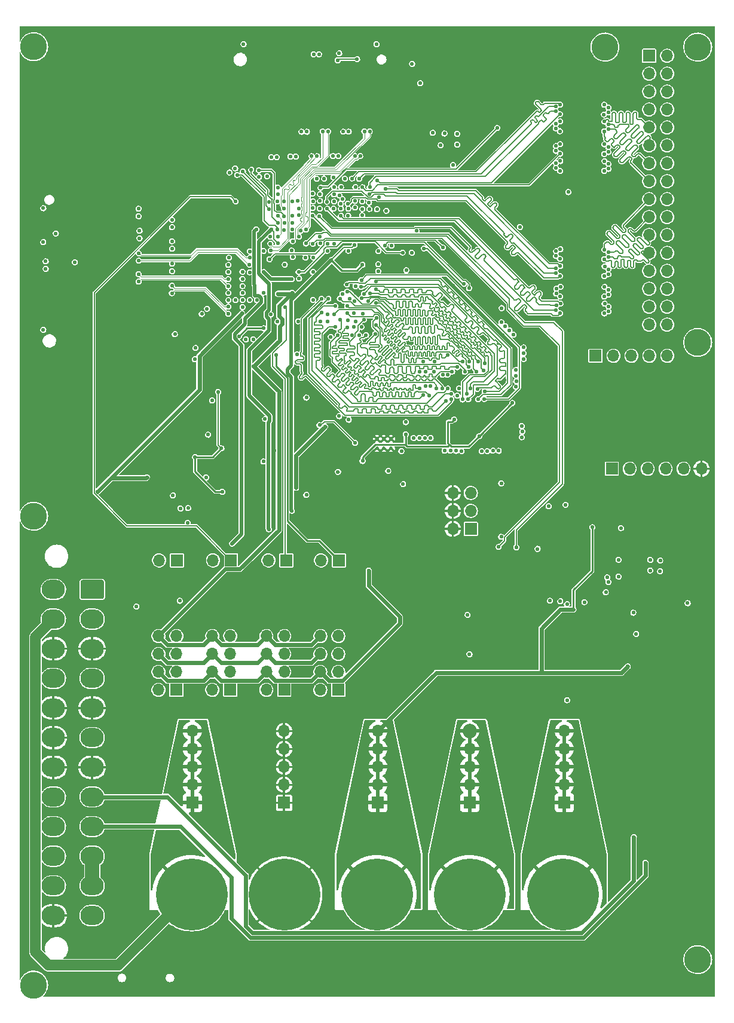
<source format=gbr>
%TF.GenerationSoftware,KiCad,Pcbnew,(5.99.0-3304-gcc86630f1-dirty)*%
%TF.CreationDate,2021-01-15T17:35:11+01:00*%
%TF.ProjectId,FD,46442e6b-6963-4616-945f-706362585858,rev?*%
%TF.SameCoordinates,Original*%
%TF.FileFunction,Copper,L5,Inr*%
%TF.FilePolarity,Positive*%
%FSLAX46Y46*%
G04 Gerber Fmt 4.6, Leading zero omitted, Abs format (unit mm)*
G04 Created by KiCad (PCBNEW (5.99.0-3304-gcc86630f1-dirty)) date 2021-01-15 17:35:11*
%MOMM*%
%LPD*%
G01*
G04 APERTURE LIST*
%TA.AperFunction,ComponentPad*%
%ADD10O,3.300000X2.700000*%
%TD*%
%TA.AperFunction,ComponentPad*%
%ADD11R,1.700000X1.700000*%
%TD*%
%TA.AperFunction,ComponentPad*%
%ADD12O,1.700000X1.700000*%
%TD*%
%TA.AperFunction,ComponentPad*%
%ADD13C,10.160000*%
%TD*%
%TA.AperFunction,ComponentPad*%
%ADD14C,0.500000*%
%TD*%
%TA.AperFunction,ComponentPad*%
%ADD15C,3.800000*%
%TD*%
%TA.AperFunction,ViaPad*%
%ADD16C,0.560000*%
%TD*%
%TA.AperFunction,Conductor*%
%ADD17C,0.560000*%
%TD*%
%TA.AperFunction,Conductor*%
%ADD18C,0.250000*%
%TD*%
%TA.AperFunction,Conductor*%
%ADD19C,2.000000*%
%TD*%
%TA.AperFunction,Conductor*%
%ADD20C,0.200000*%
%TD*%
%TA.AperFunction,Conductor*%
%ADD21C,1.500000*%
%TD*%
%TA.AperFunction,Conductor*%
%ADD22C,0.500000*%
%TD*%
%TA.AperFunction,Conductor*%
%ADD23C,0.244000*%
%TD*%
%TA.AperFunction,Conductor*%
%ADD24C,0.150000*%
%TD*%
%TA.AperFunction,Conductor*%
%ADD25C,0.120000*%
%TD*%
%TA.AperFunction,Conductor*%
%ADD26C,0.100000*%
%TD*%
G04 APERTURE END LIST*
%TO.N,+3.3V*%
%TO.C,J2*%
%TA.AperFunction,ComponentPad*%
G36*
G01*
X146400001Y-100950000D02*
X149199999Y-100950000D01*
G75*
G02*
X149450000Y-101200001I0J-250001D01*
G01*
X149450000Y-103399999D01*
G75*
G02*
X149199999Y-103650000I-250001J0D01*
G01*
X146400001Y-103650000D01*
G75*
G02*
X146150000Y-103399999I0J250001D01*
G01*
X146150000Y-101200001D01*
G75*
G02*
X146400001Y-100950000I250001J0D01*
G01*
G37*
%TD.AperFunction*%
D10*
X147800000Y-106500000D03*
%TO.N,GND*%
X147800000Y-110700000D03*
%TO.N,+5V*%
X147800000Y-114900000D03*
%TO.N,GND*%
X147800000Y-119100000D03*
%TO.N,+5V*%
X147800000Y-123300000D03*
%TO.N,GND*%
X147800000Y-127500000D03*
%TO.N,ATX_POWEROK*%
X147800000Y-131700000D03*
%TO.N,Net-(J2-Pad9)*%
X147800000Y-135900000D03*
%TO.N,+12V*%
X147800000Y-140100000D03*
X147800000Y-144300000D03*
%TO.N,+3.3V*%
X147800000Y-148500000D03*
X142300000Y-102300000D03*
%TO.N,-12V*%
X142300000Y-106500000D03*
%TO.N,GND*%
X142300000Y-110700000D03*
%TO.N,Net-(J2-Pad16)*%
X142300000Y-114900000D03*
%TO.N,GND*%
X142300000Y-119100000D03*
X142300000Y-123300000D03*
X142300000Y-127500000D03*
%TO.N,Net-(J2-Pad20)*%
X142300000Y-131700000D03*
%TO.N,+5V*%
X142300000Y-135900000D03*
X142300000Y-140100000D03*
X142300000Y-144300000D03*
%TO.N,GND*%
X142300000Y-148500000D03*
%TD*%
D11*
%TO.N,Net-(J3-Pad1)*%
%TO.C,J3*%
X159720000Y-116530000D03*
D12*
%TO.N,+3.3V*%
X157180000Y-116530000D03*
%TO.N,Net-(J3-Pad1)*%
X159720000Y-113990000D03*
%TO.N,VCCAUX*%
X157180000Y-113990000D03*
%TO.N,Net-(J3-Pad1)*%
X159720000Y-111450000D03*
%TO.N,VCCFPGA_S1_1.2V*%
X157180000Y-111450000D03*
%TO.N,Net-(J3-Pad1)*%
X159720000Y-108910000D03*
%TO.N,VCCBRAM*%
X157180000Y-108910000D03*
%TD*%
D11*
%TO.N,Net-(J4-Pad1)*%
%TO.C,J4*%
X167364466Y-116530000D03*
D12*
%TO.N,+3.3V*%
X164824466Y-116530000D03*
%TO.N,Net-(J4-Pad1)*%
X167364466Y-113990000D03*
%TO.N,VCCAUX*%
X164824466Y-113990000D03*
%TO.N,Net-(J4-Pad1)*%
X167364466Y-111450000D03*
%TO.N,VCCFPGA_S1_1.2V*%
X164824466Y-111450000D03*
%TO.N,Net-(J4-Pad1)*%
X167364466Y-108910000D03*
%TO.N,VCCBRAM*%
X164824466Y-108910000D03*
%TD*%
D11*
%TO.N,Net-(J5-Pad1)*%
%TO.C,J5*%
X175008932Y-116530000D03*
D12*
%TO.N,+3.3V*%
X172468932Y-116530000D03*
%TO.N,Net-(J5-Pad1)*%
X175008932Y-113990000D03*
%TO.N,VCCAUX*%
X172468932Y-113990000D03*
%TO.N,Net-(J5-Pad1)*%
X175008932Y-111450000D03*
%TO.N,VCCFPGA_S1_1.2V*%
X172468932Y-111450000D03*
%TO.N,Net-(J5-Pad1)*%
X175008932Y-108910000D03*
%TO.N,VCCBRAM*%
X172468932Y-108910000D03*
%TD*%
D11*
%TO.N,Net-(J6-Pad1)*%
%TO.C,J6*%
X182653398Y-116530000D03*
D12*
%TO.N,+3.3V*%
X180113398Y-116530000D03*
%TO.N,Net-(J6-Pad1)*%
X182653398Y-113990000D03*
%TO.N,VCCAUX*%
X180113398Y-113990000D03*
%TO.N,Net-(J6-Pad1)*%
X182653398Y-111450000D03*
%TO.N,VCCFPGA_S1_1.2V*%
X180113398Y-111450000D03*
%TO.N,Net-(J6-Pad1)*%
X182653398Y-108910000D03*
%TO.N,VCCBRAM*%
X180113398Y-108910000D03*
%TD*%
D11*
%TO.N,VCCFPGA_S1_VREF_V1*%
%TO.C,J7*%
X159816602Y-98180000D03*
D12*
%TO.N,Net-(J7-Pad2)*%
X157276602Y-98180000D03*
%TD*%
D11*
%TO.N,VCCFPGA_S1_VREF_V2*%
%TO.C,J8*%
X167461068Y-98180000D03*
D12*
%TO.N,Net-(J8-Pad2)*%
X164921068Y-98180000D03*
%TD*%
D11*
%TO.N,VCCFPGA_S1_VREF_V3*%
%TO.C,J9*%
X175305030Y-98180000D03*
D12*
%TO.N,Net-(J9-Pad2)*%
X172765030Y-98180000D03*
%TD*%
D11*
%TO.N,VCCFPGA_S1_VREF_V4*%
%TO.C,J10*%
X182750000Y-98180000D03*
D12*
%TO.N,Net-(J10-Pad2)*%
X180210000Y-98180000D03*
%TD*%
D13*
%TO.N,-12V*%
%TO.C,J11*%
X161880000Y-145520000D03*
%TD*%
%TO.N,+5V*%
%TO.C,J12*%
X201330000Y-145520000D03*
%TD*%
%TO.N,+12V*%
%TO.C,J13*%
X214480000Y-145520000D03*
%TD*%
D11*
%TO.N,-12V*%
%TO.C,J14*%
X161980000Y-132520000D03*
D12*
X161980000Y-129980000D03*
X161980000Y-127440000D03*
X161980000Y-124900000D03*
X161980000Y-122360000D03*
%TD*%
D11*
%TO.N,+5V*%
%TO.C,J15*%
X201280000Y-132520000D03*
D12*
X201280000Y-129980000D03*
X201280000Y-127440000D03*
X201280000Y-124900000D03*
X201280000Y-122360000D03*
%TD*%
D11*
%TO.N,+12V*%
%TO.C,J16*%
X214680000Y-132520000D03*
D12*
X214680000Y-129980000D03*
X214680000Y-127440000D03*
X214680000Y-124900000D03*
X214680000Y-122360000D03*
%TD*%
D13*
%TO.N,+3.3V*%
%TO.C,J19*%
X188180000Y-145520000D03*
%TD*%
%TO.N,GND*%
%TO.C,J20*%
X175030000Y-145520000D03*
%TD*%
D11*
%TO.N,+3.3V*%
%TO.C,J21*%
X188280000Y-132520000D03*
D12*
X188280000Y-129980000D03*
X188280000Y-127440000D03*
X188280000Y-124900000D03*
X188280000Y-122360000D03*
%TD*%
D11*
%TO.N,GND*%
%TO.C,J22*%
X174980000Y-132520000D03*
D12*
X174980000Y-129980000D03*
X174980000Y-127440000D03*
X174980000Y-124900000D03*
X174980000Y-122360000D03*
%TD*%
D11*
%TO.N,VTRANS_1_1*%
%TO.C,J31*%
X226700000Y-26680000D03*
D12*
%TO.N,VTRANS_2_1*%
X229240000Y-26680000D03*
%TO.N,VTRANS_1_2*%
X226700000Y-29220000D03*
%TO.N,VTRANS_2_2*%
X229240000Y-29220000D03*
%TO.N,VTRANS_1_3*%
X226700000Y-31760000D03*
%TO.N,VTRANS_2_3*%
X229240000Y-31760000D03*
%TO.N,VTRANS_1_4*%
X226700000Y-34300000D03*
%TO.N,VTRANS_2_4*%
X229240000Y-34300000D03*
%TO.N,VTRANS_1_5*%
X226700000Y-36840000D03*
%TO.N,VTRANS_2_5*%
X229240000Y-36840000D03*
%TO.N,VTRANS_1_6*%
X226700000Y-39380000D03*
%TO.N,VTRANS_2_6*%
X229240000Y-39380000D03*
%TO.N,VTRANS_1_7*%
X226700000Y-41920000D03*
%TO.N,VTRANS_2_7*%
X229240000Y-41920000D03*
%TO.N,VTRANS_1_8*%
X226700000Y-44460000D03*
%TO.N,VTRANS_2_8*%
X229240000Y-44460000D03*
%TO.N,VTRANS_3_1*%
X226700000Y-47000000D03*
%TO.N,VTRANS_4_1*%
X229240000Y-47000000D03*
%TO.N,VTRANS_3_2*%
X226700000Y-49540000D03*
%TO.N,VTRANS_4_2*%
X229240000Y-49540000D03*
%TO.N,VTRANS_3_3*%
X226700000Y-52080000D03*
%TO.N,VTRANS_4_3*%
X229240000Y-52080000D03*
%TO.N,VTRANS_3_4*%
X226700000Y-54620000D03*
%TO.N,VTRANS_4_4*%
X229240000Y-54620000D03*
%TO.N,VTRANS_3_5*%
X226700000Y-57160000D03*
%TO.N,VTRANS_4_5*%
X229240000Y-57160000D03*
%TO.N,VTRANS_3_6*%
X226700000Y-59700000D03*
%TO.N,VTRANS_4_6*%
X229240000Y-59700000D03*
%TO.N,VTRANS_3_7*%
X226700000Y-62240000D03*
%TO.N,VTRANS_4_7*%
X229240000Y-62240000D03*
%TO.N,VTRANS_3_8*%
X226700000Y-64780000D03*
%TO.N,VTRANS_4_8*%
X229240000Y-64780000D03*
%TD*%
D11*
%TO.N,Net-(D8-Pad1)*%
%TO.C,J32*%
X221400000Y-85200000D03*
D12*
%TO.N,Net-(D7-Pad1)*%
X223940000Y-85200000D03*
%TO.N,Net-(D6-Pad1)*%
X226480000Y-85200000D03*
%TO.N,Net-(D5-Pad1)*%
X229020000Y-85200000D03*
%TO.N,VCCAUX*%
X231560000Y-85200000D03*
%TO.N,GND*%
X234100000Y-85200000D03*
%TD*%
D11*
%TO.N,/fgpa-logic/m0*%
%TO.C,J33*%
X201430000Y-93710000D03*
D12*
%TO.N,GND*%
X198890000Y-93710000D03*
%TO.N,/fgpa-logic/m1*%
X201430000Y-91170000D03*
%TO.N,GND*%
X198890000Y-91170000D03*
%TO.N,/fgpa-logic/m2*%
X201430000Y-88630000D03*
%TO.N,GND*%
X198890000Y-88630000D03*
%TD*%
D14*
%TO.N,GND*%
%TO.C,U10*%
X188135000Y-82255000D03*
X190135000Y-80955000D03*
X189135000Y-80955000D03*
X189135000Y-82255000D03*
X188135000Y-80955000D03*
X190135000Y-82255000D03*
%TD*%
D11*
%TO.N,Net-(C11-Pad2)*%
%TO.C,J30*%
X219100000Y-69200000D03*
D12*
X221640000Y-69200000D03*
X224180000Y-69200000D03*
X226720000Y-69200000D03*
X229260000Y-69200000D03*
%TD*%
D15*
%TO.N,N/C*%
%TO.C,REF\u002A\u002A*%
X139510000Y-25404999D03*
%TD*%
%TO.N,N/C*%
%TO.C,REF\u002A\u002A*%
X233570000Y-154750000D03*
%TD*%
%TO.N,N/C*%
%TO.C,REF\u002A\u002A*%
X233570000Y-25444999D03*
%TD*%
%TO.N,N/C*%
%TO.C,REF\u002A\u002A*%
X139510000Y-158360000D03*
%TD*%
%TO.N,N/C*%
%TO.C,REF\u002A\u002A*%
X139510000Y-91920000D03*
%TD*%
%TO.N,N/C*%
%TO.C,REF\u002A\u002A*%
X233570000Y-67300000D03*
%TD*%
%TO.N,N/C*%
%TO.C,REF\u002A\u002A*%
X220440000Y-25444999D03*
%TD*%
D16*
%TO.N,VCCFPGA_S1_MGT*%
X155540000Y-86410000D03*
%TO.N,ATX_POWEROK*%
X161380000Y-90780000D03*
%TO.N,VCCDDR_1.35V_VREF*%
X192300000Y-57090000D03*
X185100000Y-59330000D03*
X176790000Y-69010000D03*
X191600000Y-82700000D03*
X183990000Y-64200000D03*
X205810000Y-62430000D03*
X184140000Y-78260000D03*
%TO.N,GND*%
X189100000Y-57180000D03*
X204900000Y-76800000D03*
X181110000Y-81270000D03*
X188620000Y-50610000D03*
X232380000Y-102880000D03*
X211400000Y-47600000D03*
X163500000Y-58900000D03*
X167970000Y-85480000D03*
X215270000Y-82200000D03*
X151870000Y-80530000D03*
X194460000Y-80070000D03*
X165980000Y-57531802D03*
X202400000Y-62800000D03*
X182300000Y-92700000D03*
X207400000Y-81300000D03*
X168160000Y-60310000D03*
X233000000Y-45600000D03*
X166300000Y-94800000D03*
X162300000Y-53800000D03*
X160800000Y-61000000D03*
X213890000Y-96510000D03*
X192594540Y-67345000D03*
X201500000Y-82700000D03*
X177950000Y-66520000D03*
X154000000Y-68100000D03*
X174110000Y-48340000D03*
X199430000Y-55360000D03*
X183100000Y-62204999D03*
X212740000Y-69710000D03*
X193210000Y-56630000D03*
X192900000Y-91700000D03*
X173140000Y-57260000D03*
X179060000Y-50320000D03*
X212650000Y-68020000D03*
X185070000Y-49269999D03*
X171080000Y-63290000D03*
X208260000Y-74720000D03*
X154500000Y-92300000D03*
X216856250Y-83400000D03*
X176880000Y-42590000D03*
X152800000Y-95200000D03*
X212700000Y-71360000D03*
X206165000Y-72640001D03*
X173200000Y-35100000D03*
X200930000Y-77810000D03*
X167130000Y-79660000D03*
X198200000Y-61630000D03*
X173520000Y-76510000D03*
X183090000Y-58280000D03*
X218400000Y-78100000D03*
X234356250Y-98650000D03*
X216830000Y-96080000D03*
X205913266Y-66256734D03*
X204920000Y-63250000D03*
X203820000Y-62230000D03*
X212660000Y-79090000D03*
X157900000Y-46100000D03*
X214800000Y-50000000D03*
X182170000Y-71270000D03*
X215840000Y-101460000D03*
X158800000Y-82800000D03*
X167140000Y-81200000D03*
X169120000Y-50320000D03*
X159400000Y-74300000D03*
X167100000Y-47320000D03*
X186900000Y-65100000D03*
X173130000Y-46250000D03*
X196200000Y-53710000D03*
X178048290Y-56291710D03*
X196520000Y-51470000D03*
X198218266Y-77398266D03*
X167080000Y-87160000D03*
X150300000Y-62700000D03*
X206700000Y-74500000D03*
X207600000Y-70010000D03*
X198900000Y-59280000D03*
X150190000Y-92060000D03*
X192000000Y-39600000D03*
X169800000Y-35100000D03*
X176069999Y-52180000D03*
X176180000Y-57320000D03*
X148730000Y-91360000D03*
X200100000Y-72300000D03*
X166100000Y-92000000D03*
X202650000Y-60850000D03*
X179480000Y-82070000D03*
X199800000Y-33600000D03*
X222700000Y-48000000D03*
X208170000Y-67070000D03*
X204700000Y-81700000D03*
X173460000Y-88780000D03*
X180000000Y-58200000D03*
X191400000Y-35500000D03*
X208500000Y-75900000D03*
X223756250Y-93600000D03*
X201220000Y-79980000D03*
X161700000Y-56900000D03*
X164500000Y-56000000D03*
X181120000Y-49350000D03*
X203100000Y-66500000D03*
X170090000Y-59290000D03*
X171150000Y-49290000D03*
X173582500Y-82642500D03*
X173620000Y-66440000D03*
X177950000Y-68890000D03*
X170600000Y-92800000D03*
X185150000Y-60280000D03*
X164200000Y-52400000D03*
X223100000Y-73700000D03*
X184920000Y-85100000D03*
X181100000Y-60300000D03*
X199090000Y-80490000D03*
X184100000Y-45320000D03*
%TO.N,+3.3V*%
X169240000Y-25030000D03*
X223670000Y-113220000D03*
X222700000Y-93600000D03*
X215976250Y-105148245D03*
X140870000Y-65510000D03*
X218656250Y-93500000D03*
X188080000Y-25030000D03*
X193110000Y-27830000D03*
X140880000Y-48280000D03*
X162320000Y-69680000D03*
%TO.N,+5V*%
X180785000Y-79235000D03*
X154070000Y-104710000D03*
X176680000Y-87910000D03*
%TO.N,Net-(C1-Pad1)*%
X228240000Y-99710000D03*
X228260000Y-98200000D03*
%TO.N,Net-(C4-Pad1)*%
X222340000Y-98090000D03*
X222350000Y-100460000D03*
%TO.N,Net-(C7-Pad1)*%
X220910023Y-101241838D03*
X214860816Y-90295434D03*
%TO.N,Net-(C8-Pad1)*%
X212456250Y-90500000D03*
X220756250Y-100600000D03*
%TO.N,Net-(C9-Pad1)*%
X212656250Y-103900000D03*
X210890000Y-96550000D03*
X220556250Y-102700000D03*
%TO.N,VCCBRAM*%
X215090000Y-117980000D03*
X170110000Y-57360000D03*
X176060000Y-58330000D03*
X172087494Y-57312506D03*
X176110000Y-60270000D03*
X174086629Y-60399883D03*
X177110000Y-58250000D03*
X175075001Y-56275001D03*
X170680000Y-70710000D03*
%TO.N,VCCFPGA_S1_1.2V*%
X200970000Y-105890000D03*
X172060000Y-84170000D03*
%TO.N,VCCAUX*%
X170130001Y-54390000D03*
X172070000Y-54320000D03*
X162440000Y-68080000D03*
X205740000Y-87270000D03*
X181100000Y-54310000D03*
X182990000Y-47640000D03*
X180040000Y-48330000D03*
X176032089Y-54282087D03*
X205740000Y-94840000D03*
X181970000Y-43900000D03*
X179130000Y-55250000D03*
X186980000Y-99600000D03*
%TO.N,VCCDDR_1.35V*%
X207320000Y-75880000D03*
X182610000Y-85635102D03*
X182780000Y-77750000D03*
X199060000Y-78220000D03*
X186100000Y-84100000D03*
X192200000Y-80300000D03*
X181100000Y-63300000D03*
X202610000Y-80590000D03*
X183240000Y-60440000D03*
X179080000Y-61270000D03*
X185100000Y-64300000D03*
%TO.N,VCCFPGA_S1_MGT*%
X168090000Y-61300000D03*
X169010000Y-63190000D03*
X167170000Y-55305000D03*
X148550000Y-88440000D03*
%TO.N,Net-(D1-Pad1)*%
X224456250Y-105600000D03*
X214108239Y-103969998D03*
%TO.N,Net-(D2-Pad1)*%
X224856250Y-108600000D03*
X215056250Y-104400000D03*
%TO.N,Net-(D5-Pad1)*%
X180100000Y-53270000D03*
%TO.N,Net-(D6-Pad1)*%
X182110000Y-53310000D03*
%TO.N,Net-(D7-Pad1)*%
X181100000Y-53300000D03*
%TO.N,Net-(D8-Pad1)*%
X184110000Y-54310000D03*
%TO.N,ATX_POWEROK*%
X224520000Y-137390000D03*
X164800000Y-75520000D03*
%TO.N,Net-(J2-Pad9)*%
X226170000Y-141030000D03*
%TO.N,VCCFPGA_S1_VREF_V1*%
X189230000Y-53540000D03*
X201180000Y-59620000D03*
X192240000Y-78590000D03*
X191840000Y-87380000D03*
%TO.N,VCCFPGA_S1_VREF_V2*%
X168110000Y-47290000D03*
%TO.N,VCCFPGA_S1_VREF_V3*%
X174100000Y-52300000D03*
X175110000Y-62300000D03*
X174120000Y-49320000D03*
%TO.N,VCCFPGA_S1_VREF_V4*%
X173860000Y-69080000D03*
%TO.N,/fgpa-logic/m0*%
X188350000Y-54360000D03*
%TO.N,/fgpa-logic/m1*%
X188320000Y-56240000D03*
%TO.N,/fgpa-logic/m2*%
X188330000Y-57200000D03*
%TO.N,VCCFPGA_S1_PG*%
X161340000Y-92830000D03*
X160210000Y-103910000D03*
%TO.N,VCCFPGA_S1_VARIABLE_V1*%
X184980000Y-53490000D03*
X190210000Y-53610000D03*
X176080000Y-91140000D03*
X186080000Y-56300000D03*
%TO.N,VCCFPGA_S1_VARIABLE_V2*%
X167620000Y-95790000D03*
X171050000Y-51290000D03*
%TO.N,VCCFPGA_S1_VARIABLE_V3*%
X172849989Y-47378279D03*
X172850000Y-93760000D03*
X176150000Y-49370000D03*
X173150000Y-51270000D03*
X178990000Y-46230000D03*
X174120000Y-53280001D03*
%TO.N,VCCFPGA_S1_VARIABLE_V4*%
X172100000Y-65300000D03*
X168610406Y-66410420D03*
X178140000Y-88900000D03*
X176985000Y-64301326D03*
%TO.N,Net-(R5-Pad1)*%
X226856250Y-98100000D03*
X226856250Y-99600000D03*
%TO.N,VCCFPGA_S0_PG*%
X166110000Y-82310000D03*
X165660000Y-74290000D03*
X166230000Y-88460000D03*
X162380000Y-83540000D03*
%TO.N,Net-(R34-Pad1)*%
X163940000Y-86420000D03*
X160320000Y-90810000D03*
%TO.N,Net-(R35-Pad1)*%
X164230000Y-80370000D03*
X159240000Y-88990000D03*
%TO.N,Net-(R42-Pad1)*%
X189735000Y-85505000D03*
X180000000Y-79020000D03*
X185035000Y-81505000D03*
%TO.N,FLASH_CONFIG_CLK*%
X208390000Y-50930000D03*
X176200000Y-55200000D03*
%TO.N,Net-(R46-Pad2)*%
X183600000Y-44080000D03*
%TO.N,VTRANS_OE*%
X215250000Y-46000000D03*
X180060000Y-52340000D03*
%TO.N,Net-(R48-Pad2)*%
X172095000Y-60240000D03*
%TO.N,Net-(R51-Pad2)*%
X193750000Y-51500000D03*
X178018551Y-55270869D03*
%TO.N,Net-(R52-Pad2)*%
X191770000Y-54570000D03*
X177040000Y-57310000D03*
%TO.N,Net-(R53-Pad2)*%
X193082697Y-54570515D03*
X179072812Y-57316233D03*
%TO.N,Net-(R61-Pad2)*%
X197500000Y-53860000D03*
X172902911Y-55507089D03*
%TO.N,FLASH_CONFIG_IO_3*%
X180150000Y-45370000D03*
X205170000Y-36930000D03*
%TO.N,FLASH_CONFIG_IO_2*%
X180070000Y-46290000D03*
X199490000Y-37740000D03*
%TO.N,FLASH_CONFIG_IO_0*%
X197700000Y-37700000D03*
X179600000Y-44100000D03*
%TO.N,Net-(R66-Pad1)*%
X197160000Y-39350000D03*
X199510000Y-39260000D03*
%TO.N,FLASH_CONFIG_IO_1*%
X180650000Y-44090000D03*
X196050000Y-37600000D03*
%TO.N,DDR_CK_N*%
X198120000Y-71894670D03*
X184980000Y-61450000D03*
%TO.N,DDR_CK_P*%
X197440000Y-71894670D03*
X184280000Y-61130000D03*
%TO.N,RN1_5*%
X214111961Y-54088143D03*
X184090000Y-48350000D03*
%TO.N,RN1_6*%
X187080000Y-48380052D03*
X213517256Y-54374376D03*
%TO.N,RN1_7*%
X188140000Y-48430000D03*
X213507117Y-55055050D03*
%TO.N,RN1_8*%
X214070000Y-55470000D03*
X186076404Y-48380052D03*
%TO.N,RN3_5*%
X214121961Y-61798143D03*
X183033266Y-49366734D03*
%TO.N,RN3_6*%
X213527256Y-62084376D03*
X181080000Y-48340000D03*
%TO.N,RN3_7*%
X179980000Y-49410000D03*
X213517117Y-62765050D03*
%TO.N,RN3_8*%
X179010000Y-49320000D03*
X214080000Y-63180000D03*
%TO.N,RN4_5*%
X214131961Y-59398143D03*
X183040000Y-48350000D03*
%TO.N,RN4_6*%
X186040000Y-49290053D03*
X213537256Y-59684376D03*
%TO.N,RN4_7*%
X213527117Y-60365050D03*
X184060000Y-49330000D03*
%TO.N,RN4_8*%
X214090000Y-60780000D03*
X181990000Y-48340000D03*
%TO.N,FPGA_SER_TX*%
X178060000Y-53280000D03*
X207880000Y-96320000D03*
%TO.N,FPGA_SER_RX*%
X179050000Y-53320000D03*
X205370000Y-96260000D03*
%TO.N,Net-(R10-Pad1)*%
X217520000Y-104090000D03*
X232150000Y-104250000D03*
%TO.N,DDR_A10*%
X198790000Y-71410000D03*
X207840000Y-73590000D03*
X186600000Y-66250000D03*
%TO.N,DDR_NRAS*%
X186270000Y-64110000D03*
X197360000Y-73840000D03*
X193340000Y-80820000D03*
%TO.N,DDR_BA2*%
X186142003Y-63209999D03*
X199340000Y-82660000D03*
X199770000Y-73820000D03*
%TO.N,DDR_A6*%
X188030000Y-61680000D03*
X208920000Y-68010000D03*
X202470000Y-69980000D03*
%TO.N,DDR_A2*%
X187980000Y-59800000D03*
X204560000Y-82640000D03*
X201350000Y-73850000D03*
%TO.N,DDR_A15*%
X199500000Y-70800000D03*
X187910000Y-66110000D03*
X207860000Y-72800000D03*
%TO.N,DDR_CKE*%
X187990000Y-64800000D03*
X198180000Y-69090000D03*
X205770000Y-64450000D03*
%TO.N,DDR_A12*%
X200580000Y-71470000D03*
X188060000Y-63800000D03*
X206320000Y-65020000D03*
%TO.N,DDR_A8*%
X203390000Y-70290000D03*
X208920000Y-68820000D03*
X186910000Y-61430000D03*
%TO.N,DDR_A0*%
X203770000Y-82700000D03*
X187114678Y-60311935D03*
X200881806Y-74580866D03*
%TO.N,DDR_A11*%
X182880000Y-61100000D03*
X202230000Y-71450000D03*
X208930000Y-69630000D03*
%TO.N,DDR_A13*%
X187970000Y-58654989D03*
X208660000Y-79140000D03*
X203380000Y-74250000D03*
%TO.N,DDR_DQS_N*%
X195720000Y-73444618D03*
X181100000Y-64310000D03*
%TO.N,DDR_DQS_P*%
X195040000Y-73444618D03*
X180100000Y-64300000D03*
%TO.N,DDR_NCAS*%
X198170000Y-73840000D03*
X180270000Y-63090000D03*
X194140000Y-80840000D03*
%TO.N,DDR_NCS*%
X197740000Y-82640000D03*
X198690000Y-75360000D03*
X180270000Y-61120000D03*
%TO.N,DDR_DM*%
X181600000Y-66510000D03*
X194180000Y-71480000D03*
%TO.N,DDR_A1*%
X207480000Y-66190000D03*
X182100000Y-63300000D03*
X201110000Y-70790000D03*
%TO.N,DDR_ODT*%
X181250000Y-61120000D03*
X197920000Y-75600000D03*
X195740000Y-80830000D03*
%TO.N,FLASH_CONFIG_CS*%
X198900000Y-42160000D03*
X182080000Y-47320000D03*
%TO.N,DDR_DQ6*%
X182600000Y-66260000D03*
X195500000Y-74790000D03*
%TO.N,DDR_DQ2*%
X194690000Y-74770000D03*
X182270000Y-65130000D03*
%TO.N,DDR_DQ0*%
X194180000Y-73830000D03*
X182910000Y-64110000D03*
%TO.N,DDR_NWE*%
X182240000Y-62140000D03*
X198680000Y-74570000D03*
X194930000Y-80820000D03*
%TO.N,DDR_A3*%
X200270000Y-75380000D03*
X185940000Y-61040000D03*
X200120000Y-82680000D03*
%TO.N,DDR_DQ4*%
X196580000Y-73800000D03*
X183920000Y-65140000D03*
%TO.N,DDR_BA1*%
X200310000Y-69990000D03*
X183900000Y-63110000D03*
X207830000Y-72000000D03*
%TO.N,DDR_A4*%
X183910000Y-62130000D03*
X206910000Y-65610000D03*
X201210001Y-70024267D03*
%TO.N,DDR_A7*%
X202470000Y-75350000D03*
X183880000Y-59090000D03*
X205380000Y-82660000D03*
%TO.N,DDR_A5*%
X202960000Y-82710000D03*
X201078370Y-75356298D03*
X186280000Y-60430000D03*
%TO.N,DDR_DQ7*%
X196250000Y-71420000D03*
X184880000Y-65100000D03*
%TO.N,DDR_DQ5*%
X185610000Y-66250000D03*
X196300000Y-69980000D03*
%TO.N,DDR_BA0*%
X198540000Y-82630000D03*
X184870000Y-63109999D03*
X199520000Y-74820000D03*
%TO.N,FPGA-CLK-100*%
X189480000Y-48630000D03*
X185020000Y-48190000D03*
%TO.N,DDR_DQ1*%
X194990000Y-71470000D03*
X184600000Y-66250000D03*
%TO.N,DDR_DQ3*%
X185930000Y-65130000D03*
X194710000Y-70000000D03*
%TO.N,DDR_A14*%
X203280000Y-71300000D03*
X183910000Y-60100000D03*
X207830000Y-71190000D03*
%TO.N,DDR_A9*%
X208710000Y-79940000D03*
X202360000Y-73890000D03*
X185910000Y-59450000D03*
%TO.N,DDR_NRST*%
X203340000Y-75310000D03*
X208670000Y-80730000D03*
X185930000Y-58460000D03*
%TO.N,RN7_5*%
X214084844Y-35993093D03*
X182060000Y-45310000D03*
%TO.N,RN7_6*%
X183050000Y-45280000D03*
X213490139Y-36279326D03*
%TO.N,RN7_7*%
X180070000Y-47260000D03*
X213480000Y-36960000D03*
%TO.N,RN7_8*%
X185080000Y-45290000D03*
X214042883Y-37374950D03*
%TO.N,RN8_5*%
X214084844Y-33603093D03*
X184620000Y-44060000D03*
%TO.N,RN8_6*%
X213490139Y-33889326D03*
X185620000Y-44120000D03*
%TO.N,RN8_7*%
X213480000Y-34570000D03*
X187110000Y-45300000D03*
%TO.N,RN8_8*%
X214042883Y-34984950D03*
X188170000Y-44330000D03*
%TO.N,RN5_5*%
X214104536Y-41595568D03*
X185020000Y-47230000D03*
%TO.N,RN5_6*%
X186050000Y-47320000D03*
X213509831Y-41881801D03*
%TO.N,RN5_7*%
X188440000Y-46740000D03*
X213499692Y-42562475D03*
%TO.N,RN5_8*%
X214062575Y-42977425D03*
X187014144Y-47470051D03*
%TO.N,RN6_5*%
X214094844Y-39193093D03*
X182050000Y-46320000D03*
%TO.N,RN6_6*%
X182809657Y-46471164D03*
X213500139Y-39479326D03*
%TO.N,RN6_7*%
X183230000Y-46980000D03*
X213490000Y-40160000D03*
%TO.N,RN6_8*%
X186080000Y-45310000D03*
X214052883Y-40574950D03*
%TO.N,RN2_5*%
X189390000Y-45530000D03*
X214101961Y-56488143D03*
%TO.N,RN2_6*%
X187100000Y-46290000D03*
X213507256Y-56774376D03*
%TO.N,RN2_7*%
X181040000Y-47360000D03*
X213497117Y-57455050D03*
%TO.N,RN2_8*%
X214060000Y-57870000D03*
X183980000Y-47640000D03*
%TO.N,VTRANS_1_4*%
X220298039Y-35011857D03*
%TO.N,VTRANS_1_3*%
X220892744Y-34725624D03*
%TO.N,VTRANS_1_2*%
X220902883Y-34044950D03*
%TO.N,VTRANS_1_1*%
X220340000Y-33630000D03*
%TO.N,VTRANS_1_8*%
X220320912Y-37390512D03*
%TO.N,VTRANS_1_7*%
X220915617Y-37104279D03*
%TO.N,VTRANS_1_6*%
X220925756Y-36423605D03*
%TO.N,VTRANS_1_5*%
X220362873Y-36008655D03*
%TO.N,VTRANS_2_8*%
X220335295Y-42986233D03*
%TO.N,VTRANS_2_7*%
X220930000Y-42700000D03*
%TO.N,VTRANS_2_6*%
X220940139Y-42019326D03*
%TO.N,VTRANS_2_5*%
X220377256Y-41604376D03*
%TO.N,VTRANS_2_4*%
X220312422Y-40607578D03*
%TO.N,VTRANS_2_3*%
X220907127Y-40321345D03*
%TO.N,VTRANS_2_2*%
X220917266Y-39640671D03*
%TO.N,VTRANS_2_1*%
X220354383Y-39225721D03*
%TO.N,VTRANS_4_8*%
X220347153Y-63185562D03*
%TO.N,VTRANS_4_7*%
X220941858Y-62899329D03*
%TO.N,VTRANS_4_6*%
X220951997Y-62218655D03*
%TO.N,VTRANS_4_5*%
X220389114Y-61803705D03*
%TO.N,VTRANS_4_4*%
X220324280Y-60806907D03*
%TO.N,VTRANS_4_3*%
X220918985Y-60520674D03*
%TO.N,VTRANS_4_2*%
X220929124Y-59840000D03*
%TO.N,VTRANS_4_1*%
X220366241Y-59425050D03*
%TO.N,VTRANS_3_4*%
X220324280Y-55516907D03*
%TO.N,VTRANS_3_3*%
X220918985Y-55230674D03*
%TO.N,VTRANS_3_2*%
X220929124Y-54550000D03*
%TO.N,VTRANS_3_1*%
X220366241Y-54135050D03*
%TO.N,VTRANS_3_8*%
X220347153Y-57895562D03*
%TO.N,VTRANS_3_7*%
X220941858Y-57609329D03*
%TO.N,VTRANS_3_6*%
X220951997Y-56928655D03*
%TO.N,VTRANS_3_5*%
X220389114Y-56513705D03*
%TO.N,M20_PTX0F_P*%
X159099151Y-50976392D03*
X169090000Y-60300000D03*
%TO.N,M20_PTX1F_P*%
X167100000Y-61300000D03*
X159120000Y-54020000D03*
%TO.N,M20_PTX2F_P*%
X169090000Y-62290000D03*
X159110000Y-57200000D03*
%TO.N,M20_PTX3F_P*%
X167080000Y-63240000D03*
X159090000Y-60320000D03*
%TO.N,M20_PCLK0F_P*%
X171130000Y-61295000D03*
X163324557Y-63268841D03*
%TO.N,M20_PTX0F_N*%
X169090000Y-59300000D03*
X159099151Y-49916392D03*
%TO.N,M20_PTX1F_N*%
X159120000Y-52960000D03*
X167100000Y-60300000D03*
%TO.N,M20_PTX2F_N*%
X159110000Y-56140000D03*
X169090000Y-61290000D03*
%TO.N,M20_PTX3F_N*%
X159090000Y-59260000D03*
X167080000Y-62240000D03*
%TO.N,M20_PCLK0F_N*%
X170100000Y-61290000D03*
X164074091Y-62519307D03*
%TO.N,M20_USBD_N*%
X141220000Y-55810000D03*
X169570000Y-66865420D03*
%TO.N,M20_USBD_P*%
X141220000Y-56870000D03*
X170630000Y-66865420D03*
%TO.N,M22_PE_SUSCLK_MGT*%
X174980000Y-51340000D03*
X168054988Y-42620102D03*
%TO.N,M22_MFG_CLK*%
X174060000Y-51320000D03*
X168340000Y-43560000D03*
%TO.N,M22_MFG_DATA*%
X173050000Y-52330000D03*
X167270000Y-43210000D03*
%TO.N,M22_PE_NWAKE_MGT*%
X169148266Y-43071734D03*
X172849989Y-48378279D03*
%TO.N,M22_PE_NCLKREQ_MGT*%
X174110000Y-50330000D03*
X170330000Y-42850000D03*
%TO.N,M22_PE_NRST_MGT*%
X175010000Y-50350000D03*
X171440000Y-43820000D03*
%TO.N,M22_SMB_NALERT*%
X174970000Y-49430000D03*
X171416482Y-42903518D03*
%TO.N,M22_SMB_DATA*%
X172560000Y-43750000D03*
X174010000Y-47310000D03*
%TO.N,M22_USBD_P*%
X179160000Y-26470002D03*
%TO.N,M22_USBD_N*%
X179920000Y-26470002D03*
%TO.N,M22_VIO_Q*%
X182790000Y-26340000D03*
X194270000Y-30570000D03*
%TO.N,M22_VIO*%
X182570000Y-27330000D03*
X185330000Y-27170000D03*
%TO.N,M20_PRX3_P*%
X154375000Y-58685000D03*
X167070000Y-59350000D03*
%TO.N,M20_PRX3_N*%
X154375000Y-57625000D03*
X167070000Y-58350000D03*
%TO.N,M20_PRX2_P*%
X170090000Y-56280000D03*
X154404031Y-55709925D03*
%TO.N,M20_PRX2_N*%
X170130000Y-55300000D03*
X154404031Y-54649925D03*
%TO.N,M20_PRX1_P*%
X167090000Y-57310000D03*
X154510000Y-52539929D03*
%TO.N,M20_PRX1_N*%
X154510000Y-51479929D03*
X167090000Y-56310000D03*
%TO.N,M20_PRX0_P*%
X154371719Y-49416266D03*
X169080000Y-58290000D03*
%TO.N,M20_PRX0_N*%
X154371719Y-48356266D03*
X169080000Y-57290000D03*
%TO.N,M20_VIO*%
X140870000Y-53080000D03*
X159510000Y-66130000D03*
%TO.N,M22_PTX3F_P*%
X177050000Y-49300000D03*
X175890000Y-40955658D03*
%TO.N,M22_PTX2F_P*%
X178890000Y-40910000D03*
X174983278Y-48300001D03*
%TO.N,M22_PTX1F_P*%
X179050000Y-48260000D03*
X181910000Y-40880000D03*
%TO.N,M22_PTX0F_P*%
X185000000Y-40900000D03*
X177310000Y-51470000D03*
%TO.N,M22_PTX3F_N*%
X177040000Y-48330000D03*
X176650000Y-40955658D03*
%TO.N,M22_PTX2F_N*%
X174983278Y-47300000D03*
X179650000Y-40910000D03*
%TO.N,M22_PTX1F_N*%
X182670000Y-40880000D03*
X179070000Y-47300000D03*
%TO.N,M22_PTX0F_N*%
X185760000Y-40900000D03*
X178090000Y-51310000D03*
%TO.N,M22_PRX3_P*%
X177450000Y-37450000D03*
X176170000Y-47340000D03*
%TO.N,M22_PRX3_N*%
X178210000Y-37450000D03*
X176930000Y-47250000D03*
%TO.N,M22_PRX2_P*%
X180440000Y-37410000D03*
X173050000Y-53300000D03*
%TO.N,M22_PRX2_N*%
X181200000Y-37410000D03*
X173080000Y-54280000D03*
%TO.N,M22_PRX1_P*%
X176120000Y-50330000D03*
X183380000Y-37440000D03*
%TO.N,M22_PRX1_N*%
X176110000Y-51270000D03*
X184140000Y-37440000D03*
%TO.N,M22_PRX0_P*%
X176209330Y-52960053D03*
X186350000Y-37400000D03*
%TO.N,M22_PRX0_N*%
X187110000Y-37400000D03*
X177090000Y-52300000D03*
%TO.N,M22_PCLK0F_P*%
X173170000Y-41053158D03*
X174140000Y-46310000D03*
%TO.N,M22_PCLK0F_N*%
X174110000Y-45340000D03*
X173930000Y-41053158D03*
%TO.N,M20_NPLN*%
X173110000Y-63350000D03*
X142650000Y-51850000D03*
%TO.N,M20_PDIS*%
X174039335Y-64348461D03*
X145350000Y-55920000D03*
%TO.N,VCCAUX*%
X178140000Y-75120000D03*
X172290000Y-78140000D03*
X194810000Y-53970000D03*
X201240000Y-111470000D03*
X200460000Y-58980000D03*
%TD*%
D17*
%TO.N,VCCFPGA_S1_MGT*%
X155415000Y-86535000D02*
X155540000Y-86410000D01*
X150455000Y-86535000D02*
X155415000Y-86535000D01*
X148550000Y-88440000D02*
X150455000Y-86535000D01*
X150455000Y-86535000D02*
X162980001Y-74009999D01*
%TO.N,VCCAUX*%
X191380000Y-106190000D02*
X186980000Y-101790000D01*
X186980000Y-101790000D02*
X186980000Y-99600000D01*
D18*
%TO.N,GND*%
X173200000Y-57320000D02*
X173140000Y-57260000D01*
X176180000Y-57320000D02*
X173200000Y-57320000D01*
D17*
%TO.N,+3.3V*%
X211450000Y-114110000D02*
X211450000Y-107810000D01*
X211450000Y-107810000D02*
X214111755Y-105148245D01*
D18*
X218656250Y-99693750D02*
X215976250Y-102373750D01*
D17*
X211450000Y-114110000D02*
X216600000Y-114110000D01*
D18*
X218656250Y-93500000D02*
X218656250Y-99693750D01*
X215976250Y-102373750D02*
X215976250Y-105148245D01*
D17*
X196530000Y-114110000D02*
X211450000Y-114110000D01*
X188280000Y-122360000D02*
X196530000Y-114110000D01*
X214111755Y-105148245D02*
X215976250Y-105148245D01*
X216600000Y-114110000D02*
X222780000Y-114110000D01*
X222780000Y-114110000D02*
X223670000Y-113220000D01*
%TO.N,+5V*%
X176680000Y-87910000D02*
X176680000Y-83340000D01*
X176680000Y-83340000D02*
X180785000Y-79235000D01*
D19*
X201330000Y-122410000D02*
X201280000Y-122360000D01*
%TO.N,+12V*%
X147800000Y-140100000D02*
X147800000Y-144300000D01*
D20*
X214680000Y-132520000D02*
X214680000Y-122360000D01*
D21*
%TO.N,-12V*%
X141631999Y-155550001D02*
X151515997Y-155550001D01*
X142300000Y-106500000D02*
X139780000Y-109020000D01*
X139780000Y-109020000D02*
X139780000Y-153698002D01*
X151515997Y-155550001D02*
X161545998Y-145520000D01*
X139780000Y-153698002D02*
X141631999Y-155550001D01*
D17*
%TO.N,VCCBRAM*%
X166679999Y-99410001D02*
X168729999Y-99410001D01*
D22*
X172095000Y-57320000D02*
X172094988Y-57320000D01*
D17*
X178883397Y-110140001D02*
X180113398Y-108910000D01*
X174242501Y-74272501D02*
X170680000Y-70710000D01*
X157180000Y-108910000D02*
X166679999Y-99410001D01*
D22*
X176060000Y-58330000D02*
X173105000Y-58330000D01*
D17*
X174699336Y-64665262D02*
X174699336Y-64031660D01*
X174270000Y-62110000D02*
X176110000Y-60270000D01*
X166054467Y-110140001D02*
X171238931Y-110140001D01*
X171238931Y-110140001D02*
X172468932Y-108910000D01*
X174242501Y-93897499D02*
X174242501Y-74272501D01*
X173698933Y-110140001D02*
X178883397Y-110140001D01*
D22*
X172094988Y-57320000D02*
X172087494Y-57312506D01*
D17*
X158410001Y-110140001D02*
X163594465Y-110140001D01*
X168729999Y-99410001D02*
X174242501Y-93897499D01*
X174356136Y-65008462D02*
X174699336Y-64665262D01*
X172468932Y-108910000D02*
X173698933Y-110140001D01*
X157180000Y-108910000D02*
X158410001Y-110140001D01*
X163594465Y-110140001D02*
X164824466Y-108910000D01*
X164824466Y-108910000D02*
X166054467Y-110140001D01*
X170680000Y-70710000D02*
X174356136Y-67033864D01*
X174086629Y-60399883D02*
X175980117Y-60399883D01*
D22*
X173105000Y-58330000D02*
X172095000Y-57320000D01*
D17*
X174699336Y-64031660D02*
X174270000Y-63602324D01*
X174270000Y-63602324D02*
X174270000Y-62110000D01*
X174356136Y-67033864D02*
X174356136Y-65008462D01*
%TO.N,VCCFPGA_S1_1.2V*%
X172468932Y-111450000D02*
X173698933Y-112680001D01*
X166054467Y-112680001D02*
X171238931Y-112680001D01*
X173698933Y-112680001D02*
X178883397Y-112680001D01*
X157180000Y-111450000D02*
X158410001Y-112680001D01*
X164824466Y-111450000D02*
X166054467Y-112680001D01*
X171238931Y-112680001D02*
X172468932Y-111450000D01*
X163594465Y-112680001D02*
X164824466Y-111450000D01*
X178883397Y-112680001D02*
X180113398Y-111450000D01*
X158410001Y-112680001D02*
X163594465Y-112680001D01*
D23*
%TO.N,VCCDDR_1.35V*%
X192182999Y-81782999D02*
X192440000Y-82040000D01*
X201130000Y-82070000D02*
X202610000Y-80590000D01*
X192440000Y-82040000D02*
X198125998Y-82040000D01*
X198200000Y-78520000D02*
X198760000Y-78520000D01*
X198760000Y-78520000D02*
X199060000Y-78220000D01*
X186100000Y-83591438D02*
X187908439Y-81782999D01*
X192200000Y-80300000D02*
X192200000Y-81765998D01*
X198382999Y-81782999D02*
X198670000Y-82070000D01*
X198125998Y-82040000D02*
X198382999Y-81782999D01*
X198200000Y-81600000D02*
X198382999Y-81782999D01*
X192200000Y-81765998D02*
X192182999Y-81782999D01*
X187908439Y-81782999D02*
X192182999Y-81782999D01*
D20*
X182810000Y-85635102D02*
X182610000Y-85635102D01*
D23*
X198670000Y-82070000D02*
X201130000Y-82070000D01*
X198200000Y-78520000D02*
X198200000Y-81600000D01*
X186100000Y-84100000D02*
X186100000Y-83591438D01*
X202610000Y-80590000D02*
X207320000Y-75880000D01*
D17*
%TO.N,VCCFPGA_S1_MGT*%
X162980001Y-69219999D02*
X169010000Y-63190000D01*
X162980001Y-74009999D02*
X162980001Y-69219999D01*
%TO.N,ATX_POWEROK*%
X169569999Y-150039999D02*
X170510001Y-150980001D01*
X217100801Y-150980001D02*
X224520000Y-143560802D01*
X147800000Y-131700000D02*
X158420000Y-131700000D01*
X224520000Y-143560802D02*
X224520000Y-137390000D01*
X169569999Y-142849999D02*
X169569999Y-150039999D01*
X158420000Y-131700000D02*
X169569999Y-142849999D01*
X170510001Y-150980001D02*
X217100801Y-150980001D01*
%TO.N,Net-(J2-Pad9)*%
X226170000Y-142844197D02*
X226170000Y-141030000D01*
X167540000Y-148943394D02*
X170236617Y-151640011D01*
X150280000Y-135900000D02*
X160340802Y-135900000D01*
X147800000Y-135900000D02*
X150280000Y-135900000D01*
X160340802Y-135900000D02*
X167540000Y-143099198D01*
X170236617Y-151640011D02*
X217374186Y-151640011D01*
X167540000Y-143099198D02*
X167540000Y-148943394D01*
X217374186Y-151640011D02*
X226170000Y-142844197D01*
D24*
%TO.N,VCCFPGA_S1_VREF_V1*%
X189710000Y-53060000D02*
X189230000Y-53540000D01*
X200678401Y-58524999D02*
X200341597Y-58524999D01*
X201180000Y-59620000D02*
X201180000Y-59026598D01*
X194876598Y-53060000D02*
X189710000Y-53060000D01*
X201180000Y-59026598D02*
X200678401Y-58524999D01*
X200341597Y-58524999D02*
X194876598Y-53060000D01*
%TO.N,VCCFPGA_S1_VREF_V2*%
X161692141Y-46650000D02*
X167470000Y-46650000D01*
X148094999Y-60247142D02*
X161692141Y-46650000D01*
X167461068Y-98180000D02*
X162566069Y-93285001D01*
X148094999Y-88658401D02*
X148094999Y-60247142D01*
X167470000Y-46650000D02*
X168110000Y-47290000D01*
X162566069Y-93285001D02*
X152721599Y-93285001D01*
X152721599Y-93285001D02*
X148094999Y-88658401D01*
D25*
%TO.N,VCCFPGA_S1_VREF_V3*%
X174500001Y-51439999D02*
X174500001Y-51899999D01*
D20*
X175110000Y-62300000D02*
X175305030Y-62495030D01*
X173379999Y-70683797D02*
X173379999Y-68849599D01*
D25*
X174500001Y-51899999D02*
X174100000Y-52300000D01*
D20*
X175305030Y-66924568D02*
X175305030Y-62495030D01*
D25*
X174550001Y-49750001D02*
X174550001Y-51239999D01*
D20*
X173379999Y-68849599D02*
X175305030Y-66924568D01*
D25*
X174500001Y-51439999D02*
X174500001Y-51709999D01*
X174500001Y-51289999D02*
X174500001Y-51439999D01*
X174120000Y-49320000D02*
X174550001Y-49750001D01*
D20*
X175134990Y-72438788D02*
X173379999Y-70683797D01*
X175134990Y-98009960D02*
X175134990Y-72438788D01*
D25*
X174550001Y-51239999D02*
X174500001Y-51289999D01*
D18*
%TO.N,VCCFPGA_S1_VREF_V4*%
X178270000Y-95410000D02*
X179980000Y-95410000D01*
X173860000Y-69080000D02*
X173860000Y-70704166D01*
X175460000Y-92600000D02*
X178270000Y-95410000D01*
X175460000Y-72304166D02*
X175460000Y-92600000D01*
X173860000Y-70704166D02*
X175460000Y-72304166D01*
X179980000Y-95410000D02*
X182750000Y-98180000D01*
D22*
%TO.N,VCCFPGA_S1_VARIABLE_V1*%
X176010000Y-61270000D02*
X181655000Y-55625000D01*
X176010000Y-91070000D02*
X176010000Y-72182402D01*
D18*
X186080000Y-56300000D02*
X185270000Y-57110000D01*
D20*
X184640001Y-53829999D02*
X184980000Y-53490000D01*
X181655000Y-55625000D02*
X183450001Y-53829999D01*
D22*
X176080000Y-91140000D02*
X176010000Y-91070000D01*
D18*
X185270000Y-57110000D02*
X183140000Y-57110000D01*
D22*
X175499999Y-71067599D02*
X176010000Y-70557598D01*
X175499999Y-71672401D02*
X175499999Y-71067599D01*
D18*
X183140000Y-57110000D02*
X181655000Y-55625000D01*
D22*
X176010000Y-72182402D02*
X175499999Y-71672401D01*
X176010000Y-70557598D02*
X176010000Y-61270000D01*
D20*
X183450001Y-53829999D02*
X184640001Y-53829999D01*
D22*
%TO.N,VCCFPGA_S1_VARIABLE_V2*%
X167980405Y-66712821D02*
X167980405Y-66108019D01*
X168950000Y-67682416D02*
X167980405Y-66712821D01*
X167980405Y-66108019D02*
X169418425Y-64669999D01*
X170760001Y-59090001D02*
X170760001Y-51579999D01*
X171760001Y-60992599D02*
X171432401Y-60664999D01*
X169418425Y-64669999D02*
X169418425Y-63938977D01*
X170760001Y-51579999D02*
X171050000Y-51290000D01*
X170850000Y-59180000D02*
X170760001Y-59090001D01*
X168950000Y-94460000D02*
X168950000Y-67682416D01*
X171432401Y-60664999D02*
X170850000Y-60664999D01*
X169418425Y-63938977D02*
X171760001Y-61597401D01*
X170850000Y-60664999D02*
X170850000Y-59180000D01*
X171760001Y-61597401D02*
X171760001Y-60992599D01*
X167620000Y-95790000D02*
X168950000Y-94460000D01*
%TO.N,VCCFPGA_S1_VARIABLE_V3*%
X172740001Y-93650001D02*
X172850000Y-93760000D01*
X172807599Y-65620223D02*
X172807599Y-63980001D01*
X172479999Y-63652401D02*
X172479999Y-63047599D01*
X171439999Y-52980001D02*
X173150000Y-51270000D01*
X172870000Y-62719999D02*
X172870000Y-58985968D01*
X172740001Y-78622401D02*
X172920001Y-78442401D01*
X170049999Y-68377823D02*
X172807599Y-65620223D01*
X172870000Y-58985968D02*
X171439999Y-57555967D01*
X172740001Y-93650001D02*
X172740001Y-78622401D01*
D24*
X174120000Y-53280001D02*
X174100001Y-53280001D01*
D22*
X172920001Y-78442401D02*
X172920001Y-77700001D01*
D24*
X173505001Y-52685001D02*
X173505001Y-51625001D01*
D22*
X172807599Y-62719999D02*
X172870000Y-62719999D01*
X172479999Y-63047599D02*
X172807599Y-62719999D01*
X172807599Y-63980001D02*
X172479999Y-63652401D01*
X171439999Y-57555967D02*
X171439999Y-52980001D01*
X172920001Y-77700001D02*
X170049999Y-74829999D01*
X170049999Y-74829999D02*
X170049999Y-68377823D01*
D24*
X174100001Y-53280001D02*
X173505001Y-52685001D01*
X173505001Y-51625001D02*
X173150000Y-51270000D01*
D18*
%TO.N,VCCFPGA_S1_VARIABLE_V4*%
X169720826Y-65300000D02*
X168610406Y-66410420D01*
X172100000Y-65300000D02*
X169720826Y-65300000D01*
D24*
%TO.N,VCCFPGA_S0_PG*%
X165660000Y-81860000D02*
X166110000Y-82310000D01*
D23*
X162380000Y-85602962D02*
X165237038Y-88460000D01*
X162380000Y-83540000D02*
X164880000Y-83540000D01*
X165237038Y-88460000D02*
X166230000Y-88460000D01*
X164880000Y-83540000D02*
X166110000Y-82310000D01*
X162380000Y-83540000D02*
X162380000Y-85602962D01*
D24*
X165660000Y-74290000D02*
X165660000Y-81860000D01*
%TO.N,Net-(R42-Pad1)*%
X180190000Y-79020000D02*
X180000000Y-79020000D01*
X180679999Y-78530001D02*
X180190000Y-79020000D01*
X182060001Y-78530001D02*
X185035000Y-81505000D01*
X180679999Y-78530001D02*
X182060001Y-78530001D01*
%TO.N,Net-(R52-Pad2)*%
X180971597Y-53765001D02*
X182414999Y-53765001D01*
X183150000Y-53030000D02*
X187940000Y-53030000D01*
X180644999Y-54528401D02*
X180644999Y-54091599D01*
X177040000Y-57310000D02*
X177863400Y-57310000D01*
X189480000Y-54570000D02*
X191770000Y-54570000D01*
X182414999Y-53765001D02*
X183150000Y-53030000D01*
X187940000Y-53030000D02*
X189480000Y-54570000D01*
X180644999Y-54091599D02*
X180971597Y-53765001D01*
X177863400Y-57310000D02*
X180644999Y-54528401D01*
%TO.N,Net-(R61-Pad2)*%
X180644999Y-53081599D02*
X180881599Y-52844999D01*
X182981434Y-52844999D02*
X183046433Y-52780000D01*
X180881599Y-52844999D02*
X182981434Y-52844999D01*
X180644999Y-53518401D02*
X180644999Y-53081599D01*
X172902911Y-55507089D02*
X173665001Y-54744999D01*
X183046433Y-52780000D02*
X196420000Y-52780000D01*
X173665001Y-54744999D02*
X179418401Y-54744999D01*
X196420000Y-52780000D02*
X197500000Y-53860000D01*
X179418401Y-54744999D02*
X180644999Y-53518401D01*
%TO.N,FLASH_CONFIG_IO_3*%
X181263402Y-45280000D02*
X183773402Y-42770000D01*
X180240000Y-45280000D02*
X181263402Y-45280000D01*
X183773402Y-42770000D02*
X199330000Y-42770000D01*
X199330000Y-42770000D02*
X205170000Y-36930000D01*
X180150000Y-45370000D02*
X180240000Y-45280000D01*
%TO.N,RN3_5*%
X210431629Y-60589491D02*
X210421108Y-60581101D01*
X210278276Y-59271606D02*
X210211097Y-59271606D01*
X211376384Y-60517334D02*
X211391333Y-60451840D01*
X211099018Y-60996457D02*
X211099018Y-60929278D01*
X211347236Y-60577860D02*
X211376384Y-60517334D01*
X210933609Y-60164233D02*
X210881086Y-60206119D01*
X211059629Y-60120137D02*
X210994135Y-60135086D01*
X211185000Y-60750735D02*
X211305351Y-60630383D01*
X211430000Y-61420000D02*
X211185000Y-61175000D01*
X210124336Y-60114336D02*
X210456819Y-59781852D01*
X210211097Y-59271606D02*
X210145603Y-59286555D01*
X209799153Y-59548972D02*
X209733659Y-59563921D01*
X210506104Y-60581101D02*
X210495581Y-60589491D01*
X210456819Y-59357588D02*
X210404296Y-59315702D01*
X210067609Y-60219184D02*
X210064614Y-60206063D01*
X210483455Y-60595331D02*
X210470335Y-60598326D01*
X210470335Y-60598326D02*
X210456877Y-60598326D01*
X211143114Y-60803258D02*
X211185000Y-60750735D01*
X211391333Y-60451840D02*
X211391333Y-60384661D01*
X210032554Y-59357588D02*
X209912202Y-59477939D01*
X210404296Y-59315702D02*
X210343770Y-59286555D01*
X211252828Y-60164233D02*
X211192302Y-60135086D01*
X209540460Y-59519824D02*
X209487938Y-59477939D01*
X209666480Y-59563921D02*
X209600986Y-59548972D01*
X209912202Y-59477939D02*
X209859679Y-59519824D01*
X183451533Y-49785001D02*
X183033266Y-49366734D01*
X211113967Y-60863784D02*
X211143114Y-60803258D01*
X210498704Y-59729329D02*
X210527852Y-59668803D01*
X184278401Y-49785001D02*
X183451533Y-49785001D01*
X210527852Y-59470636D02*
X210498704Y-59410110D01*
X210064614Y-60206063D02*
X210064614Y-60192605D01*
X210145603Y-59286555D02*
X210085077Y-59315702D01*
X210343770Y-59286555D02*
X210278276Y-59271606D01*
X210081839Y-60156836D02*
X210124336Y-60114336D01*
X211113967Y-61061951D02*
X211099018Y-60996457D01*
X209600986Y-59548972D02*
X209540460Y-59519824D01*
X211126808Y-60120137D02*
X211059629Y-60120137D01*
X209487938Y-59477939D02*
X199770000Y-49760000D01*
X211391333Y-60384661D02*
X211376384Y-60319167D01*
X210443755Y-60595331D02*
X210431629Y-60589491D01*
X210881086Y-60206119D02*
X210548602Y-60538602D01*
X210067609Y-60179484D02*
X210073448Y-60167359D01*
X214121961Y-61798143D02*
X213743818Y-61420000D01*
X211376384Y-60319167D02*
X211347236Y-60258641D01*
X210495581Y-60589491D02*
X210483455Y-60595331D01*
X209859679Y-59519824D02*
X209799153Y-59548972D01*
X211305351Y-60630383D02*
X211347236Y-60577860D01*
X210542801Y-59603309D02*
X210542801Y-59536130D01*
X210073448Y-60167359D02*
X210081839Y-60156836D01*
X211192302Y-60135086D02*
X211126808Y-60120137D01*
X210456819Y-59781852D02*
X210498704Y-59729329D01*
X211143114Y-61122477D02*
X211113967Y-61061951D01*
X184303402Y-49760000D02*
X184278401Y-49785001D01*
X210085077Y-59315702D02*
X210032554Y-59357588D01*
X210073447Y-60231309D02*
X210067609Y-60219184D01*
X211185000Y-61175000D02*
X211143114Y-61122477D01*
X210994135Y-60135086D02*
X210933609Y-60164233D01*
X210548602Y-60538602D02*
X210506104Y-60581101D01*
X210527852Y-59668803D02*
X210542801Y-59603309D01*
X210421108Y-60581101D02*
X210081839Y-60241832D01*
X210064614Y-60192605D02*
X210067609Y-60179484D01*
X213743818Y-61420000D02*
X211430000Y-61420000D01*
X210456877Y-60598326D02*
X210443755Y-60595331D01*
X211305351Y-60206119D02*
X211252828Y-60164233D01*
X210498704Y-59410110D02*
X210456819Y-59357588D01*
X211099018Y-60929278D02*
X211113967Y-60863784D01*
X211347236Y-60258641D02*
X211305351Y-60206119D01*
X199770000Y-49760000D02*
X184303402Y-49760000D01*
X210542801Y-59536130D02*
X210527852Y-59470636D01*
X210081839Y-60241832D02*
X210073447Y-60231309D01*
X209733659Y-59563921D02*
X209666480Y-59563921D01*
%TO.N,RN3_6*%
X208512113Y-60481489D02*
X208482967Y-60420964D01*
X208468018Y-60288291D02*
X208482966Y-60222796D01*
X209542253Y-60110768D02*
X209524830Y-60096873D01*
X208181748Y-58784939D02*
X208206114Y-58754385D01*
X207884012Y-59771464D02*
X207818517Y-59756515D01*
X208606521Y-60575897D02*
X208554000Y-60534013D01*
X208978264Y-60534013D02*
X209401510Y-60110768D01*
X208482966Y-60222796D02*
X208512114Y-60162271D01*
X209080296Y-59490525D02*
X209071600Y-59452425D01*
X208553999Y-60109747D02*
X209030278Y-59633469D01*
X210180008Y-61030007D02*
X210179668Y-61029668D01*
X209839669Y-60411713D02*
X209825775Y-60394290D01*
X209825775Y-60535032D02*
X209839669Y-60517609D01*
X207576438Y-58401997D02*
X207541228Y-58385041D01*
X210667146Y-61437532D02*
X210674597Y-61404890D01*
X210440845Y-60888878D02*
X210408203Y-60881427D01*
X210374721Y-60881427D02*
X210342079Y-60888878D01*
X208129734Y-59685483D02*
X208077211Y-59727367D01*
X209360643Y-61330019D02*
X209331497Y-61269494D01*
X209504751Y-60087204D02*
X209483024Y-60082245D01*
X208129734Y-59685483D02*
X208606013Y-59209205D01*
X209071600Y-59452425D02*
X209054644Y-59417215D01*
X210730875Y-61322368D02*
X210745402Y-61292202D01*
X210285735Y-60924281D02*
X210180008Y-61030007D01*
X207691719Y-58401997D02*
X207653618Y-58410693D01*
X208852822Y-59209205D02*
X208822268Y-59184839D01*
X209581072Y-61468524D02*
X209515577Y-61453575D01*
X209825775Y-60394290D02*
X209542253Y-60110768D01*
X209331496Y-61071326D02*
X209360644Y-61010801D01*
X207818517Y-59756515D02*
X207757991Y-59727367D01*
X208799720Y-60619994D02*
X208732542Y-60619994D01*
X207726928Y-58385041D02*
X207691719Y-58401997D01*
X207823247Y-58319353D02*
X207788037Y-58336309D01*
X207705469Y-59261217D02*
X208181748Y-58784939D01*
X210667146Y-61471014D02*
X210667146Y-61437532D01*
X208636567Y-59184839D02*
X208606013Y-59209205D01*
X210730875Y-61163269D02*
X210710000Y-61137092D01*
X208004292Y-58360675D02*
X207973738Y-58336309D01*
X207938528Y-58319353D02*
X207900428Y-58310657D01*
X209713745Y-61453575D02*
X209648250Y-61468524D01*
X209515577Y-61453575D02*
X209455051Y-61424427D01*
X209331497Y-61269494D02*
X209316547Y-61203999D01*
X207705470Y-59685483D02*
X207663583Y-59632959D01*
X208206114Y-58568685D02*
X208181748Y-58538131D01*
X210311913Y-60903405D02*
X210285735Y-60924281D01*
X209455051Y-61424427D02*
X209402530Y-61382543D01*
X209054644Y-59602915D02*
X209071600Y-59567705D01*
X207973738Y-58336309D02*
X207938528Y-58319353D01*
X210674597Y-61404890D02*
X210689124Y-61374723D01*
X208865215Y-60605045D02*
X208799720Y-60619994D01*
X210710000Y-61137092D02*
X210497189Y-60924281D01*
X209849339Y-60431792D02*
X209839669Y-60411713D01*
X209483024Y-60082245D02*
X209460739Y-60082245D01*
X209439012Y-60087204D02*
X209418934Y-60096873D01*
X209460739Y-60082245D02*
X209439012Y-60087204D01*
X208482967Y-60420964D02*
X208468017Y-60355469D01*
X209854298Y-60453518D02*
X209849339Y-60431792D01*
X210689124Y-61374723D02*
X210730875Y-61322368D01*
X207541228Y-58385041D02*
X207510674Y-58360675D01*
X207663583Y-59632959D02*
X207634437Y-59572434D01*
X208822268Y-59184839D02*
X208787058Y-59167883D01*
X208709878Y-59159187D02*
X208671777Y-59167883D01*
X210497189Y-60924281D02*
X210471011Y-60903405D01*
X208748958Y-59159187D02*
X208709878Y-59159187D01*
X209826794Y-61382543D02*
X209774271Y-61424427D01*
X211130000Y-61980000D02*
X210710000Y-61560000D01*
X208978264Y-60534013D02*
X208925741Y-60575897D01*
X207653618Y-58410693D02*
X207614538Y-58410693D01*
X209849339Y-60497530D02*
X209854298Y-60475804D01*
X209030278Y-59386661D02*
X208852822Y-59209205D01*
X210689124Y-61533822D02*
X210674597Y-61503656D01*
X207614538Y-58410693D02*
X207576438Y-58401997D01*
X208016685Y-59756515D02*
X207951190Y-59771464D01*
X210179668Y-61029668D02*
X209826794Y-61382543D01*
X208223070Y-58719175D02*
X208231766Y-58681075D01*
X207951190Y-59771464D02*
X207884012Y-59771464D01*
X209774271Y-61424427D02*
X209713745Y-61453575D01*
X207619487Y-59506939D02*
X207619488Y-59439761D01*
X209316548Y-61136821D02*
X209331496Y-61071326D01*
X182784999Y-50044999D02*
X181080000Y-48340000D01*
X207634437Y-59572434D02*
X207619487Y-59506939D01*
X208667047Y-60605045D02*
X208606521Y-60575897D01*
X209402530Y-61382543D02*
X209360643Y-61330019D01*
X208787058Y-59167883D02*
X208748958Y-59159187D01*
X209648250Y-61468524D02*
X209581072Y-61468524D01*
X208512114Y-60162271D02*
X208553999Y-60109747D01*
X208206114Y-58754385D02*
X208223070Y-58719175D01*
X210710000Y-61560000D02*
X210689124Y-61533822D01*
X208181748Y-58538131D02*
X208004292Y-58360675D01*
X208732542Y-60619994D02*
X208667047Y-60605045D01*
X208554000Y-60534013D02*
X208512113Y-60481489D01*
X210745402Y-61193436D02*
X210730875Y-61163269D01*
X208468017Y-60355469D02*
X208468018Y-60288291D01*
X210471011Y-60903405D02*
X210440845Y-60888878D01*
X210408203Y-60881427D02*
X210374721Y-60881427D01*
X209854298Y-60475804D02*
X209854298Y-60453518D01*
X208231766Y-58641995D02*
X208223070Y-58603895D01*
X208223070Y-58603895D02*
X208206114Y-58568685D01*
X207788037Y-58336309D02*
X207726928Y-58385041D01*
X210752853Y-61259560D02*
X210752853Y-61226078D01*
X212734376Y-62084376D02*
X212630000Y-61980000D01*
X199194999Y-50044999D02*
X182784999Y-50044999D01*
X208925741Y-60575897D02*
X208865215Y-60605045D01*
X209418934Y-60096873D02*
X209401510Y-60110768D01*
X210745402Y-61292202D02*
X210752853Y-61259560D01*
X209316547Y-61203999D02*
X209316548Y-61136821D01*
X209080296Y-59529605D02*
X209080296Y-59490525D01*
X213527256Y-62084376D02*
X212734376Y-62084376D01*
X210342079Y-60888878D02*
X210311913Y-60903405D01*
X209524830Y-60096873D02*
X209504751Y-60087204D01*
X207757991Y-59727367D02*
X207705470Y-59685483D01*
X207510674Y-58360675D02*
X199194999Y-50044999D01*
X208077211Y-59727367D02*
X208016685Y-59756515D01*
X209030278Y-59633469D02*
X209054644Y-59602915D01*
X207634436Y-59374266D02*
X207663584Y-59313741D01*
X208231766Y-58681075D02*
X208231766Y-58641995D01*
X209360644Y-61010801D02*
X209402529Y-60958277D01*
X207900428Y-58310657D02*
X207861348Y-58310657D01*
X208671777Y-59167883D02*
X208636567Y-59184839D01*
X207619488Y-59439761D02*
X207634436Y-59374266D01*
X212630000Y-61980000D02*
X211130000Y-61980000D01*
X209839669Y-60517609D02*
X209849339Y-60497530D01*
X209402529Y-60958277D02*
X209825775Y-60535032D01*
X207861348Y-58310657D02*
X207823247Y-58319353D01*
X209054644Y-59417215D02*
X209030278Y-59386661D01*
X207663584Y-59313741D02*
X207705469Y-59261217D01*
X210752853Y-61226078D02*
X210745402Y-61193436D01*
X210674597Y-61503656D02*
X210667146Y-61471014D01*
X209071600Y-59567705D02*
X209080296Y-59529605D01*
%TO.N,RN3_7*%
X201355642Y-53886173D02*
X201342491Y-53943792D01*
X201547191Y-54543152D02*
X201604809Y-54530001D01*
X201355642Y-53827072D02*
X201355642Y-53886173D01*
X201430472Y-54530001D02*
X201488090Y-54543152D01*
X202362117Y-53953233D02*
X202429295Y-53953232D01*
X202117186Y-54963487D02*
X202091543Y-55016735D01*
X202091543Y-55016735D02*
X202078392Y-55074354D01*
X181730000Y-51160000D02*
X193416598Y-51160000D01*
X202678870Y-54152261D02*
X202693820Y-54217756D01*
X203498249Y-55259480D02*
X203456364Y-55312003D01*
X202296623Y-53968181D02*
X202362117Y-53953233D01*
X193561599Y-51014999D02*
X198624999Y-51014999D01*
X203456364Y-55312003D02*
X203401316Y-55367052D01*
X203315334Y-55545593D02*
X203315335Y-55612773D01*
X201890887Y-54280885D02*
X201916395Y-54306395D01*
X202494791Y-53968181D02*
X202555315Y-53997328D01*
X179980000Y-49410000D02*
X181730000Y-51160000D01*
X202304506Y-55404036D02*
X202362124Y-55417187D01*
X202578298Y-55341544D02*
X202764921Y-55154921D01*
X202478843Y-55404036D02*
X202532091Y-55378393D01*
X202649724Y-54091736D02*
X202678870Y-54152261D01*
X202183576Y-54039215D02*
X202236097Y-53997329D01*
X202078392Y-55133454D02*
X202091543Y-55191073D01*
X202117186Y-55244320D02*
X202154034Y-55290527D01*
X201916395Y-54306395D02*
X202183576Y-54039215D01*
X203210643Y-54801759D02*
X203277821Y-54801758D01*
X203032102Y-54887741D02*
X203084623Y-54845855D01*
X198624999Y-51014999D02*
X201280000Y-53670000D01*
X203401316Y-55367052D02*
X203359430Y-55419573D01*
X203277821Y-54801758D02*
X203343317Y-54816707D01*
X201280000Y-53670000D02*
X201316848Y-53716206D01*
X201377224Y-54504358D02*
X201430472Y-54530001D01*
X201604809Y-54530001D02*
X201658057Y-54504358D01*
X201243151Y-54089452D02*
X201217508Y-54142700D01*
X203542346Y-55066282D02*
X203542345Y-55133460D01*
X202236097Y-53997329D02*
X202296623Y-53968181D01*
X203084623Y-54845855D02*
X203145149Y-54816707D01*
X201316848Y-53716206D02*
X201342491Y-53769454D01*
X203359430Y-55419573D02*
X203330282Y-55480099D01*
X202205051Y-55341544D02*
X202251258Y-55378393D01*
X203498250Y-54940262D02*
X203527396Y-55000787D01*
X203343317Y-54816707D02*
X203403841Y-54845854D01*
X201342491Y-53943792D02*
X201316848Y-53997039D01*
X202154034Y-54917281D02*
X202117186Y-54963487D01*
X203401316Y-55791316D02*
X210375050Y-62765050D01*
X202693819Y-54284934D02*
X202678871Y-54350429D01*
X201331017Y-54467509D02*
X201377224Y-54504358D01*
X203456364Y-54887739D02*
X203498250Y-54940262D01*
X201342491Y-53769454D02*
X201355642Y-53827072D01*
X201243151Y-54370285D02*
X201280000Y-54416492D01*
X202091543Y-55191073D02*
X202117186Y-55244320D01*
X202607838Y-54463477D02*
X202154034Y-54917281D01*
X203542345Y-55133460D02*
X203527397Y-55198955D01*
X201280000Y-54416492D02*
X201331017Y-54467509D01*
X201204357Y-54200318D02*
X201204357Y-54259419D01*
X203359431Y-55738793D02*
X203401316Y-55791316D01*
X203315335Y-55612773D02*
X203330282Y-55678267D01*
X201217508Y-54142700D02*
X201204357Y-54200318D01*
X201658057Y-54504358D02*
X201704264Y-54467509D01*
X202764921Y-55154921D02*
X203032102Y-54887741D01*
X202693820Y-54217756D02*
X202693819Y-54284934D01*
X202607838Y-54039213D02*
X202649724Y-54091736D01*
X202078392Y-55074354D02*
X202078392Y-55133454D01*
X202421225Y-55417187D02*
X202478843Y-55404036D01*
X203403841Y-54845854D02*
X203456364Y-54887739D01*
X203330282Y-55678267D02*
X203359431Y-55738793D01*
X202154034Y-55290527D02*
X202205051Y-55341544D01*
X201316848Y-53997039D02*
X201243151Y-54089452D01*
X202555315Y-53997328D02*
X202607838Y-54039213D01*
X201217508Y-54317038D02*
X201243151Y-54370285D01*
X203527397Y-55198955D02*
X203498249Y-55259480D01*
X203527396Y-55000787D02*
X203542346Y-55066282D01*
X202678871Y-54350429D02*
X202649723Y-54410954D01*
X202649723Y-54410954D02*
X202607838Y-54463477D01*
X201488090Y-54543152D02*
X201547191Y-54543152D01*
X210375050Y-62765050D02*
X213517117Y-62765050D01*
X193416598Y-51160000D02*
X193561599Y-51014999D01*
X203145149Y-54816707D02*
X203210643Y-54801759D01*
X202362124Y-55417187D02*
X202421225Y-55417187D01*
X201204357Y-54259419D02*
X201217508Y-54317038D01*
X202251258Y-55378393D02*
X202304506Y-55404036D01*
X203330282Y-55480099D02*
X203315334Y-55545593D01*
X202429295Y-53953232D02*
X202494791Y-53968181D01*
X202532091Y-55378393D02*
X202578298Y-55341544D01*
X201704264Y-54467509D02*
X201890887Y-54280885D01*
%TO.N,RN3_8*%
X209235441Y-62066029D02*
X209182918Y-62024143D01*
X209144017Y-62741458D02*
X209144017Y-62674279D01*
X207645987Y-61293975D02*
X207585461Y-61264827D01*
X209277326Y-62118551D02*
X209235441Y-62066029D01*
X208386911Y-61217500D02*
X208334388Y-61175614D01*
X209306474Y-62377245D02*
X209321423Y-62311750D01*
X214080000Y-63180000D02*
X213800001Y-63459999D01*
X207532939Y-61222942D02*
X198264999Y-51955001D01*
X209188113Y-62548259D02*
X209229999Y-62495736D01*
X209229999Y-62920001D02*
X209188113Y-62867478D01*
X208273862Y-61146467D02*
X208208368Y-61131518D01*
X208805733Y-62071471D02*
X208128539Y-62748666D01*
X207904680Y-61264827D02*
X207844155Y-61293975D01*
X207949996Y-62834646D02*
X207882818Y-62834647D01*
X207882818Y-62834647D02*
X207817323Y-62819697D01*
X207662388Y-62696142D02*
X207633242Y-62635617D01*
X207618292Y-62570122D02*
X207618293Y-62502944D01*
X208015169Y-61175614D02*
X207962646Y-61217500D01*
X207618293Y-62502944D02*
X207633241Y-62437449D01*
X209182918Y-62024143D02*
X209122392Y-61994996D01*
X207817323Y-62819697D02*
X207756798Y-62790551D01*
X181645001Y-51955001D02*
X179010000Y-49320000D01*
X208128539Y-62748666D02*
X208076016Y-62790550D01*
X209321423Y-62311750D02*
X209321423Y-62244572D01*
X209229999Y-62495736D02*
X209235441Y-62490293D01*
X209277326Y-62437770D02*
X209306474Y-62377245D01*
X209188113Y-62867478D02*
X209158966Y-62806952D01*
X209321423Y-62244572D02*
X209306474Y-62179077D01*
X208386911Y-61641764D02*
X208428796Y-61589241D01*
X208075695Y-61146467D02*
X208015169Y-61175614D01*
X208457944Y-61330548D02*
X208428796Y-61270022D01*
X208472893Y-61463221D02*
X208472893Y-61396042D01*
X207962646Y-61217500D02*
X207957203Y-61222942D01*
X213029999Y-63459999D02*
X212790000Y-63220000D01*
X208472893Y-61396042D02*
X208457944Y-61330548D01*
X207662389Y-62376924D02*
X207704274Y-62324400D01*
X207704275Y-62748666D02*
X207662388Y-62696142D01*
X208334388Y-61175614D02*
X208273862Y-61146467D01*
X207585461Y-61264827D02*
X207532939Y-61222942D01*
X209056898Y-61980047D02*
X208989719Y-61980047D01*
X207633242Y-62635617D02*
X207618292Y-62570122D01*
X213800001Y-63459999D02*
X213029999Y-63459999D01*
X208208368Y-61131518D02*
X208141189Y-61131518D01*
X207704274Y-62324400D02*
X208386911Y-61641764D01*
X207844155Y-61293975D02*
X207778660Y-61308924D01*
X209158966Y-62806952D02*
X209144017Y-62741458D01*
X208076016Y-62790550D02*
X208015491Y-62819698D01*
X209122392Y-61994996D02*
X209056898Y-61980047D01*
X207711482Y-61308924D02*
X207645987Y-61293975D01*
X208811176Y-62066029D02*
X208805733Y-62071471D01*
X207756798Y-62790551D02*
X207704275Y-62748666D01*
X208457944Y-61528716D02*
X208472893Y-61463221D01*
X208428796Y-61270022D02*
X208386911Y-61217500D01*
X198264999Y-51955001D02*
X181645001Y-51955001D01*
X208141189Y-61131518D02*
X208075695Y-61146467D01*
X209306474Y-62179077D02*
X209277326Y-62118551D01*
X209158966Y-62608785D02*
X209188113Y-62548259D01*
X209529998Y-63220000D02*
X209229999Y-62920001D01*
X207778660Y-61308924D02*
X207711482Y-61308924D01*
X212790000Y-63220000D02*
X209529998Y-63220000D01*
X208989719Y-61980047D02*
X208924225Y-61994996D01*
X209144017Y-62674279D02*
X209158966Y-62608785D01*
X207633241Y-62437449D02*
X207662389Y-62376924D01*
X207957203Y-61222942D02*
X207904680Y-61264827D01*
X208924225Y-61994996D02*
X208863699Y-62024143D01*
X208863699Y-62024143D02*
X208811176Y-62066029D01*
X209235441Y-62490293D02*
X209277326Y-62437770D01*
X208015491Y-62819698D02*
X207949996Y-62834646D01*
X208428796Y-61589241D02*
X208457944Y-61528716D01*
%TO.N,FPGA_SER_TX*%
X206890000Y-61140000D02*
X206890000Y-62305849D01*
X180324999Y-51884999D02*
X180519998Y-51690000D01*
X206890000Y-62305849D02*
X209054151Y-64470000D01*
X214405815Y-65705815D02*
X214405815Y-87334185D01*
X207880000Y-96320000D02*
X207880000Y-93860000D01*
X209054151Y-64470000D02*
X213170000Y-64470000D01*
X181541444Y-52205011D02*
X197955011Y-52205011D01*
X213170000Y-64470000D02*
X214405815Y-65705815D01*
X180519998Y-51690000D02*
X181026434Y-51690000D01*
X179455001Y-51884999D02*
X180324999Y-51884999D01*
X197955011Y-52205011D02*
X206890000Y-61140000D01*
X207880000Y-93860000D02*
X214405815Y-87334185D01*
X181026434Y-51690000D02*
X181541444Y-52205011D01*
X178060000Y-53280000D02*
X179455001Y-51884999D01*
%TO.N,FPGA_SER_RX*%
X180843042Y-52529990D02*
X197349990Y-52529990D01*
X206639990Y-61819990D02*
X206639990Y-62659990D01*
X180578031Y-52795001D02*
X180843042Y-52529990D01*
X206195001Y-94874999D02*
X206195001Y-95434999D01*
X179050000Y-53320000D02*
X179574999Y-52795001D01*
X206639990Y-62659990D02*
X208950000Y-64970000D01*
X213950000Y-87120000D02*
X206195001Y-94874999D01*
X208950000Y-64970000D02*
X211180000Y-64970000D01*
X179574999Y-52795001D02*
X180578031Y-52795001D01*
X197349990Y-52529990D02*
X206639990Y-61819990D01*
X206195001Y-95434999D02*
X205370000Y-96260000D01*
X213950000Y-67740000D02*
X213950000Y-87120000D01*
X211180000Y-64970000D02*
X213950000Y-67740000D01*
%TO.N,DDR_A10*%
X194743898Y-72110391D02*
X194734800Y-72136393D01*
X193773821Y-72006318D02*
X193759165Y-72029642D01*
X193759165Y-72029642D02*
X193750067Y-72055644D01*
X185862168Y-67265063D02*
X185875853Y-67247903D01*
X186531316Y-70755109D02*
X186917421Y-70369005D01*
X185370000Y-67480000D02*
X185387160Y-67466315D01*
X186459664Y-70903895D02*
X186472121Y-70849316D01*
X186472121Y-70849316D02*
X186496411Y-70798878D01*
X191615048Y-71888305D02*
X191609091Y-71878825D01*
X186884870Y-71108664D02*
X186841100Y-71143567D01*
X195468161Y-72159717D02*
X195448682Y-72179196D01*
X192818746Y-71898873D02*
X192815048Y-71888305D01*
X185939324Y-69190757D02*
X185884745Y-69203214D01*
X188611676Y-71503184D02*
X188646580Y-71459415D01*
X191120000Y-71910000D02*
X191120000Y-72083017D01*
X193293300Y-72179196D02*
X193273821Y-72159717D01*
X194177341Y-71972183D02*
X194151339Y-71963085D01*
X189491317Y-72179196D02*
X189471838Y-72159717D01*
X189349356Y-71963085D02*
X189321983Y-71960000D01*
X185933216Y-66586070D02*
X185960072Y-66579940D01*
X196092626Y-72202950D02*
X196066624Y-72193852D01*
X189973305Y-71864951D02*
X189963825Y-71870908D01*
X189945000Y-72083017D02*
X189941915Y-72110391D01*
X186082369Y-66632374D02*
X186107189Y-66644325D01*
X188473510Y-71916231D02*
X188449220Y-71865793D01*
X190496983Y-71960000D02*
X190495000Y-71960000D01*
X187531933Y-70635573D02*
X187510396Y-70618398D01*
X189321983Y-71960000D02*
X188508415Y-71960000D01*
X190443746Y-71898873D02*
X190440048Y-71888305D01*
X193870000Y-71960000D02*
X193842626Y-71963085D01*
X189471838Y-72159717D02*
X189457182Y-72136393D01*
X194293300Y-72179196D02*
X194273821Y-72159717D01*
X190607817Y-72029642D02*
X190593161Y-72006318D01*
X193123966Y-71960000D02*
X192870000Y-71960000D01*
X186231000Y-68969107D02*
X186180562Y-68993397D01*
X188436763Y-71811214D02*
X188436763Y-71755232D01*
X192781126Y-71861253D02*
X192770000Y-71860000D01*
X189821983Y-72206034D02*
X189568017Y-72206034D01*
X193734800Y-72136393D02*
X193720144Y-72159717D01*
X187000412Y-70282535D02*
X187009935Y-70262759D01*
X187728690Y-70836692D02*
X187711515Y-70815155D01*
X187746772Y-70888368D02*
X187740642Y-70861511D01*
X196500067Y-72055644D02*
X196493898Y-72110391D01*
X191935080Y-72252323D02*
X191903794Y-72241376D01*
X187166774Y-71666987D02*
X187166774Y-71611005D01*
X192321253Y-71898873D02*
X192320000Y-71910000D01*
X194968161Y-72006318D02*
X194948682Y-71986839D01*
X191107817Y-72136393D02*
X191093161Y-72159717D01*
X188449220Y-71700653D02*
X188473510Y-71650215D01*
X192287707Y-72200305D02*
X192264270Y-72223742D01*
X193243898Y-72055644D02*
X193234800Y-72029642D01*
X186790662Y-71167857D02*
X186736085Y-71180315D01*
X189514641Y-72193852D02*
X189491317Y-72179196D01*
X191670000Y-71960000D02*
X191658873Y-71958746D01*
X195550489Y-71773672D02*
X195531904Y-71785350D01*
X191158873Y-71861253D02*
X191148305Y-71864951D01*
X187000412Y-70178238D02*
X186986727Y-70161078D01*
X185428334Y-67451907D02*
X185450282Y-67451907D01*
X195958095Y-71785350D02*
X195939510Y-71773672D01*
X196043300Y-72179196D02*
X196023821Y-72159717D01*
X192830908Y-71941174D02*
X192824951Y-71931694D01*
X186575084Y-71143567D02*
X186531316Y-71108663D01*
X195995000Y-71861983D02*
X195992542Y-71840172D01*
X186841100Y-71143567D02*
X186790662Y-71167857D01*
X193750067Y-72055644D02*
X193743898Y-72110391D01*
X185588898Y-67508092D02*
X185610297Y-67503208D01*
X190449951Y-71931694D02*
X190446253Y-71921126D01*
X195041317Y-72179196D02*
X195021838Y-72159717D01*
X186490347Y-69028302D02*
X186446578Y-68993397D01*
X193200665Y-71986839D02*
X193177341Y-71972183D01*
X194243898Y-72055644D02*
X194234800Y-72029642D01*
X191124951Y-71888305D02*
X191121253Y-71898873D01*
X194700665Y-72179196D02*
X194677341Y-72193852D01*
X195497457Y-71840172D02*
X195495000Y-71861983D01*
X195495000Y-71861983D02*
X195495000Y-72083017D01*
X195399356Y-72202950D02*
X195371983Y-72206034D01*
X191787707Y-72015730D02*
X191764270Y-71992293D01*
X189418161Y-72006318D02*
X189398682Y-71986839D01*
X185867974Y-70436457D02*
X185824206Y-70401553D01*
X193370000Y-72206034D02*
X193342626Y-72202950D01*
X185610297Y-67503208D02*
X185630072Y-67493684D01*
X185566950Y-67508092D02*
X185588898Y-67508092D01*
X185789301Y-70357784D02*
X185765011Y-70307346D01*
X195448682Y-72179196D02*
X195425358Y-72193852D01*
X186083552Y-70460747D02*
X186028975Y-70473205D01*
X193177341Y-71972183D02*
X193151339Y-71963085D01*
X191968017Y-72256034D02*
X191935080Y-72252323D01*
X191764270Y-71992293D02*
X191736205Y-71974659D01*
X188258122Y-71149630D02*
X187978083Y-71429668D01*
X194651339Y-72202950D02*
X194623966Y-72206034D01*
X186986727Y-70161078D02*
X186771790Y-69946141D01*
X185387160Y-67466315D02*
X185406935Y-67456791D01*
X187458721Y-70600316D02*
X187431174Y-70600316D01*
X189932817Y-72136393D02*
X189918161Y-72159717D01*
X194259165Y-72136393D02*
X194250067Y-72110391D01*
X191624951Y-71931694D02*
X191621253Y-71921126D01*
X195996983Y-71960000D02*
X195995000Y-71960000D01*
X190743017Y-72206034D02*
X190715643Y-72202950D01*
X194899356Y-71963085D02*
X194871983Y-71960000D01*
X193220144Y-72006318D02*
X193200665Y-71986839D01*
X191671983Y-71960000D02*
X191670000Y-71960000D01*
X196470144Y-72159717D02*
X196450665Y-72179196D01*
X188436763Y-71755232D02*
X188449220Y-71700653D01*
X191816288Y-72075081D02*
X191805341Y-72043795D01*
X193677341Y-72193852D02*
X193651339Y-72202950D01*
X185752554Y-70196785D02*
X185765011Y-70142206D01*
X186341561Y-68956650D02*
X186285579Y-68956650D01*
X190473305Y-71955048D02*
X190463825Y-71949091D01*
X191120000Y-72083017D02*
X191116915Y-72110391D01*
X186136793Y-69028302D02*
X186033531Y-69131563D01*
X185989762Y-69166467D02*
X185939324Y-69190757D01*
X186210311Y-69661895D02*
X186210309Y-69661894D01*
X192824951Y-71931694D02*
X192821253Y-71921126D01*
X190632182Y-72136393D02*
X190623084Y-72110391D01*
X186670109Y-69922933D02*
X186650333Y-69932456D01*
X189568017Y-72206034D02*
X189540643Y-72202950D01*
X192204919Y-72252323D02*
X192171983Y-72256034D01*
X186496411Y-70798878D02*
X186531316Y-70755109D01*
X190715643Y-72202950D02*
X190689641Y-72193852D01*
X192838825Y-71949091D02*
X192830908Y-71941174D01*
X186134045Y-66650455D02*
X186161591Y-66650456D01*
X193623966Y-72206034D02*
X193370000Y-72206034D01*
X189983873Y-71861253D02*
X189973305Y-71864951D01*
X191903794Y-72241376D02*
X191875729Y-72223742D01*
X196009165Y-72136393D02*
X196000067Y-72110391D01*
X194998084Y-72110391D02*
X194991915Y-72055644D01*
X193743898Y-72110391D02*
X193734800Y-72136393D01*
X192316288Y-72140954D02*
X192305341Y-72172240D01*
X190446253Y-71921126D02*
X190443746Y-71898873D01*
X190395000Y-71860000D02*
X189995000Y-71860000D01*
X190550358Y-71972183D02*
X190524356Y-71963085D01*
X189941915Y-72110391D02*
X189932817Y-72136393D01*
X192171983Y-72256034D02*
X191968017Y-72256034D01*
X189995000Y-71860000D02*
X189983873Y-71861253D01*
X191609091Y-71878825D02*
X191601174Y-71870908D01*
X195995000Y-71960000D02*
X195995000Y-71861983D01*
X195090643Y-72202950D02*
X195064641Y-72193852D01*
X190483873Y-71958746D02*
X190473305Y-71955048D01*
X196493898Y-72110391D02*
X196484800Y-72136393D01*
X189398682Y-71986839D02*
X189375358Y-71972183D01*
X190524356Y-71963085D02*
X190496983Y-71960000D01*
X191658873Y-71958746D02*
X191648305Y-71955048D01*
X194220144Y-72006318D02*
X194200665Y-71986839D01*
X194773821Y-72006318D02*
X194759165Y-72029642D01*
X187404317Y-70606446D02*
X187379498Y-70618398D01*
X185370000Y-68821585D02*
X185370000Y-67480000D01*
X189375358Y-71972183D02*
X189349356Y-71963085D01*
X195973615Y-71800870D02*
X195958095Y-71785350D01*
X187238426Y-71462219D02*
X187624531Y-71076115D01*
X189918161Y-72159717D02*
X189898682Y-72179196D01*
X185630072Y-67493684D02*
X185647232Y-67480000D01*
X186771790Y-69946141D02*
X186754630Y-69932456D01*
X185875853Y-67247903D02*
X185885376Y-67228128D01*
X186234805Y-66615197D02*
X186438641Y-66411359D01*
X194273821Y-72159717D02*
X194259165Y-72136393D01*
X187179231Y-71556426D02*
X187203521Y-71505988D01*
X193793300Y-71986839D02*
X193773821Y-72006318D01*
X185908396Y-66598023D02*
X185933216Y-66586070D01*
X194982817Y-72029642D02*
X194968161Y-72006318D01*
X195491915Y-72110391D02*
X195482817Y-72136393D01*
X185918414Y-70460748D02*
X185867974Y-70436457D01*
X189441915Y-72055644D02*
X189432817Y-72029642D01*
X188508415Y-71960000D02*
X188473510Y-71916231D01*
X192305341Y-72172240D02*
X192287707Y-72200305D01*
X194677341Y-72193852D02*
X194651339Y-72202950D01*
X186213267Y-66632374D02*
X186234805Y-66615197D01*
X192770000Y-71860000D02*
X192370000Y-71860000D01*
X188301891Y-71114725D02*
X188258122Y-71149630D01*
X190495000Y-71960000D02*
X190483873Y-71958746D01*
X187510396Y-70618398D02*
X187485577Y-70606446D01*
X186561998Y-69233070D02*
X186561998Y-69177087D01*
X186039294Y-66598023D02*
X186082369Y-66632374D01*
X187009935Y-70262759D02*
X187014819Y-70241361D01*
X195007182Y-72136393D02*
X194998084Y-72110391D01*
X190440048Y-71888305D02*
X190434091Y-71878825D01*
X196543300Y-71986839D02*
X196523821Y-72006318D01*
X194750067Y-72055644D02*
X194743898Y-72110391D01*
X188670870Y-71243837D02*
X188646580Y-71193399D01*
X188567907Y-71114725D02*
X188517469Y-71090435D01*
X185406935Y-67456791D02*
X185428334Y-67451907D01*
X196566624Y-71972183D02*
X196543300Y-71986839D01*
X189945000Y-71910000D02*
X189945000Y-72083017D01*
X194870000Y-71960000D02*
X194842626Y-71963085D01*
X192870000Y-71960000D02*
X192858873Y-71958746D01*
X194234800Y-72029642D02*
X194220144Y-72006318D01*
X187203521Y-71505988D02*
X187238426Y-71462219D01*
X191570000Y-71860000D02*
X191170000Y-71860000D01*
X193151339Y-71963085D02*
X193123966Y-71960000D01*
X186691507Y-69918049D02*
X186670109Y-69922933D01*
X196592626Y-71963085D02*
X196566624Y-71972183D01*
X186285579Y-68956650D02*
X186231000Y-68969107D01*
X190416694Y-71864951D02*
X190406126Y-71861253D01*
X185886859Y-66615198D02*
X185908396Y-66598023D01*
X191591694Y-71864951D02*
X191581126Y-71861253D01*
X191073682Y-72179196D02*
X191050358Y-72193852D01*
X186650333Y-69932456D02*
X186633173Y-69946141D01*
X192815048Y-71888305D02*
X192809091Y-71878825D01*
X189875358Y-72193852D02*
X189849356Y-72202950D01*
X187728690Y-70967590D02*
X187740642Y-70942771D01*
X187624529Y-71076114D02*
X187711515Y-70989127D01*
X185545551Y-67503208D02*
X185566950Y-67508092D01*
X196427341Y-72193852D02*
X196401339Y-72202950D01*
X191621253Y-71921126D02*
X191618746Y-71898873D01*
X190996983Y-72206034D02*
X190743017Y-72206034D01*
X190666317Y-72179196D02*
X190646838Y-72159717D01*
X189448084Y-72110391D02*
X189441915Y-72055644D01*
X191130908Y-71878825D02*
X191124951Y-71888305D01*
X191116915Y-72110391D02*
X191107817Y-72136393D01*
X187379498Y-70618398D02*
X187357961Y-70635573D01*
X185690103Y-66947213D02*
X185678150Y-66922395D01*
X194991915Y-72055644D02*
X194982817Y-72029642D01*
X185471681Y-67456791D02*
X185491456Y-67466315D01*
X196066624Y-72193852D02*
X196043300Y-72179196D01*
X186525251Y-69338086D02*
X186549541Y-69287648D01*
X195425358Y-72193852D02*
X195399356Y-72202950D01*
X195896983Y-71763966D02*
X195593017Y-71763966D01*
X193720144Y-72159717D02*
X193700665Y-72179196D01*
X193342626Y-72202950D02*
X193316624Y-72193852D01*
X188683327Y-71354398D02*
X188683327Y-71298416D01*
X186917421Y-70369005D02*
X186917419Y-70369004D01*
X186680101Y-71180314D02*
X186625524Y-71167858D01*
X192801174Y-71870908D02*
X192791694Y-71864951D01*
X185672021Y-66867991D02*
X185678150Y-66841135D01*
X185987618Y-66579941D02*
X186014476Y-66586070D01*
X195495000Y-72083017D02*
X195491915Y-72110391D01*
X194123966Y-71960000D02*
X193870000Y-71960000D01*
X196509165Y-72029642D02*
X196500067Y-72055644D01*
X194342626Y-72202950D02*
X194316624Y-72193852D01*
X192370000Y-71860000D02*
X192358873Y-71861253D01*
X186917419Y-70369004D02*
X186986727Y-70299695D01*
X185824206Y-70401553D02*
X185789301Y-70357784D01*
X188449220Y-71865793D02*
X188436763Y-71811214D01*
X186734855Y-69922933D02*
X186713456Y-69918049D01*
X191618746Y-71898873D02*
X191615048Y-71888305D01*
X189946253Y-71898873D02*
X189945000Y-71910000D01*
X194623966Y-72206034D02*
X194370000Y-72206034D01*
X195118017Y-72206034D02*
X195090643Y-72202950D01*
X191601174Y-71870908D02*
X191591694Y-71864951D01*
X195571206Y-71766423D02*
X195550489Y-71773672D01*
X192791694Y-71864951D02*
X192781126Y-71861253D01*
X192821253Y-71921126D02*
X192818746Y-71898873D01*
X192858873Y-71958746D02*
X192848305Y-71955048D01*
X187548210Y-71850677D02*
X187497772Y-71874967D01*
X189963825Y-71870908D02*
X189955908Y-71878825D01*
X194720144Y-72159717D02*
X194700665Y-72179196D01*
X193816624Y-71972183D02*
X193793300Y-71986839D01*
X187431174Y-70600316D02*
X187404317Y-70606446D01*
X191170000Y-71860000D02*
X191158873Y-71861253D01*
X188508415Y-71606446D02*
X188611676Y-71503184D01*
X193259165Y-72136393D02*
X193250067Y-72110391D01*
X192338825Y-71870908D02*
X192330908Y-71878825D01*
X187591980Y-71815774D02*
X187548210Y-71850677D01*
X189432817Y-72029642D02*
X189418161Y-72006318D01*
X185828763Y-69203214D02*
X185774184Y-69190757D01*
X185862168Y-67126446D02*
X185792859Y-67057137D01*
X196120000Y-72206034D02*
X196092626Y-72202950D01*
X187624531Y-71076115D02*
X187624529Y-71076114D01*
X190406126Y-71861253D02*
X190395000Y-71860000D01*
X196450665Y-72179196D02*
X196427341Y-72193852D01*
X195504706Y-71819455D02*
X195497457Y-71840172D01*
X185690103Y-66816315D02*
X185707278Y-66794778D01*
X185647232Y-67480000D02*
X185862168Y-67265063D01*
X185765011Y-70142206D02*
X185789301Y-70091768D01*
X191852292Y-72200305D02*
X191834658Y-72172240D01*
X195064641Y-72193852D02*
X195041317Y-72179196D01*
X191704919Y-71963712D02*
X191671983Y-71960000D01*
X185875853Y-67143606D02*
X185862168Y-67126446D01*
X185794264Y-67055736D02*
X185707278Y-66968750D01*
X186531316Y-71108663D02*
X186496411Y-71064894D01*
X195371983Y-72206034D02*
X195118017Y-72206034D01*
X192264270Y-72223742D02*
X192236205Y-72241376D01*
X187282194Y-71850677D02*
X187238426Y-71815773D01*
X188646580Y-71459415D02*
X188670870Y-71408977D01*
X186177760Y-70401554D02*
X186633173Y-69946141D01*
X193234800Y-72029642D02*
X193220144Y-72006318D01*
X186133990Y-70436457D02*
X186083552Y-70460747D01*
X187740642Y-70942771D02*
X187746772Y-70915915D01*
X186210309Y-69661894D02*
X186490347Y-69381855D01*
X188473510Y-71650215D02*
X188508415Y-71606446D01*
X189540643Y-72202950D02*
X189514641Y-72193852D01*
X186033531Y-69131563D02*
X185989762Y-69166467D01*
X185885376Y-67163382D02*
X185875853Y-67143606D01*
X185678150Y-66841135D02*
X185690103Y-66816315D01*
X191093161Y-72159717D02*
X191073682Y-72179196D01*
X190434091Y-71878825D02*
X190426174Y-71870908D01*
X190593161Y-72006318D02*
X190573682Y-71986839D01*
X188670870Y-71408977D02*
X188683327Y-71354398D01*
X192330908Y-71878825D02*
X192324951Y-71888305D01*
X196000067Y-72110391D02*
X195996983Y-72083017D01*
X185884745Y-69203214D02*
X185828763Y-69203214D01*
X185890260Y-67184780D02*
X185885376Y-67163382D01*
X191875729Y-72223742D02*
X191852292Y-72200305D01*
X187978084Y-71429669D02*
X187591980Y-71815774D01*
X192320000Y-72108017D02*
X192316288Y-72140954D01*
X194250067Y-72110391D02*
X194243898Y-72055644D01*
X185450282Y-67451907D02*
X185471681Y-67456791D01*
X185672020Y-66895539D02*
X185672021Y-66867991D01*
X186754630Y-69932456D02*
X186734855Y-69922933D01*
X191736205Y-71974659D02*
X191704919Y-71963712D01*
X194734800Y-72136393D02*
X194720144Y-72159717D01*
X189898682Y-72179196D02*
X189875358Y-72193852D01*
X185752554Y-70252767D02*
X185752554Y-70196785D01*
X193700665Y-72179196D02*
X193677341Y-72193852D01*
X191630908Y-71941174D02*
X191624951Y-71931694D01*
X187443195Y-71887425D02*
X187387211Y-71887424D01*
X191581126Y-71861253D02*
X191570000Y-71860000D01*
X195939510Y-71773672D02*
X195918793Y-71766423D01*
X195531904Y-71785350D02*
X195516384Y-71800870D01*
X186713456Y-69918049D02*
X186691507Y-69918049D01*
X191638825Y-71949091D02*
X191630908Y-71941174D01*
X185679977Y-69131563D02*
X185370000Y-68821585D01*
X187497772Y-71874967D02*
X187443195Y-71887425D01*
X187014819Y-70219412D02*
X187009935Y-70198014D01*
X195992542Y-71840172D02*
X195985293Y-71819455D01*
X186161591Y-66650456D02*
X186188449Y-66644325D01*
X186177760Y-70401554D02*
X186133990Y-70436457D01*
X194370000Y-72206034D02*
X194342626Y-72202950D01*
X186459664Y-70959877D02*
X186459664Y-70903895D01*
X185678150Y-66922395D02*
X185672020Y-66895539D01*
X194842626Y-71963085D02*
X194816624Y-71972183D01*
X186472121Y-71014456D02*
X186459664Y-70959877D01*
X188683327Y-71298416D02*
X188670870Y-71243837D01*
X190689641Y-72193852D02*
X190666317Y-72179196D01*
X186496411Y-71064894D02*
X186472121Y-71014456D01*
X191138825Y-71870908D02*
X191130908Y-71878825D01*
X194925358Y-71972183D02*
X194899356Y-71963085D01*
X191648305Y-71955048D02*
X191638825Y-71949091D01*
X185707278Y-66968750D02*
X185690103Y-66947213D01*
X185885376Y-67228128D02*
X185890260Y-67206729D01*
X192324951Y-71888305D02*
X192321253Y-71898873D01*
X187978083Y-71429668D02*
X187978084Y-71429669D01*
X186188449Y-66644325D02*
X186213267Y-66632374D01*
X195996983Y-72083017D02*
X195996983Y-71960000D01*
X196620000Y-71960000D02*
X196592626Y-71963085D01*
X195918793Y-71766423D02*
X195896983Y-71763966D01*
X188352329Y-71090435D02*
X188301891Y-71114725D01*
X187746772Y-70915915D02*
X187746772Y-70888368D01*
X187179231Y-71721566D02*
X187166774Y-71666987D01*
X185972991Y-70473204D02*
X185918414Y-70460748D01*
X187014819Y-70241361D02*
X187014819Y-70219412D01*
X190616915Y-72055644D02*
X190607817Y-72029642D01*
X185890260Y-67206729D02*
X185890260Y-67184780D01*
X191834658Y-72172240D02*
X191823711Y-72140954D01*
X186549541Y-69287648D02*
X186561998Y-69233070D01*
X189949951Y-71888305D02*
X189946253Y-71898873D01*
X187332634Y-71874968D02*
X187282194Y-71850677D01*
X186490347Y-69381855D02*
X186525251Y-69338086D01*
X194200665Y-71986839D02*
X194177341Y-71972183D01*
X192809091Y-71878825D02*
X192801174Y-71870908D01*
X192358873Y-71861253D02*
X192348305Y-71864951D01*
X185824206Y-70047999D02*
X186210311Y-69661895D01*
X186396140Y-68969107D02*
X186341561Y-68956650D01*
X190573682Y-71986839D02*
X190550358Y-71972183D01*
X185525776Y-67493684D02*
X185545551Y-67503208D01*
X188646580Y-71193399D02*
X188611676Y-71149630D01*
X194816624Y-71972183D02*
X194793300Y-71986839D01*
X186736085Y-71180315D02*
X186680101Y-71180314D01*
X186549541Y-69122509D02*
X186525251Y-69072070D01*
X188517469Y-71090435D02*
X188462890Y-71077978D01*
X186438641Y-66411359D02*
X186600000Y-66250000D01*
X191148305Y-71864951D02*
X191138825Y-71870908D01*
X186446578Y-68993397D02*
X186396140Y-68969107D01*
X192320000Y-71910000D02*
X192320000Y-72108017D01*
X191121253Y-71898873D02*
X191120000Y-71910000D01*
X198790000Y-71410000D02*
X197170000Y-71410000D01*
X186107189Y-66644325D02*
X186134045Y-66650455D01*
X187740642Y-70861511D02*
X187728690Y-70836692D01*
X189457182Y-72136393D02*
X189448084Y-72110391D01*
X195985293Y-71819455D02*
X195973615Y-71800870D01*
X187166774Y-71611005D02*
X187179231Y-71556426D01*
X185774184Y-69190757D02*
X185723746Y-69166467D01*
X193842626Y-71963085D02*
X193816624Y-71972183D01*
X196523821Y-72006318D02*
X196509165Y-72029642D01*
X194948682Y-71986839D02*
X194925358Y-71972183D01*
X185707278Y-66794778D02*
X185886859Y-66615198D01*
X187238426Y-71815773D02*
X187203521Y-71772004D01*
X194151339Y-71963085D02*
X194123966Y-71960000D01*
X185723746Y-69166467D02*
X185679977Y-69131563D01*
X192236205Y-72241376D02*
X192204919Y-72252323D01*
X187711515Y-70815155D02*
X187531933Y-70635573D01*
X195021838Y-72159717D02*
X195007182Y-72136393D01*
X193316624Y-72193852D02*
X193293300Y-72179196D01*
X186525251Y-69072070D02*
X186490347Y-69028302D01*
X195516384Y-71800870D02*
X195504706Y-71819455D01*
X186014476Y-66586070D02*
X186039294Y-66598023D01*
X196401339Y-72202950D02*
X196373966Y-72206034D01*
X185765011Y-70307346D02*
X185752554Y-70252767D01*
X195482817Y-72136393D02*
X195468161Y-72159717D01*
X190426174Y-71870908D02*
X190416694Y-71864951D01*
X187009935Y-70198014D02*
X187000412Y-70178238D01*
X190623084Y-72110391D02*
X190616915Y-72055644D01*
X191024356Y-72202950D02*
X190996983Y-72206034D01*
X194871983Y-71960000D02*
X194870000Y-71960000D01*
X195593017Y-71763966D02*
X195571206Y-71766423D01*
X194316624Y-72193852D02*
X194293300Y-72179196D01*
X194793300Y-71986839D02*
X194773821Y-72006318D01*
X192348305Y-71864951D02*
X192338825Y-71870908D01*
X196023821Y-72159717D02*
X196009165Y-72136393D01*
X188406908Y-71077978D02*
X188352329Y-71090435D01*
X196484800Y-72136393D02*
X196470144Y-72159717D01*
X186561998Y-69177087D02*
X186549541Y-69122509D01*
X185491456Y-67466315D02*
X185525776Y-67493684D01*
X186028975Y-70473205D02*
X185972991Y-70473204D01*
X192848305Y-71955048D02*
X192838825Y-71949091D01*
X185792859Y-67057137D02*
X185794264Y-67055736D01*
X185960072Y-66579940D02*
X185987618Y-66579941D01*
X186180562Y-68993397D02*
X186136793Y-69028302D01*
X187203521Y-71772004D02*
X187179231Y-71721566D01*
X188611676Y-71149630D02*
X188567907Y-71114725D01*
X190646838Y-72159717D02*
X190632182Y-72136393D01*
X188462890Y-71077978D02*
X188406908Y-71077978D01*
X187711515Y-70989127D02*
X187728690Y-70967590D01*
X190463825Y-71949091D02*
X190455908Y-71941174D01*
X189849356Y-72202950D02*
X189821983Y-72206034D01*
X191050358Y-72193852D02*
X191024356Y-72202950D01*
X193250067Y-72110391D02*
X193243898Y-72055644D01*
X196373966Y-72206034D02*
X196120000Y-72206034D01*
X187387211Y-71887424D02*
X187332634Y-71874968D01*
X197170000Y-71410000D02*
X196620000Y-71960000D01*
X187485577Y-70606446D02*
X187458721Y-70600316D01*
X191805341Y-72043795D02*
X191787707Y-72015730D01*
X193273821Y-72159717D02*
X193259165Y-72136393D01*
X191823711Y-72140954D02*
X191816288Y-72075081D01*
X190455908Y-71941174D02*
X190449951Y-71931694D01*
X186625524Y-71167858D02*
X186575084Y-71143567D01*
X186986727Y-70299695D02*
X187000412Y-70282535D01*
X189955908Y-71878825D02*
X189949951Y-71888305D01*
X193651339Y-72202950D02*
X193623966Y-72206034D01*
X186884870Y-71108664D02*
X187357961Y-70635573D01*
X194759165Y-72029642D02*
X194750067Y-72055644D01*
X185789301Y-70091768D02*
X185824206Y-70047999D01*
%TO.N,DDR_NRAS*%
X195098357Y-72521570D02*
X195082702Y-72537225D01*
X185809568Y-71544044D02*
X185760447Y-71555255D01*
X195939563Y-72660510D02*
X195923908Y-72676165D01*
X183844436Y-68558265D02*
X183827879Y-68510948D01*
X195567103Y-72687944D02*
X195548357Y-72676165D01*
X184908344Y-70575564D02*
X184939758Y-70536172D01*
X184875271Y-70670079D02*
X184886483Y-70620959D01*
X192832702Y-72660510D02*
X192820923Y-72641764D01*
X185511669Y-71356861D02*
X185511669Y-71306477D01*
X192789563Y-72537225D02*
X192773908Y-72521570D01*
X195051342Y-72641764D02*
X195039563Y-72660510D01*
X194620923Y-72641764D02*
X194613611Y-72620867D01*
X188310000Y-72301133D02*
X188305013Y-72256880D01*
X192801342Y-72555971D02*
X192789563Y-72537225D01*
X196017103Y-72509791D02*
X195998357Y-72521570D01*
X184319087Y-69219714D02*
X184354714Y-69184087D01*
X186835270Y-71849275D02*
X186824074Y-71849275D01*
X188347224Y-72676165D02*
X188331569Y-72660510D01*
X191362266Y-72697734D02*
X191110000Y-72697734D01*
X191932702Y-72660510D02*
X191920923Y-72641764D01*
X193701342Y-72555971D02*
X193689563Y-72537225D01*
X195412266Y-72500000D02*
X195160000Y-72500000D01*
X193263611Y-72576868D02*
X193258654Y-72620867D01*
X188757521Y-72620867D02*
X188750209Y-72641764D01*
X194084265Y-72695256D02*
X194062266Y-72697734D01*
X183827879Y-68409051D02*
X183844436Y-68361734D01*
X188760000Y-72598867D02*
X188757521Y-72620867D01*
X184968646Y-68150285D02*
X184995451Y-68107623D01*
X186396845Y-72191653D02*
X186346461Y-72191653D01*
X185562474Y-70576479D02*
X185551278Y-70576479D01*
X190973908Y-72521570D02*
X190955162Y-72509791D01*
X185017734Y-68010000D02*
X185012092Y-67959932D01*
X183822266Y-68458867D02*
X183827879Y-68409051D01*
X185851558Y-70890167D02*
X185854049Y-70879251D01*
X191463611Y-72576868D02*
X191458654Y-72620867D01*
X190598357Y-72521570D02*
X190582702Y-72537225D01*
X190012266Y-72500000D02*
X189760000Y-72500000D01*
X186530753Y-72127168D02*
X186491361Y-72158582D01*
X187879694Y-72214847D02*
X187864986Y-72256880D01*
X194151342Y-72641764D02*
X194139563Y-72660510D01*
X187785124Y-72456613D02*
X187747418Y-72480305D01*
X186483098Y-71536652D02*
X186487956Y-71526565D01*
X185522882Y-71405983D02*
X185511669Y-71356861D01*
X193788000Y-72695256D02*
X193767103Y-72687944D01*
X190539563Y-72660510D02*
X190523908Y-72676165D01*
X189267103Y-72687944D02*
X189248357Y-72676165D01*
X190551342Y-72641764D02*
X190539563Y-72660510D01*
X189206894Y-72348569D02*
X189197733Y-72322389D01*
X185304182Y-69566864D02*
X185258787Y-69588725D01*
X193360000Y-72500000D02*
X193338000Y-72502479D01*
X185576157Y-71490770D02*
X185544743Y-71451378D01*
X192284265Y-72695256D02*
X192262266Y-72697734D01*
X190638000Y-72502479D02*
X190617103Y-72509791D01*
X192305162Y-72687944D02*
X192284265Y-72695256D01*
X184690667Y-69830668D02*
X184270000Y-69410000D01*
X190563611Y-72576868D02*
X190558654Y-72620867D01*
X190912266Y-72500000D02*
X190660000Y-72500000D01*
X191451342Y-72641764D02*
X191439563Y-72660510D01*
X190132702Y-72660510D02*
X190120923Y-72641764D01*
X186346461Y-72191653D02*
X186297340Y-72180442D01*
X186824074Y-71849275D02*
X186813158Y-71851766D01*
X185602080Y-69804430D02*
X185602080Y-69754046D01*
X194962266Y-72697734D02*
X194710000Y-72697734D01*
X192888000Y-72695256D02*
X192867103Y-72687944D01*
X188386867Y-72695256D02*
X188365970Y-72687944D01*
X187705385Y-72495013D02*
X187661133Y-72500000D01*
X188235124Y-72145652D02*
X188197418Y-72121960D01*
X186865027Y-71863605D02*
X186856273Y-71856624D01*
X185530274Y-70583828D02*
X185521520Y-70590809D01*
X184842801Y-68229358D02*
X184890357Y-68212717D01*
X196038000Y-72502479D02*
X196017103Y-72509791D01*
X193251342Y-72641764D02*
X193239563Y-72660510D01*
X186297340Y-72180442D02*
X186251947Y-72158582D01*
X191538000Y-72502479D02*
X191517103Y-72509791D01*
X193223908Y-72676165D02*
X193205162Y-72687944D01*
X196060000Y-72500000D02*
X196038000Y-72502479D01*
X195963611Y-72576868D02*
X195958654Y-72620867D01*
X189682702Y-72537225D02*
X189670923Y-72555971D01*
X190034265Y-72502479D02*
X190012266Y-72500000D01*
X186148067Y-71993259D02*
X186148067Y-71942875D01*
X195138000Y-72502479D02*
X195117103Y-72509791D01*
X192358654Y-72620867D02*
X192351342Y-72641764D01*
X186251947Y-72158582D02*
X186212555Y-72127168D01*
X185522881Y-71257357D02*
X185544742Y-71211962D01*
X187124353Y-72162962D02*
X187126845Y-72152046D01*
X185050001Y-66033999D02*
X185479999Y-65604001D01*
X191812266Y-72500000D02*
X191560000Y-72500000D01*
X193767103Y-72687944D02*
X193748357Y-72676165D01*
X189760000Y-72500000D02*
X189738000Y-72502479D01*
X189086133Y-72252266D02*
X188883867Y-72252266D01*
X185851558Y-70857139D02*
X185846700Y-70847051D01*
X195160000Y-72500000D02*
X195138000Y-72502479D01*
X187972581Y-72121960D02*
X187934875Y-72145652D01*
X194158654Y-72620867D02*
X194151342Y-72641764D01*
X184883019Y-68734087D02*
X184840357Y-68707282D01*
X190523908Y-72676165D02*
X190505162Y-72687944D01*
X189288000Y-72695256D02*
X189267103Y-72687944D01*
X191913611Y-72620867D02*
X191908654Y-72576868D01*
X191405162Y-72687944D02*
X191384265Y-72695256D01*
X188772266Y-72322389D02*
X188763105Y-72348569D01*
X186187676Y-71212877D02*
X186176760Y-71215368D01*
X193184265Y-72695256D02*
X193162266Y-72697734D01*
X184886484Y-70769585D02*
X184875271Y-70720463D01*
X184495000Y-67785000D02*
X184444932Y-67779358D01*
X185576156Y-71172570D02*
X185839719Y-70909008D01*
X184354714Y-67735912D02*
X184319087Y-67700285D01*
X184270000Y-67560000D02*
X184270000Y-67246002D01*
X194534265Y-72502479D02*
X194512266Y-72500000D01*
X193612266Y-72500000D02*
X193360000Y-72500000D01*
X191889563Y-72537225D02*
X191873908Y-72521570D01*
X189605162Y-72687944D02*
X189584265Y-72695256D01*
X185012092Y-68060067D02*
X185017734Y-68010000D01*
X185521520Y-70590809D02*
X185486164Y-70626164D01*
X188722775Y-72676165D02*
X188704029Y-72687944D01*
X191901342Y-72555971D02*
X191889563Y-72537225D01*
X187934875Y-72145652D02*
X187903386Y-72177141D01*
X187100676Y-72233673D02*
X187098184Y-72222757D01*
X195520923Y-72641764D02*
X195513611Y-72620867D01*
X184275641Y-67610067D02*
X184270000Y-67560000D01*
X188290305Y-72214847D02*
X188266613Y-72177141D01*
X194139563Y-72660510D02*
X194123908Y-72676165D01*
X188111133Y-72102266D02*
X188058867Y-72102266D01*
X185854049Y-70879251D02*
X185854049Y-70868055D01*
X192460000Y-72500000D02*
X192438000Y-72502479D01*
X187105534Y-72243761D02*
X187100676Y-72233673D01*
X183822266Y-68461133D02*
X183822266Y-68458867D01*
X194589563Y-72537225D02*
X194573908Y-72521570D01*
X194198357Y-72521570D02*
X194182702Y-72537225D01*
X195023908Y-72676165D02*
X195005162Y-72687944D01*
X187112515Y-72111093D02*
X186865027Y-71863605D01*
X194667103Y-72687944D02*
X194648357Y-72676165D01*
X189562266Y-72697734D02*
X189310000Y-72697734D01*
X184939758Y-70536172D02*
X185537594Y-69938337D01*
X185854963Y-71522184D02*
X185809568Y-71544044D01*
X184908345Y-70814980D02*
X184886484Y-70769585D01*
X191855162Y-72509791D02*
X191834265Y-72502479D01*
X183827879Y-68510948D02*
X183822266Y-68461133D01*
X191458654Y-72620867D02*
X191451342Y-72641764D01*
X186445966Y-72180442D02*
X186396845Y-72191653D01*
X184968646Y-67869714D02*
X184933019Y-67834087D01*
X197360000Y-73444021D02*
X196415979Y-72500000D01*
X188763105Y-72348569D02*
X188760000Y-72376133D01*
X193748357Y-72676165D02*
X193732702Y-72660510D01*
X186813158Y-71851766D02*
X186803070Y-71856624D01*
X192755162Y-72509791D02*
X192734265Y-72502479D01*
X187903386Y-72177141D02*
X187879694Y-72214847D01*
X196415979Y-72500000D02*
X196060000Y-72500000D01*
X190570923Y-72555971D02*
X190563611Y-72576868D01*
X191013611Y-72620867D02*
X191008654Y-72576868D01*
X185590869Y-69704925D02*
X185569008Y-69659531D01*
X189197733Y-72322389D02*
X189182976Y-72298903D01*
X184969473Y-69862082D02*
X184924079Y-69883943D01*
X188197418Y-72121960D02*
X188155385Y-72107252D01*
X192010000Y-72697734D02*
X191988000Y-72695256D01*
X184842801Y-67790641D02*
X184792734Y-67785000D01*
X184292282Y-69262376D02*
X184319087Y-69219714D01*
X186487956Y-71493537D02*
X186483098Y-71483449D01*
X186198872Y-71212877D02*
X186187676Y-71212877D01*
X194238000Y-72502479D02*
X194217103Y-72509791D01*
X184046133Y-68235000D02*
X184792734Y-68235000D01*
X186219875Y-71220226D02*
X186209788Y-71215368D01*
X195982702Y-72537225D02*
X195970923Y-72555971D01*
X188883867Y-72252266D02*
X188856303Y-72255371D01*
X185173170Y-70907646D02*
X185124049Y-70918857D01*
X184995451Y-68107623D02*
X185012092Y-68060067D01*
X185551278Y-70576479D02*
X185540362Y-70578970D01*
X185218565Y-70885786D02*
X185173170Y-70907646D01*
X189584265Y-72695256D02*
X189562266Y-72697734D01*
X195434265Y-72502479D02*
X195412266Y-72500000D01*
X186846186Y-71851766D02*
X186835270Y-71849275D01*
X195588000Y-72695256D02*
X195567103Y-72687944D01*
X193810000Y-72697734D02*
X193788000Y-72695256D01*
X185403686Y-69555652D02*
X185353302Y-69555652D01*
X183871107Y-68600711D02*
X183844436Y-68558265D01*
X190210000Y-72697734D02*
X190188000Y-72695256D01*
X194710000Y-72697734D02*
X194688000Y-72695256D01*
X184874958Y-69895154D02*
X184824574Y-69895154D01*
X195610000Y-72697734D02*
X195588000Y-72695256D01*
X184962092Y-68960067D02*
X184967734Y-68910000D01*
X193655162Y-72509791D02*
X193634265Y-72502479D01*
X184292282Y-67657623D02*
X184275641Y-67610067D01*
X194648357Y-72676165D02*
X194632702Y-72660510D01*
X195958654Y-72620867D02*
X195951342Y-72641764D01*
X186212554Y-71808968D02*
X186476117Y-71545406D01*
X186159280Y-72042381D02*
X186148067Y-71993259D01*
X188856303Y-72255371D02*
X188830123Y-72264532D01*
X184886483Y-70620959D02*
X184908344Y-70575564D01*
X188058867Y-72102266D02*
X188014614Y-72107252D01*
X186476117Y-71474695D02*
X186228629Y-71227207D01*
X183996318Y-68679387D02*
X183949001Y-68662830D01*
X190073908Y-72521570D02*
X190055162Y-72509791D01*
X194688000Y-72695256D02*
X194667103Y-72687944D01*
X191498357Y-72521570D02*
X191482702Y-72537225D01*
X192910000Y-72697734D02*
X192888000Y-72695256D01*
X195508654Y-72576868D02*
X195501342Y-72555971D01*
X195862266Y-72697734D02*
X195610000Y-72697734D01*
X185511669Y-71306477D02*
X185522881Y-71257357D01*
X189113696Y-72255371D02*
X189086133Y-72252266D01*
X184890357Y-68212717D02*
X184933019Y-68185912D01*
X184270000Y-69410000D02*
X184270000Y-69360000D01*
X185583477Y-70583828D02*
X185573390Y-70578970D01*
X186209788Y-71215368D02*
X186198872Y-71212877D01*
X184995451Y-67912376D02*
X184968646Y-67869714D01*
X189211133Y-72598867D02*
X189211133Y-72500000D01*
X191482702Y-72537225D02*
X191470923Y-72555971D01*
X187098184Y-72211561D02*
X187100676Y-72200645D01*
X186148067Y-71942875D02*
X186159279Y-71893755D01*
X192417103Y-72509791D02*
X192398357Y-72521570D01*
X195970923Y-72555971D02*
X195963611Y-72576868D01*
X194573908Y-72521570D02*
X194555162Y-72509791D01*
X183906555Y-68283840D02*
X183949001Y-68257169D01*
X193258654Y-72620867D02*
X193251342Y-72641764D01*
X187098184Y-72222757D02*
X187098184Y-72211561D01*
X184730059Y-69862082D02*
X184690667Y-69830668D01*
X183906555Y-68636159D02*
X183871107Y-68600711D01*
X185050001Y-66466001D02*
X185050001Y-66033999D01*
X185839719Y-70838297D02*
X185592231Y-70590809D01*
X184918646Y-68769714D02*
X184883019Y-68734087D01*
X185479999Y-64900001D02*
X186270000Y-64110000D01*
X193634265Y-72502479D02*
X193612266Y-72500000D01*
X184444932Y-69140641D02*
X184495000Y-69135000D01*
X190167103Y-72687944D02*
X190148357Y-72676165D01*
X184270000Y-69360000D02*
X184275641Y-69309932D01*
X185486164Y-70626164D02*
X185257957Y-70854372D01*
X194613611Y-72620867D02*
X194608654Y-72576868D01*
X187360000Y-72500000D02*
X187112515Y-72252515D01*
X194217103Y-72509791D02*
X194198357Y-72521570D01*
X193708654Y-72576868D02*
X193701342Y-72555971D01*
X191920923Y-72641764D02*
X191913611Y-72620867D01*
X186476117Y-71545406D02*
X186483098Y-71536652D01*
X195513611Y-72620867D02*
X195508654Y-72576868D01*
X184933019Y-68185912D02*
X184968646Y-68150285D01*
X189651342Y-72641764D02*
X189639563Y-72660510D01*
X186181141Y-72087776D02*
X186159280Y-72042381D01*
X188661133Y-72697734D02*
X188408867Y-72697734D01*
X190113611Y-72620867D02*
X190108654Y-72576868D01*
X184883019Y-69085912D02*
X184918646Y-69050285D01*
X185590869Y-69853551D02*
X185602080Y-69804430D01*
X184792801Y-68690641D02*
X184742734Y-68685000D01*
X185602080Y-69754046D02*
X185590869Y-69704925D01*
X185854049Y-70868055D02*
X185851558Y-70857139D01*
X194062266Y-72697734D02*
X193810000Y-72697734D01*
X187840305Y-72387418D02*
X187816613Y-72425124D01*
X193239563Y-72660510D02*
X193223908Y-72676165D01*
X188750209Y-72641764D02*
X188738430Y-72660510D01*
X191967103Y-72687944D02*
X191948357Y-72676165D01*
X188830123Y-72264532D02*
X188806637Y-72279289D01*
X184495000Y-69135000D02*
X184742734Y-69135000D01*
X195532702Y-72660510D02*
X195520923Y-72641764D01*
X195117103Y-72509791D02*
X195098357Y-72521570D01*
X194608654Y-72576868D02*
X194601342Y-72555971D01*
X193713611Y-72620867D02*
X193708654Y-72576868D01*
X183949001Y-68257169D02*
X183996318Y-68240612D01*
X186487956Y-71526565D02*
X186490447Y-71515649D01*
X191834265Y-72502479D02*
X191812266Y-72500000D01*
X186491361Y-72158582D02*
X186445966Y-72180442D01*
X190188000Y-72695256D02*
X190167103Y-72687944D01*
X184967734Y-68910000D02*
X184962092Y-68859932D01*
X184979151Y-70885786D02*
X184939759Y-70854372D01*
X192363611Y-72576868D02*
X192358654Y-72620867D01*
X188331569Y-72660510D02*
X188319790Y-72641764D01*
X195905162Y-72687944D02*
X195884265Y-72695256D01*
X193673908Y-72521570D02*
X193655162Y-72509791D01*
X192734265Y-72502479D02*
X192712266Y-72500000D01*
X194632702Y-72660510D02*
X194620923Y-72641764D01*
X195473908Y-72521570D02*
X195455162Y-72509791D01*
X184962092Y-68859932D02*
X184945451Y-68812376D01*
X195058654Y-72620867D02*
X195051342Y-72641764D01*
X186228629Y-71227207D02*
X186219875Y-71220226D01*
X194170923Y-72555971D02*
X194163611Y-72576868D01*
X186157918Y-71227207D02*
X186122562Y-71262562D01*
X189658654Y-72620867D02*
X189651342Y-72641764D01*
X184792801Y-69129358D02*
X184840357Y-69112717D01*
X188014614Y-72107252D02*
X187972581Y-72121960D01*
X197360000Y-73840000D02*
X197360000Y-73444021D01*
X185615549Y-71522184D02*
X185576157Y-71490770D01*
X195005162Y-72687944D02*
X194984265Y-72695256D01*
X189717103Y-72509791D02*
X189698357Y-72521570D01*
X185219395Y-69620139D02*
X185008865Y-69830668D01*
X194123908Y-72676165D02*
X194105162Y-72687944D01*
X190582702Y-72537225D02*
X190570923Y-72555971D01*
X186212555Y-72127168D02*
X186181141Y-72087776D01*
X191908654Y-72576868D02*
X191901342Y-72555971D01*
X192370923Y-72555971D02*
X192363611Y-72576868D01*
X185073665Y-70918857D02*
X185024544Y-70907646D01*
X185012092Y-67959932D02*
X184995451Y-67912376D01*
X184933019Y-67834087D02*
X184890357Y-67807282D01*
X193720923Y-72641764D02*
X193713611Y-72620867D01*
X184945451Y-68812376D02*
X184918646Y-68769714D01*
X195082702Y-72537225D02*
X195070923Y-72555971D01*
X190120923Y-72641764D02*
X190113611Y-72620867D01*
X185479999Y-65604001D02*
X185479999Y-64900001D01*
X189210000Y-72376133D02*
X189206894Y-72348569D01*
X191048357Y-72676165D02*
X191032702Y-72660510D01*
X194105162Y-72687944D02*
X194084265Y-72695256D01*
X191873908Y-72521570D02*
X191855162Y-72509791D01*
X189698357Y-72521570D02*
X189682702Y-72537225D01*
X193298357Y-72521570D02*
X193282702Y-72537225D01*
X187124353Y-72129934D02*
X187119495Y-72119847D01*
X189139876Y-72264532D02*
X189113696Y-72255371D01*
X184939759Y-70854372D02*
X184908345Y-70814980D01*
X188787023Y-72298903D02*
X188772266Y-72322389D01*
X184444932Y-67779358D02*
X184397376Y-67762717D01*
X189248357Y-72676165D02*
X189232702Y-72660510D01*
X189623908Y-72676165D02*
X189605162Y-72687944D01*
X194163611Y-72576868D02*
X194158654Y-72620867D01*
X183871107Y-68319288D02*
X183906555Y-68283840D01*
X188806637Y-72279289D02*
X188787023Y-72298903D01*
X185537594Y-69620139D02*
X185498202Y-69588725D01*
X186490447Y-71504453D02*
X186487956Y-71493537D01*
X184924079Y-69883943D02*
X184874958Y-69895154D01*
X187747418Y-72480305D02*
X187705385Y-72495013D01*
X185258787Y-69588725D02*
X185219395Y-69620139D01*
X185544742Y-71211962D02*
X185576156Y-71172570D01*
X190101342Y-72555971D02*
X190089563Y-72537225D01*
X192351342Y-72641764D02*
X192339563Y-72660510D01*
X191001342Y-72555971D02*
X190989563Y-72537225D01*
X185573390Y-70578970D02*
X185562474Y-70576479D01*
X192712266Y-72500000D02*
X192460000Y-72500000D01*
X195884265Y-72695256D02*
X195862266Y-72697734D01*
X194260000Y-72500000D02*
X194238000Y-72502479D01*
X184397376Y-69157282D02*
X184444932Y-69140641D01*
X185452807Y-69566864D02*
X185403686Y-69555652D01*
X189310000Y-72697734D02*
X189288000Y-72695256D01*
X191008654Y-72576868D02*
X191001342Y-72555971D01*
X193282702Y-72537225D02*
X193270923Y-72555971D01*
X188266613Y-72177141D02*
X188235124Y-72145652D01*
X195070923Y-72555971D02*
X195063611Y-72576868D01*
X186490447Y-71515649D02*
X186490447Y-71504453D01*
X195501342Y-72555971D02*
X195489563Y-72537225D01*
X185839719Y-70909008D02*
X185846700Y-70900254D01*
X195951342Y-72641764D02*
X195939563Y-72660510D01*
X193205162Y-72687944D02*
X193184265Y-72695256D01*
X189163362Y-72279289D02*
X189139876Y-72264532D01*
X191470923Y-72555971D02*
X191463611Y-72576868D01*
X187855013Y-72345385D02*
X187840305Y-72387418D01*
X186483098Y-71483449D02*
X186476117Y-71474695D01*
X187119495Y-72119847D02*
X187112515Y-72111093D01*
X187864986Y-72256880D02*
X187855013Y-72345385D01*
X185846700Y-70900254D02*
X185851558Y-70890167D01*
X192323908Y-72676165D02*
X192305162Y-72687944D01*
X190484265Y-72695256D02*
X190462266Y-72697734D01*
X187112515Y-72252515D02*
X187105534Y-72243761D01*
X192867103Y-72687944D02*
X192848357Y-72676165D01*
X185846700Y-70847051D02*
X185839719Y-70838297D01*
X188312478Y-72620867D02*
X188310000Y-72598867D01*
X185537594Y-69938337D02*
X185569008Y-69898945D01*
X184046133Y-68685000D02*
X183996318Y-68679387D01*
X185124049Y-70918857D02*
X185073665Y-70918857D01*
X184945451Y-69007623D02*
X184962092Y-68960067D01*
X189670923Y-72555971D02*
X189663611Y-72576868D01*
X187126845Y-72140850D02*
X187124353Y-72129934D01*
X188683132Y-72695256D02*
X188661133Y-72697734D01*
X185540362Y-70578970D02*
X185530274Y-70583828D01*
X188408867Y-72697734D02*
X188386867Y-72695256D01*
X186166672Y-71220226D02*
X186157918Y-71227207D01*
X195455162Y-72509791D02*
X195434265Y-72502479D01*
X191088000Y-72695256D02*
X191067103Y-72687944D01*
X189663611Y-72576868D02*
X189658654Y-72620867D01*
X191988000Y-72695256D02*
X191967103Y-72687944D01*
X185660942Y-71544044D02*
X185615549Y-71522184D01*
X187119495Y-72173050D02*
X187124353Y-72162962D01*
X186856273Y-71856624D02*
X186846186Y-71851766D01*
X187816613Y-72425124D02*
X187785124Y-72456613D01*
X184875271Y-70720463D02*
X184875271Y-70670079D01*
X188155385Y-72107252D02*
X188111133Y-72102266D01*
X192438000Y-72502479D02*
X192417103Y-72509791D01*
X189210000Y-72500000D02*
X189210000Y-72376133D01*
X192262266Y-72697734D02*
X192010000Y-72697734D01*
X184792734Y-67785000D02*
X184495000Y-67785000D01*
X189738000Y-72502479D02*
X189717103Y-72509791D01*
X192398357Y-72521570D02*
X192382702Y-72537225D01*
X188704029Y-72687944D02*
X188683132Y-72695256D01*
X194512266Y-72500000D02*
X194260000Y-72500000D01*
X190089563Y-72537225D02*
X190073908Y-72521570D01*
X184824574Y-69895154D02*
X184775453Y-69883943D01*
X193270923Y-72555971D02*
X193263611Y-72576868D01*
X185498202Y-69588725D02*
X185452807Y-69566864D01*
X184354714Y-69184087D02*
X184397376Y-69157282D01*
X185257957Y-70854372D02*
X185218565Y-70885786D01*
X186794316Y-71863605D02*
X186758960Y-71898960D01*
X189220923Y-72641764D02*
X189213611Y-72620867D01*
X188310000Y-72598867D02*
X188310000Y-72301133D01*
X191110000Y-72697734D02*
X191088000Y-72695256D01*
X185024544Y-70907646D02*
X184979151Y-70885786D01*
X185008865Y-69830668D02*
X184969473Y-69862082D01*
X189182976Y-72298903D02*
X189163362Y-72279289D01*
X193689563Y-72537225D02*
X193673908Y-72521570D01*
X190108654Y-72576868D02*
X190101342Y-72555971D01*
X190148357Y-72676165D02*
X190132702Y-72660510D01*
X191423908Y-72676165D02*
X191405162Y-72687944D01*
X195923908Y-72676165D02*
X195905162Y-72687944D01*
X185760447Y-71555255D02*
X185710063Y-71555255D01*
X185569008Y-69898945D02*
X185590869Y-69853551D01*
X195489563Y-72537225D02*
X195473908Y-72521570D01*
X185894355Y-71490770D02*
X185854963Y-71522184D01*
X185592231Y-70590809D02*
X185583477Y-70583828D01*
X184275641Y-69309932D02*
X184292282Y-69262376D01*
X188305013Y-72256880D02*
X188290305Y-72214847D01*
X192382702Y-72537225D02*
X192370923Y-72555971D01*
X190955162Y-72509791D02*
X190934265Y-72502479D01*
X188365970Y-72687944D02*
X188347224Y-72676165D01*
X188319790Y-72641764D02*
X188312478Y-72620867D01*
X193732702Y-72660510D02*
X193720923Y-72641764D01*
X192339563Y-72660510D02*
X192323908Y-72676165D01*
X193162266Y-72697734D02*
X192910000Y-72697734D01*
X187100676Y-72200645D02*
X187105534Y-72190558D01*
X184840357Y-68707282D02*
X184792801Y-68690641D01*
X191948357Y-72676165D02*
X191932702Y-72660510D01*
X190617103Y-72509791D02*
X190598357Y-72521570D01*
X190989563Y-72537225D02*
X190973908Y-72521570D01*
X184397376Y-67762717D02*
X184354714Y-67735912D01*
X191032702Y-72660510D02*
X191020923Y-72641764D01*
X184319087Y-67700285D02*
X184292282Y-67657623D01*
X195998357Y-72521570D02*
X195982702Y-72537225D01*
X184742734Y-68685000D02*
X184046133Y-68685000D01*
X190934265Y-72502479D02*
X190912266Y-72500000D01*
X195548357Y-72676165D02*
X195532702Y-72660510D01*
X183844436Y-68361734D02*
X183871107Y-68319288D01*
X185544743Y-71451378D02*
X185522882Y-71405983D01*
X194182702Y-72537225D02*
X194170923Y-72555971D01*
X190660000Y-72500000D02*
X190638000Y-72502479D01*
X192820923Y-72641764D02*
X192813611Y-72620867D01*
X195063611Y-72576868D02*
X195058654Y-72620867D01*
X184270000Y-67246002D02*
X185050001Y-66466001D01*
X186122562Y-71262562D02*
X185894355Y-71490770D01*
X183949001Y-68662830D02*
X183906555Y-68636159D01*
X190558654Y-72620867D02*
X190551342Y-72641764D01*
X185353302Y-69555652D02*
X185304182Y-69566864D01*
X191067103Y-72687944D02*
X191048357Y-72676165D01*
X189232702Y-72660510D02*
X189220923Y-72641764D01*
X186176760Y-71215368D02*
X186166672Y-71220226D01*
X192848357Y-72676165D02*
X192832702Y-72660510D01*
X183996318Y-68240612D02*
X184046133Y-68235000D01*
X186181140Y-71848360D02*
X186212554Y-71808968D01*
X189639563Y-72660510D02*
X189623908Y-72676165D01*
X194555162Y-72509791D02*
X194534265Y-72502479D01*
X184742734Y-69135000D02*
X184792801Y-69129358D01*
X184918646Y-69050285D02*
X184945451Y-69007623D01*
X193317103Y-72509791D02*
X193298357Y-72521570D01*
X194601342Y-72555971D02*
X194589563Y-72537225D01*
X192813611Y-72620867D02*
X192808654Y-72576868D01*
X184890357Y-67807282D02*
X184842801Y-67790641D01*
X184840357Y-69112717D02*
X184883019Y-69085912D01*
X187661133Y-72500000D02*
X187360000Y-72500000D01*
X185710063Y-71555255D02*
X185660942Y-71544044D01*
X187105534Y-72190558D02*
X187119495Y-72173050D01*
X187126845Y-72152046D02*
X187126845Y-72140850D01*
X190462266Y-72697734D02*
X190210000Y-72697734D01*
X184775453Y-69883943D02*
X184730059Y-69862082D01*
X188738430Y-72660510D02*
X188722775Y-72676165D01*
X185569008Y-69659531D02*
X185537594Y-69620139D01*
X193338000Y-72502479D02*
X193317103Y-72509791D01*
X190055162Y-72509791D02*
X190034265Y-72502479D01*
X186758960Y-71898960D02*
X186530753Y-72127168D01*
X190505162Y-72687944D02*
X190484265Y-72695256D01*
X191020923Y-72641764D02*
X191013611Y-72620867D01*
X186803070Y-71856624D02*
X186794316Y-71863605D01*
X191439563Y-72660510D02*
X191423908Y-72676165D01*
X191560000Y-72500000D02*
X191538000Y-72502479D01*
X186159279Y-71893755D02*
X186181140Y-71848360D01*
X192773908Y-72521570D02*
X192755162Y-72509791D01*
X192808654Y-72576868D02*
X192801342Y-72555971D01*
X189211133Y-72500000D02*
X189210000Y-72500000D01*
X191384265Y-72695256D02*
X191362266Y-72697734D01*
X195039563Y-72660510D02*
X195023908Y-72676165D01*
X189213611Y-72620867D02*
X189211133Y-72598867D01*
X184792734Y-68235000D02*
X184842801Y-68229358D01*
X191517103Y-72509791D02*
X191498357Y-72521570D01*
X194984265Y-72695256D02*
X194962266Y-72697734D01*
X188760000Y-72376133D02*
X188760000Y-72598867D01*
%TO.N,DDR_A6*%
X195697669Y-63899071D02*
X195676820Y-63865890D01*
X197068673Y-64633649D02*
X197059920Y-64640631D01*
X192001058Y-63804388D02*
X191964070Y-63817331D01*
X192115929Y-63817331D02*
X192078941Y-63804388D01*
X201879048Y-69138199D02*
X201856757Y-69138199D01*
X195780889Y-64710916D02*
X195753179Y-64683206D01*
X202073531Y-69332682D02*
X202068571Y-69310949D01*
X195365000Y-63975000D02*
X195365000Y-64624095D01*
X197856074Y-65566486D02*
X197852359Y-65550211D01*
X194315000Y-64624095D02*
X194315000Y-63975000D01*
X194297669Y-63899071D02*
X194276820Y-63865890D01*
X195615929Y-63817331D02*
X195578941Y-63804388D01*
X193619387Y-64663037D02*
X193615000Y-64624095D01*
X201340049Y-68648184D02*
X201319965Y-68657856D01*
X195928941Y-64744708D02*
X195890000Y-64749095D01*
X194730889Y-63838180D02*
X194703179Y-63865890D01*
X202016469Y-69473463D02*
X202021429Y-69451731D01*
X201068949Y-68300915D02*
X201055050Y-68283487D01*
X201526454Y-69022512D02*
X201521494Y-69000780D01*
X191614070Y-64231765D02*
X191580889Y-64210916D01*
X200930915Y-68162881D02*
X200910831Y-68153209D01*
X195999110Y-64710916D02*
X195965929Y-64731765D01*
X200583646Y-67826024D02*
X200573974Y-67805940D01*
X202058899Y-69290865D02*
X202045000Y-69273437D01*
X201078621Y-68320999D02*
X201068949Y-68300915D01*
X200666780Y-68176780D02*
X200560075Y-68070075D01*
X201179183Y-68685654D02*
X201161755Y-68671755D01*
X194353179Y-64733206D02*
X194332330Y-64700025D01*
X193401058Y-63804388D02*
X193364070Y-63817331D01*
X200330015Y-67667906D02*
X200295158Y-67695704D01*
X191865000Y-63975000D02*
X191865000Y-64074095D01*
X202470000Y-69980000D02*
X202045000Y-69555000D01*
X193576820Y-63865890D02*
X193549110Y-63838180D01*
X196082330Y-63899071D02*
X196069387Y-63936059D01*
X201265024Y-68695326D02*
X201243291Y-68700286D01*
X202016469Y-69495755D02*
X202016469Y-69473463D01*
X192547669Y-64700025D02*
X192526820Y-64733206D01*
X201578556Y-68837707D02*
X201573596Y-68815974D01*
X194878941Y-63804388D02*
X194840000Y-63800000D01*
X196824270Y-64374301D02*
X196826762Y-64363385D01*
X194626820Y-64733206D02*
X194599110Y-64760916D01*
X201026519Y-68505805D02*
X201026519Y-68483513D01*
X194003179Y-63865890D02*
X193982330Y-63899071D01*
X195710612Y-63936059D02*
X195697669Y-63899071D01*
X191415929Y-63817331D02*
X191378941Y-63804388D01*
X192040000Y-63800000D02*
X192001058Y-63804388D01*
X196798102Y-64434097D02*
X196798101Y-64422899D01*
X193199110Y-64760916D02*
X193165929Y-64781765D01*
X202073531Y-69354973D02*
X202073531Y-69332682D01*
X201938293Y-69166730D02*
X201920865Y-69152831D01*
X193828941Y-64794708D02*
X193790000Y-64799095D01*
X192078941Y-63804388D02*
X192040000Y-63800000D01*
X201031479Y-68461781D02*
X201041151Y-68441697D01*
X195965929Y-64731765D02*
X195928941Y-64744708D01*
X190371816Y-63534586D02*
X190399613Y-63499728D01*
X194660612Y-64663037D02*
X194647669Y-64700025D01*
X190414245Y-63435620D02*
X190409286Y-63413888D01*
X190736471Y-63741074D02*
X190714739Y-63736114D01*
X198226640Y-65736640D02*
X198213589Y-65726232D01*
X194030889Y-63838180D02*
X194003179Y-63865890D01*
X194665000Y-64624095D02*
X194660612Y-64663037D01*
X200910831Y-68153209D02*
X200889098Y-68148249D01*
X201161755Y-68671755D02*
X201055050Y-68565050D01*
X192219387Y-64663037D02*
X192215000Y-64624095D01*
X200435940Y-67667906D02*
X200415856Y-67658234D01*
X193051058Y-64794708D02*
X193014070Y-64781765D01*
X191847669Y-64150025D02*
X191826820Y-64183206D01*
X201674158Y-69180629D02*
X201656730Y-69166730D01*
X192664070Y-63817331D02*
X192630889Y-63838180D01*
X198165580Y-65715274D02*
X198149305Y-65718989D01*
X202068571Y-69376706D02*
X202073531Y-69354973D01*
X190371815Y-63640510D02*
X190362143Y-63620426D01*
X192215000Y-64624095D02*
X192215000Y-63975000D01*
X196826762Y-64363385D02*
X196826762Y-64352189D01*
X195578941Y-63804388D02*
X195540000Y-63800000D01*
X190670715Y-63741074D02*
X190650631Y-63750746D01*
X201031479Y-68527537D02*
X201026519Y-68505805D01*
X200536504Y-68032562D02*
X200531544Y-68010830D01*
X196164070Y-63817331D02*
X196130889Y-63838180D01*
X193597669Y-63899071D02*
X193576820Y-63865890D01*
X191651058Y-64244708D02*
X191614070Y-64231765D01*
X191340000Y-63800000D02*
X190809339Y-63800000D01*
X193364070Y-63817331D02*
X193330889Y-63838180D01*
X194528941Y-64794708D02*
X194490000Y-64799095D01*
X195032330Y-64700025D02*
X195019387Y-64663037D01*
X192215000Y-63975000D02*
X192210612Y-63936059D01*
X198213589Y-65726232D02*
X198198549Y-65718990D01*
X195719387Y-64613037D02*
X195715000Y-64574095D01*
X195732330Y-64650025D02*
X195719387Y-64613037D01*
X200350099Y-67658234D02*
X200330015Y-67667906D01*
X193969387Y-63936059D02*
X193965000Y-63975000D01*
X200275074Y-67705376D02*
X200253341Y-67710336D01*
X198093121Y-65754291D02*
X198076848Y-65758007D01*
X197852359Y-65550211D02*
X197852360Y-65533519D01*
X201900781Y-69143159D02*
X201879048Y-69138199D01*
X191765929Y-64231765D02*
X191728941Y-64244708D01*
X197018966Y-64654961D02*
X197008050Y-64652469D01*
X196826762Y-64352189D02*
X196824270Y-64341273D01*
X193632330Y-64700025D02*
X193619387Y-64663037D01*
X197100873Y-64626300D02*
X197089677Y-64626300D01*
X196798101Y-64422899D02*
X196800592Y-64411984D01*
X193751058Y-64794708D02*
X193714070Y-64781765D01*
X201521494Y-69000780D02*
X201521494Y-68978488D01*
X191930889Y-63838180D02*
X191903179Y-63865890D01*
X200948343Y-68176780D02*
X200930915Y-68162881D01*
X201243291Y-68700286D02*
X201221000Y-68700286D01*
X194703179Y-63865890D02*
X194682330Y-63899071D01*
X192630889Y-63838180D02*
X192603179Y-63865890D01*
X195890000Y-64749095D02*
X195851058Y-64744708D01*
X197895091Y-65428091D02*
X197891377Y-65411818D01*
X191903179Y-63865890D02*
X191882330Y-63899071D01*
X201361782Y-68643224D02*
X201340049Y-68648184D01*
X196819411Y-64331185D02*
X196812431Y-64322431D01*
X197873725Y-65383725D02*
X197130630Y-64640630D01*
X193265000Y-64624095D02*
X193260612Y-64663037D01*
X196819412Y-64384389D02*
X196824270Y-64374301D01*
X192778941Y-63804388D02*
X192740000Y-63800000D01*
X200189233Y-67695704D02*
X200171805Y-67681805D01*
X197891377Y-65461060D02*
X197895091Y-65444785D01*
X192526820Y-64733206D02*
X192499110Y-64760916D01*
X200295158Y-67695704D02*
X200275074Y-67705376D01*
X200536504Y-67966806D02*
X200546176Y-67946722D01*
X193260612Y-64663037D02*
X193247669Y-64700025D01*
X193960612Y-64663037D02*
X193947669Y-64700025D01*
X198028840Y-65747049D02*
X198015788Y-65736641D01*
X194064070Y-63817331D02*
X194030889Y-63838180D01*
X193549110Y-63838180D02*
X193515929Y-63817331D01*
X201536126Y-68936672D02*
X201563924Y-68901815D01*
X200845074Y-68153209D02*
X200824990Y-68162881D01*
X191497669Y-63899071D02*
X191476820Y-63865890D01*
X193330889Y-63838180D02*
X193303179Y-63865890D01*
X190529933Y-63788216D02*
X190509849Y-63778544D01*
X201041151Y-68441697D02*
X201068949Y-68406840D01*
X201550025Y-69060025D02*
X201536126Y-69042596D01*
X200371832Y-67653274D02*
X200350099Y-67658234D01*
X200573974Y-67805940D02*
X200560075Y-67788512D01*
X201759999Y-69190301D02*
X201738266Y-69195261D01*
X197041078Y-64652469D02*
X197030162Y-64654961D01*
X192351058Y-64794708D02*
X192314070Y-64781765D01*
X201285108Y-68685654D02*
X201265024Y-68695326D01*
X198182274Y-65715275D02*
X198165580Y-65715274D01*
X192210612Y-63936059D02*
X192197669Y-63899071D01*
X197856074Y-65517244D02*
X197863317Y-65502204D01*
X194665000Y-63975000D02*
X194665000Y-64624095D01*
X195753179Y-64683206D02*
X195732330Y-64650025D01*
X196805451Y-64455100D02*
X196800593Y-64445012D01*
X196800592Y-64411984D02*
X196805450Y-64401896D01*
X191378941Y-63804388D02*
X191340000Y-63800000D01*
X195015000Y-64624095D02*
X195015000Y-63975000D01*
X190650631Y-63750746D02*
X190633204Y-63764646D01*
X195080889Y-64760916D02*
X195053179Y-64733206D01*
X197863317Y-65502204D02*
X197873726Y-65489153D01*
X201425890Y-68657856D02*
X201405806Y-68648184D01*
X192390000Y-64799095D02*
X192351058Y-64794708D01*
X201715975Y-69195261D02*
X201694242Y-69190301D01*
X200560075Y-67788512D02*
X200453368Y-67681805D01*
X202068571Y-69310949D02*
X202058899Y-69290865D01*
X196130889Y-63838180D02*
X196103179Y-63865890D01*
X197008050Y-64652469D02*
X196997962Y-64647610D01*
X190409286Y-63413888D02*
X190399614Y-63393804D01*
X190633204Y-63764646D02*
X190633202Y-63764645D01*
X194801058Y-63804388D02*
X194764070Y-63817331D01*
X195228941Y-64794708D02*
X195190000Y-64799095D01*
X192253179Y-64733206D02*
X192232330Y-64700025D01*
X202045000Y-69273437D02*
X201938293Y-69166730D01*
X201573596Y-68815974D02*
X201563924Y-68795890D01*
X202021429Y-69517487D02*
X202016469Y-69495755D01*
X192565000Y-64624095D02*
X192560612Y-64663037D01*
X191728941Y-64244708D02*
X191690000Y-64249095D01*
X200531544Y-67988538D02*
X200536504Y-67966806D01*
X193090000Y-64799095D02*
X193051058Y-64794708D01*
X190399614Y-63393804D02*
X190385714Y-63376375D01*
X195649110Y-63838180D02*
X195615929Y-63817331D01*
X195190000Y-64799095D02*
X195151058Y-64794708D01*
X194319387Y-64663037D02*
X194315000Y-64624095D01*
X193615000Y-63975000D02*
X193610612Y-63936059D01*
X190385714Y-63376375D02*
X188689339Y-61680000D01*
X195715000Y-63975000D02*
X195710612Y-63936059D01*
X196812431Y-64322431D02*
X196290000Y-63800000D01*
X190385715Y-63657939D02*
X190371815Y-63640510D01*
X201526454Y-68956756D02*
X201536126Y-68936672D01*
X197895091Y-65444785D02*
X197895091Y-65428091D01*
X192314070Y-64781765D02*
X192280889Y-64760916D01*
X194682330Y-63899071D02*
X194669387Y-63936059D01*
X192740000Y-63800000D02*
X192701058Y-63804388D01*
X195326820Y-64733206D02*
X195299110Y-64760916D01*
X192582330Y-63899071D02*
X192569387Y-63936059D01*
X193926820Y-64733206D02*
X193899110Y-64760916D01*
X190362143Y-63620426D02*
X190357184Y-63598694D01*
X196026820Y-64683206D02*
X195999110Y-64710916D01*
X202031101Y-69537571D02*
X202021429Y-69517487D01*
X200588606Y-67870048D02*
X200588606Y-67847757D01*
X195382330Y-63899071D02*
X195369387Y-63936059D01*
X200583646Y-67891781D02*
X200588606Y-67870048D01*
X192603179Y-63865890D02*
X192582330Y-63899071D01*
X201521494Y-68978488D02*
X201526454Y-68956756D01*
X196240000Y-63800000D02*
X196201058Y-63804388D01*
X201656730Y-69166730D02*
X201550025Y-69060025D01*
X196065000Y-63975000D02*
X196065000Y-64574095D01*
X194915929Y-63817331D02*
X194878941Y-63804388D01*
X194276820Y-63865890D02*
X194249110Y-63838180D01*
X197078761Y-64628792D02*
X197068673Y-64633649D01*
X192980889Y-64760916D02*
X192953179Y-64733206D01*
X201550025Y-68778462D02*
X201443318Y-68671755D01*
X188689339Y-61680000D02*
X188030000Y-61680000D01*
X191964070Y-63817331D02*
X191930889Y-63838180D01*
X193899110Y-64760916D02*
X193865929Y-64781765D01*
X201055050Y-68565050D02*
X201041151Y-68547621D01*
X195464070Y-63817331D02*
X195430889Y-63838180D01*
X200253341Y-67710336D02*
X200231050Y-67710336D01*
X191882330Y-63899071D02*
X191869387Y-63936059D01*
X195360612Y-64663037D02*
X195347669Y-64700025D01*
X190414246Y-63457912D02*
X190414245Y-63435620D01*
X192176820Y-63865890D02*
X192149110Y-63838180D01*
X196812432Y-64393143D02*
X196819412Y-64384389D01*
X193515929Y-63817331D02*
X193478941Y-63804388D01*
X191553179Y-64183206D02*
X191532330Y-64150025D01*
X190595691Y-63788217D02*
X190573957Y-63793176D01*
X194565929Y-64781765D02*
X194528941Y-64794708D01*
X190492422Y-63764646D02*
X190385715Y-63657939D01*
X191860612Y-64113037D02*
X191847669Y-64150025D01*
X192499110Y-64760916D02*
X192465929Y-64781765D01*
X197884133Y-65476099D02*
X197891377Y-65461060D01*
X196989208Y-64640630D02*
X196812431Y-64463853D01*
X201083581Y-68342732D02*
X201078621Y-68320999D01*
X193790000Y-64799095D02*
X193751058Y-64794708D01*
X193014070Y-64781765D02*
X192980889Y-64760916D01*
X192910612Y-63936059D02*
X192897669Y-63899071D01*
X200824990Y-68162881D02*
X200790133Y-68190679D01*
X200546176Y-67946722D02*
X200573974Y-67911865D01*
X195369387Y-63936059D02*
X195365000Y-63975000D01*
X195015000Y-63975000D02*
X195010612Y-63936059D01*
X194332330Y-64700025D02*
X194319387Y-64663037D01*
X191519387Y-64113037D02*
X191515000Y-64074095D01*
X192565000Y-63975000D02*
X192565000Y-64624095D01*
X200790133Y-68190679D02*
X200770049Y-68200351D01*
X192932330Y-64700025D02*
X192919387Y-64663037D01*
X201319965Y-68657856D02*
X201285108Y-68685654D01*
X200394123Y-67653274D02*
X200371832Y-67653274D01*
X190756555Y-63750746D02*
X190736471Y-63741074D01*
X193165929Y-64781765D02*
X193128941Y-64794708D01*
X194215929Y-63817331D02*
X194178941Y-63804388D01*
X190615775Y-63778545D02*
X190595691Y-63788217D01*
X191580889Y-64210916D02*
X191553179Y-64183206D01*
X193965000Y-63975000D02*
X193965000Y-64624095D01*
X190399613Y-63499728D02*
X190409285Y-63479644D01*
X200866807Y-68148249D02*
X200845074Y-68153209D01*
X201563924Y-68795890D02*
X201550025Y-68778462D01*
X191532330Y-64150025D02*
X191519387Y-64113037D01*
X190409285Y-63479644D02*
X190414246Y-63457912D01*
X190357184Y-63598694D02*
X190357183Y-63576402D01*
X197873726Y-65594579D02*
X197863316Y-65581526D01*
X197891377Y-65411818D02*
X197884133Y-65396777D01*
X196812431Y-64463853D02*
X196805451Y-64455100D01*
X200588606Y-67847757D02*
X200583646Y-67826024D01*
X198043879Y-65754291D02*
X198028840Y-65747049D01*
X190509849Y-63778544D02*
X190492422Y-63764646D01*
X201694242Y-69190301D02*
X201674158Y-69180629D01*
X197051166Y-64647611D02*
X197041078Y-64652469D01*
X196065000Y-64574095D02*
X196060612Y-64613037D01*
X195676820Y-63865890D02*
X195649110Y-63838180D01*
X197089677Y-64626300D02*
X197078761Y-64628792D01*
X200889098Y-68148249D02*
X200866807Y-68148249D01*
X200573974Y-67911865D02*
X200583646Y-67891781D01*
X193982330Y-63899071D02*
X193969387Y-63936059D01*
X194178941Y-63804388D02*
X194140000Y-63800000D01*
X201384073Y-68643224D02*
X201361782Y-68643224D01*
X191799110Y-64210916D02*
X191765929Y-64231765D01*
X190357183Y-63576402D02*
X190362144Y-63554670D01*
X193440000Y-63800000D02*
X193401058Y-63804388D01*
X201055050Y-68283487D02*
X200948343Y-68176780D01*
X193303179Y-63865890D02*
X193282330Y-63899071D01*
X201083581Y-68365023D02*
X201083581Y-68342732D01*
X201814940Y-69152831D02*
X201780083Y-69180629D01*
X192849110Y-63838180D02*
X192815929Y-63817331D01*
X194249110Y-63838180D02*
X194215929Y-63817331D01*
X192569387Y-63936059D02*
X192565000Y-63975000D01*
X192876820Y-63865890D02*
X192849110Y-63838180D01*
X194490000Y-64799095D02*
X194451058Y-64794708D01*
X198015788Y-65736641D02*
X197873726Y-65594579D01*
X192701058Y-63804388D02*
X192664070Y-63817331D01*
X196047669Y-64650025D02*
X196026820Y-64683206D01*
X191690000Y-64249095D02*
X191651058Y-64244708D01*
X193947669Y-64700025D02*
X193926820Y-64733206D01*
X197059920Y-64640631D02*
X197051166Y-64647611D01*
X192815929Y-63817331D02*
X192778941Y-63804388D01*
X194647669Y-64700025D02*
X194626820Y-64733206D01*
X192465929Y-64781765D02*
X192428941Y-64794708D01*
X195151058Y-64794708D02*
X195114070Y-64781765D01*
X200546176Y-68052646D02*
X200536504Y-68032562D01*
X192919387Y-64663037D02*
X192915000Y-64624095D01*
X195019387Y-64663037D02*
X195015000Y-64624095D01*
X194310612Y-63936059D02*
X194297669Y-63899071D01*
X192197669Y-63899071D02*
X192176820Y-63865890D01*
X194380889Y-64760916D02*
X194353179Y-64733206D01*
X200209317Y-67705376D02*
X200189233Y-67695704D01*
X196069387Y-63936059D02*
X196065000Y-63975000D01*
X193226820Y-64733206D02*
X193199110Y-64760916D01*
X197121877Y-64633650D02*
X197111789Y-64628792D01*
X200453368Y-67681805D02*
X200435940Y-67667906D01*
X190773984Y-63764645D02*
X190756555Y-63750746D01*
X201078621Y-68386756D02*
X201083581Y-68365023D01*
X191865000Y-64074095D02*
X191860612Y-64113037D01*
X198149305Y-65718989D02*
X198134265Y-65726231D01*
X194315000Y-63975000D02*
X194310612Y-63936059D01*
X200171805Y-67681805D02*
X198226640Y-65736640D01*
X193714070Y-64781765D02*
X193680889Y-64760916D01*
X195365000Y-64624095D02*
X195360612Y-64663037D01*
X194451058Y-64794708D02*
X194414070Y-64781765D01*
X192280889Y-64760916D02*
X192253179Y-64733206D01*
X202021429Y-69451731D02*
X202031101Y-69431647D01*
X193865929Y-64781765D02*
X193828941Y-64794708D01*
X191869387Y-63936059D02*
X191865000Y-63975000D01*
X192897669Y-63899071D02*
X192876820Y-63865890D01*
X200415856Y-67658234D02*
X200394123Y-67653274D01*
X195010612Y-63936059D02*
X194997669Y-63899071D01*
X195299110Y-64760916D02*
X195265929Y-64781765D01*
X191476820Y-63865890D02*
X191449110Y-63838180D01*
X194140000Y-63800000D02*
X194101058Y-63804388D01*
X192953179Y-64733206D02*
X192932330Y-64700025D01*
X196201058Y-63804388D02*
X196164070Y-63817331D01*
X195347669Y-64700025D02*
X195326820Y-64733206D01*
X193128941Y-64794708D02*
X193090000Y-64799095D01*
X195851058Y-64744708D02*
X195814070Y-64731765D01*
X200726025Y-68205311D02*
X200704292Y-68200351D01*
X192232330Y-64700025D02*
X192219387Y-64663037D01*
X191510612Y-63936059D02*
X191497669Y-63899071D01*
X200684208Y-68190679D02*
X200666780Y-68176780D01*
X201068949Y-68406840D02*
X201078621Y-68386756D01*
X190573957Y-63793176D02*
X190551667Y-63793177D01*
X191515000Y-64074095D02*
X191515000Y-63975000D01*
X195053179Y-64733206D02*
X195032330Y-64700025D01*
X200770049Y-68200351D02*
X200748316Y-68205311D01*
X192560612Y-64663037D02*
X192547669Y-64700025D01*
X200531544Y-68010830D02*
X200531544Y-67988538D01*
X193965000Y-64624095D02*
X193960612Y-64663037D01*
X195114070Y-64781765D02*
X195080889Y-64760916D01*
X192915000Y-63975000D02*
X192910612Y-63936059D01*
X193282330Y-63899071D02*
X193269387Y-63936059D01*
X197852360Y-65533519D02*
X197856074Y-65517244D01*
X202058899Y-69396790D02*
X202068571Y-69376706D01*
X195501058Y-63804388D02*
X195464070Y-63817331D01*
X198076848Y-65758007D02*
X198060154Y-65758007D01*
X201856757Y-69138199D02*
X201835024Y-69143159D01*
X201026519Y-68483513D02*
X201031479Y-68461781D01*
X200748316Y-68205311D02*
X200726025Y-68205311D01*
X196060612Y-64613037D02*
X196047669Y-64650025D01*
X196824270Y-64341273D02*
X196819411Y-64331185D01*
X194949110Y-63838180D02*
X194915929Y-63817331D01*
X201443318Y-68671755D02*
X201425890Y-68657856D01*
X198060154Y-65758007D02*
X198043879Y-65754291D01*
X190714739Y-63736114D02*
X190692447Y-63736114D01*
X201920865Y-69152831D02*
X201900781Y-69143159D01*
X195265929Y-64781765D02*
X195228941Y-64794708D01*
X197111789Y-64628792D02*
X197100873Y-64626300D01*
X201573596Y-68881731D02*
X201578556Y-68859998D01*
X195403179Y-63865890D02*
X195382330Y-63899071D01*
X193265000Y-63975000D02*
X193265000Y-64624095D01*
X190362144Y-63554670D02*
X190371816Y-63534586D01*
X190692447Y-63736114D02*
X190670715Y-63741074D01*
X193680889Y-64760916D02*
X193653179Y-64733206D01*
X201536126Y-69042596D02*
X201526454Y-69022512D01*
X198134265Y-65726231D02*
X198108162Y-65747049D01*
X194101058Y-63804388D02*
X194064070Y-63817331D01*
X191449110Y-63838180D02*
X191415929Y-63817331D01*
X193615000Y-64624095D02*
X193615000Y-63975000D01*
X190809339Y-63800000D02*
X190773984Y-63764645D01*
X200231050Y-67710336D02*
X200209317Y-67705376D01*
X197884133Y-65396777D02*
X197873725Y-65383725D01*
X196800593Y-64445012D02*
X196798102Y-64434097D01*
X201835024Y-69143159D02*
X201814940Y-69152831D01*
X193269387Y-63936059D02*
X193265000Y-63975000D01*
X201738266Y-69195261D02*
X201715975Y-69195261D01*
X194840000Y-63800000D02*
X194801058Y-63804388D01*
X191826820Y-64183206D02*
X191799110Y-64210916D01*
X202031101Y-69431647D02*
X202058899Y-69396790D01*
X193610612Y-63936059D02*
X193597669Y-63899071D01*
X194414070Y-64781765D02*
X194380889Y-64760916D01*
X196805450Y-64401896D02*
X196812432Y-64393143D01*
X201041151Y-68547621D02*
X201031479Y-68527537D01*
X201780083Y-69180629D02*
X201759999Y-69190301D01*
X200704292Y-68200351D02*
X200684208Y-68190679D01*
X195715000Y-64574095D02*
X195715000Y-63975000D01*
X197873726Y-65489153D02*
X197873725Y-65489151D01*
X196103179Y-63865890D02*
X196082330Y-63899071D01*
X200560075Y-68070075D02*
X200546176Y-68052646D01*
X192149110Y-63838180D02*
X192115929Y-63817331D01*
X195540000Y-63800000D02*
X195501058Y-63804388D01*
X197130630Y-64640630D02*
X197121877Y-64633650D01*
X198108162Y-65747049D02*
X198093121Y-65754291D01*
X201578556Y-68859998D02*
X201578556Y-68837707D01*
X191515000Y-63975000D02*
X191510612Y-63936059D01*
X201221000Y-68700286D02*
X201199267Y-68695326D01*
X193247669Y-64700025D02*
X193226820Y-64733206D01*
X194599110Y-64760916D02*
X194565929Y-64781765D01*
X190633202Y-63764645D02*
X190615775Y-63778545D01*
X197863316Y-65581526D02*
X197856074Y-65566486D01*
X194764070Y-63817331D02*
X194730889Y-63838180D01*
X192915000Y-64624095D02*
X192915000Y-63975000D01*
X197030162Y-64654961D02*
X197018966Y-64654961D01*
X198198549Y-65718990D02*
X198182274Y-65715275D01*
X194997669Y-63899071D02*
X194976820Y-63865890D01*
X193478941Y-63804388D02*
X193440000Y-63800000D01*
X196290000Y-63800000D02*
X196240000Y-63800000D01*
X196997962Y-64647610D02*
X196989208Y-64640630D01*
X201563924Y-68901815D02*
X201573596Y-68881731D01*
X201405806Y-68648184D02*
X201384073Y-68643224D01*
X193653179Y-64733206D02*
X193632330Y-64700025D01*
X194976820Y-63865890D02*
X194949110Y-63838180D01*
X195814070Y-64731765D02*
X195780889Y-64710916D01*
X201199267Y-68695326D02*
X201179183Y-68685654D01*
X202045000Y-69555000D02*
X202031101Y-69537571D01*
X192428941Y-64794708D02*
X192390000Y-64799095D01*
X197873725Y-65489151D02*
X197884133Y-65476099D01*
X195430889Y-63838180D02*
X195403179Y-63865890D01*
X194669387Y-63936059D02*
X194665000Y-63975000D01*
X190551667Y-63793177D02*
X190529933Y-63788216D01*
%TO.N,DDR_A2*%
X189800889Y-60261820D02*
X189834070Y-60282669D01*
X196051727Y-60291803D02*
X196039582Y-60317022D01*
X191110000Y-60300000D02*
X191360000Y-60300000D01*
X194506761Y-59816363D02*
X194518637Y-59828239D01*
X192696820Y-60234110D02*
X192717669Y-60200929D01*
X190330612Y-60163941D02*
X190335000Y-60125000D01*
X197224719Y-60314696D02*
X197277242Y-60356581D01*
X198744160Y-62643976D02*
X198729210Y-62709469D01*
X193306761Y-59816363D02*
X193318637Y-59828239D01*
X190363238Y-59816363D02*
X190377458Y-59807428D01*
X201690000Y-72860000D02*
X201350000Y-73200000D01*
X192730612Y-60163941D02*
X192735000Y-60125000D01*
X193993310Y-59801881D02*
X194010000Y-59800000D01*
X194538760Y-60133378D02*
X194549854Y-60165082D01*
X190160000Y-60300000D02*
X190198941Y-60295612D01*
X193292541Y-59807428D02*
X193306761Y-59816363D01*
X189834070Y-60282669D02*
X189871058Y-60295612D01*
X193260000Y-59800000D02*
X193276689Y-59801881D01*
X192735000Y-59875000D02*
X192736880Y-59858311D01*
X193373179Y-60234110D02*
X193400889Y-60261820D01*
X192200889Y-60261820D02*
X192234070Y-60282669D01*
X194527572Y-59842459D02*
X194533119Y-59858311D01*
X197031521Y-60270601D02*
X197098699Y-60270600D01*
X188507728Y-59997063D02*
X188522621Y-60020764D01*
X197369311Y-61575870D02*
X197397302Y-61575870D01*
X191496820Y-60234110D02*
X191517669Y-60200929D01*
X195992532Y-60468579D02*
X196004677Y-60493798D01*
X197449811Y-61594243D02*
X197471695Y-61611696D01*
X189660000Y-59800000D02*
X189676689Y-59801881D01*
X190317669Y-60200929D02*
X190330612Y-60163941D01*
X192060000Y-59800000D02*
X192076689Y-59801881D01*
X196039582Y-60317022D02*
X196004677Y-60360790D01*
X192139387Y-60163941D02*
X192152330Y-60200929D01*
X198744159Y-62842142D02*
X198773307Y-62902669D01*
X198610042Y-61929565D02*
X198675537Y-61914617D01*
X198019186Y-62148549D02*
X198079713Y-62177697D01*
X198808210Y-61929566D02*
X198868735Y-61958712D01*
X189910000Y-60300000D02*
X190160000Y-60300000D01*
X189107728Y-60152936D02*
X189122621Y-60129235D01*
X193318637Y-59828239D02*
X193327572Y-59842459D01*
X193935000Y-59875000D02*
X193936880Y-59858311D01*
X189739387Y-60163941D02*
X189752330Y-60200929D01*
X188531865Y-60047184D02*
X188538134Y-60102815D01*
X194476689Y-59801881D02*
X194492541Y-59807428D01*
X193896820Y-60234110D02*
X193917669Y-60200929D01*
X190269110Y-60261820D02*
X190296820Y-60234110D01*
X204740000Y-71370000D02*
X203250000Y-72860000D01*
X188660000Y-60200000D02*
X189010000Y-60200000D01*
X193471058Y-60295612D02*
X193510000Y-60300000D01*
X197966665Y-62106665D02*
X198019186Y-62148549D01*
X189773179Y-60234110D02*
X189800889Y-60261820D01*
X198742715Y-61914616D02*
X198808210Y-61929566D01*
X198079713Y-62177697D02*
X198145206Y-62192645D01*
X199007239Y-62246318D02*
X198992291Y-62311813D01*
X198729210Y-62709469D02*
X198729211Y-62776649D01*
X195167725Y-60006476D02*
X195191476Y-59982725D01*
X190935000Y-59875000D02*
X190935000Y-60125000D01*
X198496994Y-62000597D02*
X198549517Y-61958713D01*
X196424509Y-60780621D02*
X196446394Y-60763169D01*
X189733119Y-59858311D02*
X189735000Y-59875000D01*
X189087936Y-60172728D02*
X189107728Y-60152936D01*
X197247815Y-61641293D02*
X197273034Y-61629148D01*
X193760000Y-60300000D02*
X193798941Y-60295612D01*
X194535000Y-59875000D02*
X194535000Y-60100000D01*
X192118637Y-59828239D02*
X192127572Y-59842459D01*
X194533119Y-59858311D02*
X194535000Y-59875000D01*
X196057955Y-60264513D02*
X196051727Y-60291803D01*
X190198941Y-60295612D02*
X190235929Y-60282669D01*
X193942427Y-59842459D02*
X193951362Y-59828239D01*
X192133119Y-59858311D02*
X192135000Y-59875000D01*
X193400889Y-60261820D02*
X193434070Y-60282669D01*
X190892541Y-59807428D02*
X190906761Y-59816363D01*
X197165245Y-61641293D02*
X197192535Y-61647522D01*
X190410000Y-59800000D02*
X190860000Y-59800000D01*
X198992290Y-62113645D02*
X199007240Y-62179140D01*
X198675537Y-61914617D02*
X198742715Y-61914616D01*
X193276689Y-59801881D02*
X193292541Y-59807428D01*
X192106761Y-59816363D02*
X192118637Y-59828239D01*
X191535000Y-59875000D02*
X191536880Y-59858311D01*
X188410000Y-59950000D02*
X188437815Y-59953134D01*
X192598941Y-60295612D02*
X192635929Y-60282669D01*
X190939387Y-60163941D02*
X190952330Y-60200929D01*
X189135000Y-59875000D02*
X189136880Y-59858311D01*
X199007240Y-62179140D02*
X199007239Y-62246318D01*
X189752330Y-60200929D02*
X189773179Y-60234110D01*
X191577458Y-59807428D02*
X191593310Y-59801881D01*
X192076689Y-59801881D02*
X192092541Y-59807428D01*
X192271058Y-60295612D02*
X192310000Y-60300000D01*
X194549854Y-60165082D02*
X194567725Y-60193523D01*
X197348274Y-60469629D02*
X197363224Y-60535124D01*
X189010000Y-60200000D02*
X189037815Y-60196865D01*
X201350000Y-73200000D02*
X201350000Y-73850000D01*
X193935000Y-60125000D02*
X193935000Y-59875000D01*
X196291501Y-60780621D02*
X196316720Y-60792766D01*
X187980000Y-59800000D02*
X188130000Y-59950000D01*
X197098699Y-60270600D02*
X197164193Y-60285548D01*
X192751362Y-59828239D02*
X192763238Y-59816363D01*
X193510000Y-60300000D02*
X193760000Y-60300000D01*
X190393310Y-59801881D02*
X190410000Y-59800000D01*
X192310000Y-60300000D02*
X192560000Y-60300000D01*
X188562271Y-60152936D02*
X188582063Y-60172728D01*
X196004677Y-60493798D02*
X196022130Y-60515682D01*
X197140026Y-61629148D02*
X197165245Y-61641293D01*
X195138760Y-60066621D02*
X195149854Y-60034917D01*
X190235929Y-60282669D02*
X190269110Y-60261820D01*
X192736880Y-59858311D02*
X192742427Y-59842459D01*
X197471695Y-61611696D02*
X197577760Y-61717760D01*
X196316720Y-60792766D02*
X196344010Y-60798995D01*
X196852980Y-60356583D02*
X196905501Y-60314697D01*
X190296820Y-60234110D02*
X190317669Y-60200929D01*
X194460000Y-59800000D02*
X194476689Y-59801881D01*
X198963144Y-62053120D02*
X198992290Y-62113645D01*
X193951362Y-59828239D02*
X193963238Y-59816363D01*
X191360000Y-60300000D02*
X191398941Y-60295612D01*
X190335000Y-60125000D02*
X190335000Y-59875000D01*
X193917669Y-60200929D02*
X193930612Y-60163941D01*
X197424592Y-61582098D02*
X197449811Y-61594243D01*
X189871058Y-60295612D02*
X189910000Y-60300000D01*
X192173179Y-60234110D02*
X192200889Y-60261820D01*
X193798941Y-60295612D02*
X193835929Y-60282669D01*
X188632184Y-60196865D02*
X188660000Y-60200000D01*
X195018378Y-60246239D02*
X195050082Y-60235145D01*
X194619917Y-60235145D02*
X194651621Y-60246239D01*
X198145206Y-62192645D02*
X198212386Y-62192646D01*
X196534781Y-60674781D02*
X196852980Y-60356583D01*
X189727572Y-59842459D02*
X189733119Y-59858311D01*
X194567725Y-60193523D02*
X194591476Y-60217274D01*
X190342427Y-59842459D02*
X190351362Y-59828239D01*
X198992291Y-62311813D02*
X198963143Y-62372338D01*
X196870655Y-61364209D02*
X197118142Y-61611696D01*
X195078523Y-60217274D02*
X195102274Y-60193523D01*
X191551362Y-59828239D02*
X191563238Y-59816363D01*
X188130000Y-59950000D02*
X188410000Y-59950000D01*
X188487936Y-59977271D02*
X188507728Y-59997063D01*
X194651621Y-60246239D02*
X194685000Y-60250000D01*
X189136880Y-59858311D02*
X189142427Y-59842459D01*
X193335000Y-60125000D02*
X193339387Y-60163941D01*
X197577760Y-61717760D02*
X197966665Y-62106665D01*
X188538134Y-60102815D02*
X188547378Y-60129235D01*
X197277242Y-60356581D02*
X197319128Y-60409104D01*
X189718637Y-59828239D02*
X189727572Y-59842459D01*
X189676689Y-59801881D02*
X189692541Y-59807428D01*
X190918637Y-59828239D02*
X190927572Y-59842459D01*
X189122621Y-60129235D02*
X189131865Y-60102815D01*
X196853203Y-61209316D02*
X196841058Y-61234535D01*
X198773306Y-62583449D02*
X198744160Y-62643976D01*
X198549517Y-61958713D02*
X198610042Y-61929565D01*
X190952330Y-60200929D02*
X190973179Y-60234110D01*
X197316803Y-61594243D02*
X197342022Y-61582098D01*
X190906761Y-59816363D02*
X190918637Y-59828239D01*
X193835929Y-60282669D02*
X193869110Y-60261820D01*
X189735000Y-59875000D02*
X189735000Y-60125000D01*
X197319127Y-60728322D02*
X197277242Y-60780845D01*
X191542427Y-59842459D02*
X191551362Y-59828239D01*
X194492541Y-59807428D02*
X194506761Y-59816363D01*
X193434070Y-60282669D02*
X193471058Y-60295612D01*
X197319128Y-60409104D02*
X197348274Y-60469629D01*
X192777458Y-59807428D02*
X192793310Y-59801881D01*
X191071058Y-60295612D02*
X191110000Y-60300000D01*
X190927572Y-59842459D02*
X190933119Y-59858311D01*
X196344010Y-60798995D02*
X196372001Y-60798995D01*
X196022130Y-60162130D02*
X196039582Y-60184014D01*
X198338406Y-62148550D02*
X198390929Y-62106665D01*
X190860000Y-59800000D02*
X190876689Y-59801881D01*
X190351362Y-59828239D02*
X190363238Y-59816363D01*
X197273034Y-61629148D02*
X197316803Y-61594243D01*
X198921258Y-62000597D02*
X198963144Y-62053120D01*
X196372001Y-60798995D02*
X196399290Y-60792766D01*
X196853203Y-61342324D02*
X196870655Y-61364209D01*
X191530612Y-60163941D02*
X191535000Y-60125000D01*
X193930612Y-60163941D02*
X193935000Y-60125000D01*
X191593310Y-59801881D02*
X191610000Y-59800000D01*
X194535000Y-60100000D02*
X194538760Y-60133378D01*
X191435929Y-60282669D02*
X191469110Y-60261820D01*
X190335000Y-59875000D02*
X190336880Y-59858311D01*
X197118142Y-61611696D02*
X197140026Y-61629148D01*
X189163238Y-59816363D02*
X189177458Y-59807428D01*
X193327572Y-59842459D02*
X193333119Y-59858311D01*
X192669110Y-60261820D02*
X192696820Y-60234110D01*
X197164193Y-60285548D02*
X197224719Y-60314696D01*
X198963143Y-62372338D02*
X198921258Y-62424861D01*
X195219917Y-59964854D02*
X195251621Y-59953760D01*
X191535000Y-60125000D02*
X191535000Y-59875000D01*
X194985000Y-60250000D02*
X195018378Y-60246239D01*
X189210000Y-59800000D02*
X189660000Y-59800000D01*
X188522621Y-60020764D02*
X188531865Y-60047184D01*
X192152330Y-60200929D02*
X192173179Y-60234110D01*
X191610000Y-59800000D02*
X192060000Y-59800000D01*
X203250000Y-72860000D02*
X201690000Y-72860000D01*
X193333119Y-59858311D02*
X193335000Y-59875000D01*
X198773307Y-62902669D02*
X198815193Y-62955193D01*
X195986304Y-60441289D02*
X195992532Y-60468579D01*
X204740000Y-68880000D02*
X204740000Y-71370000D01*
X193977458Y-59807428D02*
X193993310Y-59801881D01*
X191517669Y-60200929D02*
X191530612Y-60163941D01*
X190336880Y-59858311D02*
X190342427Y-59842459D01*
X196834829Y-61289816D02*
X196841058Y-61317105D01*
X193869110Y-60261820D02*
X193896820Y-60234110D01*
X196841058Y-61234535D02*
X196834829Y-61261825D01*
X189692541Y-59807428D02*
X189706761Y-59816363D01*
X196039582Y-60184014D02*
X196051727Y-60209233D01*
X190973179Y-60234110D02*
X191000889Y-60261820D01*
X197363224Y-60535124D02*
X197363223Y-60602302D01*
X188605764Y-60187621D02*
X188632184Y-60196865D01*
X190876689Y-59801881D02*
X190892541Y-59807428D01*
X194685000Y-60250000D02*
X194985000Y-60250000D01*
X189064235Y-60187621D02*
X189087936Y-60172728D01*
X198729211Y-62776649D02*
X198744159Y-62842142D01*
X195102274Y-60193523D02*
X195120145Y-60165082D01*
X197220526Y-61647522D02*
X197247815Y-61641293D01*
X192635929Y-60282669D02*
X192669110Y-60261820D01*
X196446394Y-60763169D02*
X196534781Y-60674781D01*
X198815192Y-62530928D02*
X198773306Y-62583449D01*
X197342022Y-61582098D02*
X197369311Y-61575870D01*
X196841058Y-61317105D02*
X196853203Y-61342324D01*
X196051727Y-60209233D02*
X196057955Y-60236522D01*
X189735000Y-60125000D02*
X189739387Y-60163941D01*
X196905501Y-60314697D02*
X196966027Y-60285549D01*
X191398941Y-60295612D02*
X191435929Y-60282669D01*
X189151362Y-59828239D02*
X189163238Y-59816363D01*
X192234070Y-60282669D02*
X192271058Y-60295612D01*
X192127572Y-59842459D02*
X192133119Y-59858311D01*
X191034070Y-60282669D02*
X191071058Y-60295612D01*
X189037815Y-60196865D02*
X189064235Y-60187621D01*
X191563238Y-59816363D02*
X191577458Y-59807428D01*
X188582063Y-60172728D02*
X188605764Y-60187621D01*
X195191476Y-59982725D02*
X195219917Y-59964854D01*
X194591476Y-60217274D02*
X194619917Y-60235145D01*
X196834829Y-61261825D02*
X196834829Y-61289816D01*
X192560000Y-60300000D02*
X192598941Y-60295612D01*
X196004677Y-60360790D02*
X195992532Y-60386009D01*
X197277242Y-60780845D02*
X196870655Y-61187432D01*
X197348275Y-60667797D02*
X197319127Y-60728322D01*
X198815193Y-62955193D02*
X204740000Y-68880000D01*
X191536880Y-59858311D02*
X191542427Y-59842459D01*
X198921258Y-62424861D02*
X198815192Y-62530928D01*
X196870655Y-61187432D02*
X196853203Y-61209316D01*
X197192535Y-61647522D02*
X197220526Y-61647522D01*
X193335000Y-59875000D02*
X193335000Y-60125000D01*
X189706761Y-59816363D02*
X189718637Y-59828239D01*
X192092541Y-59807428D02*
X192106761Y-59816363D01*
X196966027Y-60285549D02*
X197031521Y-60270601D01*
X191000889Y-60261820D02*
X191034070Y-60282669D01*
X195251621Y-59953760D02*
X195285000Y-59950000D01*
X188547378Y-60129235D02*
X188562271Y-60152936D01*
X192135000Y-60125000D02*
X192139387Y-60163941D01*
X195285000Y-59950000D02*
X195810000Y-59950000D01*
X197363223Y-60602302D02*
X197348275Y-60667797D01*
X193936880Y-59858311D02*
X193942427Y-59842459D01*
X189193310Y-59801881D02*
X189210000Y-59800000D01*
X192735000Y-60125000D02*
X192735000Y-59875000D01*
X192717669Y-60200929D02*
X192730612Y-60163941D01*
X198277879Y-62177696D02*
X198338406Y-62148550D01*
X195131239Y-60133378D02*
X195138760Y-60066621D01*
X193352330Y-60200929D02*
X193373179Y-60234110D01*
X192793310Y-59801881D02*
X192810000Y-59800000D01*
X198212386Y-62192646D02*
X198277879Y-62177696D01*
X195986304Y-60413298D02*
X195986304Y-60441289D01*
X191469110Y-60261820D02*
X191496820Y-60234110D01*
X190935000Y-60125000D02*
X190939387Y-60163941D01*
X189142427Y-59842459D02*
X189151362Y-59828239D01*
X193963238Y-59816363D02*
X193977458Y-59807428D01*
X195050082Y-60235145D02*
X195078523Y-60217274D01*
X192763238Y-59816363D02*
X192777458Y-59807428D01*
X198390929Y-62106665D02*
X198496994Y-62000597D01*
X195810000Y-59950000D02*
X196022130Y-60162130D01*
X189177458Y-59807428D02*
X189193310Y-59801881D01*
X189135000Y-60075000D02*
X189135000Y-59875000D01*
X190377458Y-59807428D02*
X190393310Y-59801881D01*
X196399290Y-60792766D02*
X196424509Y-60780621D01*
X192742427Y-59842459D02*
X192751362Y-59828239D01*
X196269617Y-60763169D02*
X196291501Y-60780621D01*
X195992532Y-60386009D02*
X195986304Y-60413298D01*
X192810000Y-59800000D02*
X193260000Y-59800000D01*
X194518637Y-59828239D02*
X194527572Y-59842459D01*
X192135000Y-59875000D02*
X192135000Y-60125000D01*
X196022130Y-60515682D02*
X196269617Y-60763169D01*
X188464235Y-59962378D02*
X188487936Y-59977271D01*
X188437815Y-59953134D02*
X188464235Y-59962378D01*
X196057955Y-60236522D02*
X196057955Y-60264513D01*
X197397302Y-61575870D02*
X197424592Y-61582098D01*
X195120145Y-60165082D02*
X195131239Y-60133378D01*
X198868735Y-61958712D02*
X198921258Y-62000597D01*
X195149854Y-60034917D02*
X195167725Y-60006476D01*
X193339387Y-60163941D02*
X193352330Y-60200929D01*
X189131865Y-60102815D02*
X189135000Y-60075000D01*
X194010000Y-59800000D02*
X194460000Y-59800000D01*
X190933119Y-59858311D02*
X190935000Y-59875000D01*
%TO.N,DDR_A15*%
X194204700Y-70983680D02*
X194225123Y-70990826D01*
X186650165Y-67470290D02*
X186586756Y-67492478D01*
X194150000Y-70896625D02*
X194152422Y-70918125D01*
X187229528Y-69928942D02*
X187218484Y-69977326D01*
X188663617Y-70785480D02*
X188691418Y-70768012D01*
X187197686Y-69141206D02*
X187224238Y-69147266D01*
X190316756Y-70807521D02*
X190380165Y-70829709D01*
X191160908Y-70718826D02*
X191168825Y-70710909D01*
X192378305Y-70704952D02*
X192388873Y-70701254D01*
X189583243Y-71685727D02*
X189650000Y-71693249D01*
X187745068Y-70238748D02*
X187789781Y-70217215D01*
X195339091Y-70718826D02*
X195345048Y-70728306D01*
X198252840Y-71126252D02*
X198285381Y-71105806D01*
X192320290Y-71523414D02*
X192342478Y-71460005D01*
X195978305Y-70704952D02*
X195988873Y-70701254D01*
X198354302Y-70933434D02*
X198366996Y-70897159D01*
X196595792Y-71016714D02*
X196618853Y-71031204D01*
X191862953Y-71627798D02*
X191919834Y-71663539D01*
X197205686Y-70658547D02*
X197221624Y-70656751D01*
X187282003Y-69845428D02*
X187251060Y-69884229D01*
X195885381Y-71105806D02*
X195912557Y-71078630D01*
X187667466Y-70300634D02*
X187745068Y-70238748D01*
X190615450Y-71580295D02*
X190662953Y-71627798D01*
X187522330Y-69600328D02*
X187436329Y-69686329D01*
X195447159Y-71126252D02*
X195483434Y-71138946D01*
X187887793Y-70206172D02*
X187936177Y-70217215D01*
X185939704Y-67565450D02*
X185892201Y-67612953D01*
X192950000Y-70750000D02*
X192950000Y-71393249D01*
X190484549Y-70912953D02*
X190520290Y-70969834D01*
X192350000Y-70750000D02*
X192351253Y-70738874D01*
X195345048Y-70728306D02*
X195348746Y-70738874D01*
X194751253Y-70738874D02*
X194754951Y-70728306D01*
X196539091Y-70718826D02*
X196545048Y-70728306D01*
X190719834Y-71663539D02*
X190783243Y-71685727D01*
X192368825Y-70710909D02*
X192378305Y-70704952D01*
X193578305Y-70704952D02*
X193588873Y-70701254D01*
X186586756Y-68107521D02*
X186650165Y-68129709D01*
X196000000Y-70700000D02*
X196500000Y-70700000D01*
X190542478Y-71033243D02*
X190550000Y-71100000D01*
X187251060Y-69884229D02*
X187229528Y-69928942D01*
X190916756Y-71685727D02*
X190980165Y-71663539D01*
X195950000Y-70971625D02*
X195950000Y-70750000D01*
X197750000Y-70971625D02*
X197754302Y-71009814D01*
X199245674Y-70800000D02*
X199500000Y-70800000D01*
X187052236Y-69204862D02*
X187076773Y-69193044D01*
X190119834Y-70829709D02*
X190183243Y-70807521D01*
X197723032Y-70672378D02*
X197734373Y-70683719D01*
X188750300Y-70620749D02*
X188761144Y-70589758D01*
X187170450Y-69141205D02*
X187197686Y-69141206D01*
X193015450Y-71580295D02*
X193062953Y-71627798D01*
X193437046Y-71627798D02*
X193484549Y-71580295D01*
X194111126Y-70701254D02*
X194121694Y-70704952D01*
X186820000Y-68400000D02*
X186820000Y-69070000D01*
X195852840Y-71126252D02*
X195885381Y-71105806D01*
X197883434Y-71138946D02*
X197921624Y-71143249D01*
X197921624Y-71143249D02*
X198178376Y-71143249D01*
X187539311Y-69449618D02*
X187551129Y-69474157D01*
X194150000Y-70750000D02*
X194150000Y-70896625D01*
X198483434Y-70804302D02*
X198521624Y-70800000D01*
X188714635Y-70744795D02*
X188732103Y-70716994D01*
X197123465Y-70997456D02*
X197137955Y-70974395D01*
X193551253Y-70738874D02*
X193554951Y-70728306D01*
X190520290Y-70969834D02*
X190542478Y-71033243D01*
X190062953Y-70865450D02*
X190119834Y-70829709D01*
X193062953Y-71627798D02*
X193119834Y-71663539D01*
X197104207Y-71016714D02*
X197123465Y-70997456D01*
X187838165Y-70206172D02*
X187887793Y-70206172D01*
X191731174Y-70710909D02*
X191739091Y-70718826D01*
X196511126Y-70701254D02*
X196521694Y-70704952D01*
X192388873Y-70701254D02*
X192400000Y-70700000D01*
X187098067Y-69176065D02*
X187098066Y-69176063D01*
X193542478Y-71460005D02*
X193550000Y-71393249D01*
X190550000Y-71100000D02*
X190550000Y-71393249D01*
X196553049Y-70948688D02*
X196562044Y-70974395D01*
X189920290Y-71523414D02*
X189942478Y-71460005D01*
X198414618Y-70837442D02*
X198447159Y-70816996D01*
X197748204Y-70712438D02*
X197750000Y-70728375D01*
X186790290Y-68269834D02*
X186812478Y-68333243D01*
X192931174Y-70710909D02*
X192939091Y-70718826D01*
X198366996Y-70897159D02*
X198387442Y-70864618D01*
X195521624Y-71143249D02*
X195778376Y-71143249D01*
X189942478Y-71460005D02*
X189950000Y-71393249D01*
X186926065Y-69176065D02*
X186947357Y-69193044D01*
X198178376Y-71143249D02*
X198216565Y-71138946D01*
X187282003Y-70158852D02*
X187392843Y-70269692D01*
X197750000Y-70728375D02*
X197750000Y-70971625D01*
X194186379Y-70972168D02*
X194204700Y-70983680D01*
X194740431Y-70938548D02*
X194747577Y-70918125D01*
X195350000Y-70750000D02*
X195350000Y-70971625D01*
X192350000Y-71393249D02*
X192350000Y-70750000D01*
X191150000Y-70750000D02*
X191151253Y-70738874D01*
X189716756Y-71685727D02*
X189780165Y-71663539D01*
X197742906Y-70697299D02*
X197748204Y-70712438D01*
X194225123Y-70990826D02*
X194246624Y-70993249D01*
X191084549Y-71580295D02*
X191120290Y-71523414D01*
X192351253Y-70738874D02*
X192354951Y-70728306D01*
X189263617Y-70521272D02*
X189291418Y-70538740D01*
X191200000Y-70700000D02*
X191700000Y-70700000D01*
X192360908Y-70718826D02*
X192368825Y-70710909D01*
X197150000Y-70728375D02*
X197151795Y-70712438D01*
X186707046Y-67434549D02*
X186650165Y-67470290D01*
X198216565Y-71138946D02*
X198252840Y-71126252D01*
X197081146Y-71031204D02*
X197104207Y-71016714D01*
X187524741Y-70333211D02*
X187574369Y-70333211D01*
X192957521Y-71460005D02*
X192979709Y-71523414D01*
X192948746Y-70738874D02*
X192950000Y-70750000D01*
X198521624Y-70800000D02*
X199245674Y-70800000D01*
X189350000Y-70800000D02*
X189350000Y-71393249D01*
X191142478Y-71460005D02*
X191150000Y-71393249D01*
X193119834Y-71663539D02*
X193183243Y-71685727D01*
X197137955Y-70974395D02*
X197146950Y-70948688D01*
X190980165Y-71663539D02*
X191037046Y-71627798D01*
X198345697Y-71009814D02*
X198354302Y-70933434D01*
X191779709Y-71523414D02*
X191815450Y-71580295D01*
X187224238Y-69147266D02*
X187248775Y-69159082D01*
X197694313Y-70658547D02*
X197709452Y-70663845D01*
X194750000Y-70750000D02*
X194751253Y-70738874D01*
X189957521Y-71033243D02*
X189979709Y-70969834D01*
X193568825Y-70710909D02*
X193578305Y-70704952D01*
X195945697Y-71009814D02*
X195950000Y-70971625D01*
X196531174Y-70710909D02*
X196539091Y-70718826D01*
X189519834Y-71663539D02*
X189583243Y-71685727D01*
X190437046Y-70865450D02*
X190484549Y-70912953D01*
X195960908Y-70718826D02*
X195968825Y-70710909D01*
X193588873Y-70701254D02*
X193600000Y-70700000D01*
X194750000Y-70896625D02*
X194750000Y-70750000D01*
X192939091Y-70718826D02*
X192945048Y-70728306D01*
X195354302Y-71009814D02*
X195366996Y-71046089D01*
X189650000Y-71693249D02*
X189716756Y-71685727D01*
X187551129Y-69474157D02*
X187557189Y-69500709D01*
X193484549Y-71580295D02*
X193520290Y-71523414D01*
X191150000Y-71393249D02*
X191150000Y-70750000D01*
X189332103Y-70589758D02*
X189342947Y-70620749D01*
X192911126Y-70701254D02*
X192921694Y-70704952D01*
X187980890Y-70238748D02*
X188019691Y-70269691D01*
X195366996Y-71046089D02*
X195387442Y-71078630D01*
X193600000Y-70700000D02*
X194100000Y-70700000D01*
X186059994Y-67507521D02*
X185996585Y-67529709D01*
X187143898Y-69147265D02*
X187170450Y-69141205D01*
X187539312Y-69579034D02*
X187522330Y-69600328D01*
X185892201Y-67612953D02*
X185856460Y-67669834D01*
X197787442Y-71078630D02*
X197814618Y-71105806D01*
X196671624Y-71043249D02*
X197028376Y-71043249D01*
X196576534Y-70997456D02*
X196595792Y-71016714D01*
X190662953Y-71627798D02*
X190719834Y-71663539D01*
X191748746Y-70738874D02*
X191750000Y-70750000D01*
X195951253Y-70738874D02*
X195954951Y-70728306D01*
X187551128Y-69554495D02*
X187539312Y-69579034D01*
X190850000Y-71693249D02*
X190916756Y-71685727D01*
X188801829Y-70538740D02*
X188829630Y-70521272D01*
X186707046Y-68165450D02*
X186754549Y-68212953D01*
X187229528Y-70075338D02*
X187251060Y-70120051D01*
X197734373Y-70683719D02*
X197742906Y-70697299D01*
X187392843Y-70269692D02*
X187431644Y-70300634D01*
X187218484Y-70026954D02*
X187229528Y-70075338D01*
X197709452Y-70663845D02*
X197723032Y-70672378D01*
X185996585Y-67529709D02*
X185939704Y-67565450D01*
X194131174Y-70710909D02*
X194139091Y-70718826D01*
X186812478Y-68333243D02*
X186820000Y-68400000D01*
X190250000Y-70800000D02*
X190316756Y-70807521D01*
X197150000Y-70921625D02*
X197150000Y-70728375D01*
X197146950Y-70948688D02*
X197150000Y-70921625D01*
X194754951Y-70728306D02*
X194760908Y-70718826D01*
X189462953Y-71627798D02*
X189519834Y-71663539D01*
X187557189Y-69500709D02*
X187557188Y-69527943D01*
X192050000Y-71693249D02*
X192116756Y-71685727D01*
X196500000Y-70700000D02*
X196511126Y-70701254D01*
X187025683Y-69210923D02*
X187052236Y-69204862D01*
X197678376Y-70656751D02*
X197694313Y-70658547D01*
X197165626Y-70683719D02*
X197176967Y-70672378D01*
X197190547Y-70663845D02*
X197205686Y-70658547D01*
X189979709Y-70969834D02*
X190015450Y-70912953D01*
X197754302Y-71009814D02*
X197766996Y-71046089D01*
X191750000Y-70750000D02*
X191750000Y-71393249D01*
X194653376Y-70993249D02*
X194674876Y-70990826D01*
X186812478Y-67266756D02*
X186790290Y-67330165D01*
X191178305Y-70704952D02*
X191188873Y-70701254D01*
X197151795Y-70712438D02*
X197157093Y-70697299D01*
X187218484Y-69977326D02*
X187218484Y-70026954D01*
X195954951Y-70728306D02*
X195960908Y-70718826D01*
X195988873Y-70701254D02*
X196000000Y-70700000D01*
X198333003Y-71046089D02*
X198345697Y-71009814D01*
X186586756Y-67492478D02*
X186520000Y-67500000D01*
X196545048Y-70728306D02*
X196548746Y-70738874D01*
X188778612Y-70561957D02*
X188801829Y-70538740D01*
X186790290Y-67330165D02*
X186754549Y-67387046D01*
X194800000Y-70700000D02*
X195300000Y-70700000D01*
X186947357Y-69193044D02*
X186971896Y-69204862D01*
X187936177Y-70217215D02*
X187980890Y-70238748D01*
X192950000Y-71393249D02*
X192957521Y-71460005D01*
X195483434Y-71138946D02*
X195521624Y-71143249D01*
X188893248Y-70506751D02*
X189200000Y-70506751D01*
X193560908Y-70718826D02*
X193568825Y-70710909D01*
X194148746Y-70738874D02*
X194150000Y-70750000D01*
X189200000Y-70506751D02*
X189232626Y-70510428D01*
X190783243Y-71685727D02*
X190850000Y-71693249D01*
X197766996Y-71046089D02*
X197787442Y-71078630D01*
X187522331Y-69428325D02*
X187539311Y-69449618D01*
X187119359Y-69159082D02*
X187143898Y-69147265D01*
X188019691Y-70269691D02*
X188550000Y-70800000D01*
X191120290Y-71523414D02*
X191142478Y-71460005D01*
X193550000Y-71393249D02*
X193550000Y-70750000D01*
X185856460Y-67669834D02*
X185834272Y-67733243D01*
X195778376Y-71143249D02*
X195816565Y-71138946D01*
X191154951Y-70728306D02*
X191160908Y-70718826D01*
X194713620Y-70972168D02*
X194728919Y-70956869D01*
X195968825Y-70710909D02*
X195978305Y-70704952D01*
X194139091Y-70718826D02*
X194145048Y-70728306D01*
X187098066Y-69176063D02*
X187119359Y-69159082D01*
X190579709Y-71523414D02*
X190615450Y-71580295D01*
X188550000Y-70800000D02*
X188600000Y-70800000D01*
X191745048Y-70728306D02*
X191748746Y-70738874D01*
X194152422Y-70918125D02*
X194159568Y-70938548D01*
X192354951Y-70728306D02*
X192360908Y-70718826D01*
X186520000Y-67500000D02*
X186126751Y-67500000D01*
X187574369Y-70333211D02*
X187622753Y-70322167D01*
X195348746Y-70738874D02*
X195350000Y-70750000D01*
X188632626Y-70796324D02*
X188663617Y-70785480D01*
X194788873Y-70701254D02*
X194800000Y-70700000D01*
X187270070Y-69176064D02*
X187522331Y-69428325D01*
X192400000Y-70700000D02*
X192900000Y-70700000D01*
X194171080Y-70956869D02*
X194186379Y-70972168D01*
X186998447Y-69210922D02*
X187025683Y-69210923D01*
X196550000Y-70750000D02*
X196550000Y-70921625D01*
X188860621Y-70510428D02*
X188893248Y-70506751D01*
X192237046Y-71627798D02*
X192284549Y-71580295D01*
X189346624Y-70800000D02*
X189350000Y-70800000D01*
X192180165Y-71663539D02*
X192237046Y-71627798D01*
X194145048Y-70728306D02*
X194148746Y-70738874D01*
X195912557Y-71078630D02*
X195933003Y-71046089D01*
X196618853Y-71031204D02*
X196644560Y-71040199D01*
X193380165Y-71663539D02*
X193437046Y-71627798D01*
X195933003Y-71046089D02*
X195945697Y-71009814D01*
X194674876Y-70990826D02*
X194695299Y-70983680D01*
X194778305Y-70704952D02*
X194788873Y-70701254D01*
X193554951Y-70728306D02*
X193560908Y-70718826D01*
X189232626Y-70510428D02*
X189263617Y-70521272D01*
X194121694Y-70704952D02*
X194131174Y-70710909D01*
X192979709Y-71523414D02*
X193015450Y-71580295D01*
X185826751Y-67800000D02*
X185834272Y-67866756D01*
X189379709Y-71523414D02*
X189415450Y-71580295D01*
X194695299Y-70983680D02*
X194713620Y-70972168D01*
X189780165Y-71663539D02*
X189837046Y-71627798D01*
X193183243Y-71685727D02*
X193250000Y-71693249D01*
X186754549Y-67387046D02*
X186707046Y-67434549D01*
X185834272Y-67866756D02*
X185856460Y-67930165D01*
X187476357Y-70322167D02*
X187524741Y-70333211D01*
X195311126Y-70701254D02*
X195321694Y-70704952D01*
X185834272Y-67733243D02*
X185826751Y-67800000D01*
X188761144Y-70589758D02*
X188778612Y-70561957D01*
X186650165Y-68129709D02*
X186707046Y-68165450D01*
X196562044Y-70974395D02*
X196576534Y-70997456D01*
X188691418Y-70768012D02*
X188714635Y-70744795D01*
X194100000Y-70700000D02*
X194111126Y-70701254D01*
X198447159Y-70816996D02*
X198483434Y-70804302D01*
X198312557Y-71078630D02*
X198333003Y-71046089D01*
X185856460Y-67930165D02*
X185892201Y-67987046D01*
X189342947Y-70620749D02*
X189346624Y-70653376D01*
X189314635Y-70561957D02*
X189332103Y-70589758D01*
X196548746Y-70738874D02*
X196550000Y-70750000D01*
X197176967Y-70672378D02*
X197190547Y-70663845D01*
X187910000Y-66110000D02*
X186820000Y-67200000D01*
X187789781Y-70217215D02*
X187838165Y-70206172D01*
X187622753Y-70322167D02*
X187667466Y-70300634D01*
X187076773Y-69193044D02*
X187098067Y-69176065D01*
X195950000Y-70750000D02*
X195951253Y-70738874D01*
X191721694Y-70704952D02*
X191731174Y-70710909D01*
X197221624Y-70656751D02*
X197678376Y-70656751D01*
X189884549Y-71580295D02*
X189920290Y-71523414D01*
X189357521Y-71460005D02*
X189379709Y-71523414D01*
X189837046Y-71627798D02*
X189884549Y-71580295D01*
X191711126Y-70701254D02*
X191721694Y-70704952D01*
X191151253Y-70738874D02*
X191154951Y-70728306D01*
X186520000Y-68100000D02*
X186586756Y-68107521D01*
X192921694Y-70704952D02*
X192931174Y-70710909D01*
X194747577Y-70918125D02*
X194750000Y-70896625D01*
X185996585Y-68070290D02*
X186059994Y-68092478D01*
X188829630Y-70521272D02*
X188860621Y-70510428D01*
X190015450Y-70912953D02*
X190062953Y-70865450D01*
X186820000Y-69070000D02*
X186926065Y-69176065D01*
X195387442Y-71078630D02*
X195414618Y-71105806D01*
X185892201Y-67987046D02*
X185939704Y-68034549D01*
X196644560Y-71040199D02*
X196671624Y-71043249D01*
X194728919Y-70956869D02*
X194740431Y-70938548D01*
X186126751Y-67500000D02*
X186059994Y-67507521D01*
X192342478Y-71460005D02*
X192350000Y-71393249D01*
X192284549Y-71580295D02*
X192320290Y-71523414D01*
X192116756Y-71685727D02*
X192180165Y-71663539D01*
X187431644Y-70300634D02*
X187476357Y-70322167D01*
X187251060Y-70120051D02*
X187282003Y-70158852D01*
X191750000Y-71393249D02*
X191757521Y-71460005D01*
X193550000Y-70750000D02*
X193551253Y-70738874D01*
X190183243Y-70807521D02*
X190250000Y-70800000D01*
X185939704Y-68034549D02*
X185996585Y-68070290D01*
X186126751Y-68100000D02*
X186520000Y-68100000D01*
X191188873Y-70701254D02*
X191200000Y-70700000D01*
X187436329Y-69686329D02*
X187438716Y-69688716D01*
X189346624Y-70653376D02*
X189346624Y-70800000D01*
X188742947Y-70686003D02*
X188750300Y-70620749D01*
X194760908Y-70718826D02*
X194768825Y-70710909D01*
X193316756Y-71685727D02*
X193380165Y-71663539D01*
X195300000Y-70700000D02*
X195311126Y-70701254D01*
X197028376Y-71043249D02*
X197055439Y-71040199D01*
X189950000Y-71100000D02*
X189957521Y-71033243D01*
X186971896Y-69204862D02*
X186998447Y-69210922D01*
X197814618Y-71105806D02*
X197847159Y-71126252D01*
X189415450Y-71580295D02*
X189462953Y-71627798D01*
X191815450Y-71580295D02*
X191862953Y-71627798D01*
X186754549Y-68212953D02*
X186790290Y-68269834D01*
X189350000Y-71393249D02*
X189357521Y-71460005D01*
X190380165Y-70829709D02*
X190437046Y-70865450D01*
X191757521Y-71460005D02*
X191779709Y-71523414D01*
X197055439Y-71040199D02*
X197081146Y-71031204D01*
X196550000Y-70921625D02*
X196553049Y-70948688D01*
X194159568Y-70938548D02*
X194171080Y-70956869D01*
X195331174Y-70710909D02*
X195339091Y-70718826D01*
X189950000Y-71393249D02*
X189950000Y-71100000D01*
X191983243Y-71685727D02*
X192050000Y-71693249D01*
X197847159Y-71126252D02*
X197883434Y-71138946D01*
X190550000Y-71393249D02*
X190557521Y-71460005D01*
X195414618Y-71105806D02*
X195447159Y-71126252D01*
X195321694Y-70704952D02*
X195331174Y-70710909D01*
X193250000Y-71693249D02*
X193316756Y-71685727D01*
X191919834Y-71663539D02*
X191983243Y-71685727D01*
X195350000Y-70971625D02*
X195354302Y-71009814D01*
X191168825Y-70710909D02*
X191178305Y-70704952D01*
X193520290Y-71523414D02*
X193542478Y-71460005D01*
X187438716Y-69688716D02*
X187282003Y-69845428D01*
X192945048Y-70728306D02*
X192948746Y-70738874D01*
X191739091Y-70718826D02*
X191745048Y-70728306D01*
X188600000Y-70800000D02*
X188632626Y-70796324D01*
X198387442Y-70864618D02*
X198414618Y-70837442D01*
X188732103Y-70716994D02*
X188742947Y-70686003D01*
X186820000Y-67200000D02*
X186812478Y-67266756D01*
X190557521Y-71460005D02*
X190579709Y-71523414D01*
X186059994Y-68092478D02*
X186126751Y-68100000D01*
X194768825Y-70710909D02*
X194778305Y-70704952D01*
X195816565Y-71138946D02*
X195852840Y-71126252D01*
X191037046Y-71627798D02*
X191084549Y-71580295D01*
X196521694Y-70704952D02*
X196531174Y-70710909D01*
X197157093Y-70697299D02*
X197165626Y-70683719D01*
X191700000Y-70700000D02*
X191711126Y-70701254D01*
X194246624Y-70993249D02*
X194653376Y-70993249D01*
X192900000Y-70700000D02*
X192911126Y-70701254D01*
X187557188Y-69527943D02*
X187551128Y-69554495D01*
X189291418Y-70538740D02*
X189314635Y-70561957D01*
X187248775Y-69159082D02*
X187270070Y-69176064D01*
X198285381Y-71105806D02*
X198312557Y-71078630D01*
%TO.N,DDR_CKE*%
X191453764Y-68772376D02*
X191414823Y-68767989D01*
X197450881Y-69505789D02*
X197413893Y-69492846D01*
X188877209Y-68898846D02*
X188894210Y-68863538D01*
X193088893Y-69527508D02*
X193055712Y-69548357D01*
X191239823Y-69335177D02*
X191235435Y-69374118D01*
X194936517Y-69515129D02*
X194925949Y-69511431D01*
X197310435Y-69054047D02*
X197297492Y-69017059D01*
X197759823Y-69510177D02*
X197489823Y-69510177D01*
X191873933Y-70114186D02*
X191840752Y-70135035D01*
X195608147Y-69815038D02*
X195581056Y-69787947D01*
X195446869Y-69527121D02*
X195410706Y-69514467D01*
X193335435Y-69646236D02*
X193322492Y-69609248D01*
X192075881Y-68922376D02*
X192038893Y-68935319D01*
X194543128Y-69515129D02*
X194533648Y-69521086D01*
X189630468Y-69599796D02*
X189595161Y-69616799D01*
X195539439Y-69643200D02*
X195526785Y-69607037D01*
X192657153Y-70053295D02*
X192644210Y-70016307D01*
X197353002Y-69444287D02*
X197332153Y-69411106D01*
X190515033Y-69408828D02*
X190498031Y-69373522D01*
X193028002Y-69576067D02*
X193007153Y-69609248D01*
X192972492Y-70053295D02*
X192951643Y-70086476D01*
X196026751Y-69514467D02*
X195990588Y-69527121D01*
X193125881Y-69514565D02*
X193088893Y-69527508D01*
X194525731Y-69529003D02*
X194519774Y-69538483D01*
X190716800Y-68874539D02*
X190699797Y-68839232D01*
X195364823Y-69510177D02*
X195353696Y-69511431D01*
X192994210Y-69646236D02*
X192989823Y-69685177D01*
X188640517Y-68609845D02*
X188605210Y-68626848D01*
X192814823Y-70152365D02*
X192775881Y-70147978D01*
X191944210Y-69054047D02*
X191939823Y-69092989D01*
X194163569Y-69549051D02*
X194159871Y-69538483D01*
X190489311Y-69335317D02*
X190489311Y-69296129D01*
X191901643Y-70086476D02*
X191873933Y-70114186D01*
X191338893Y-68785319D02*
X191305712Y-68806168D01*
X192601643Y-69576067D02*
X192573933Y-69548357D01*
X195856401Y-69787947D02*
X195829310Y-69815038D01*
X194193128Y-69605226D02*
X194183648Y-69599269D01*
X195910672Y-69607037D02*
X195898018Y-69643200D01*
X194175731Y-69591352D02*
X194169774Y-69581872D01*
X192635435Y-69646236D02*
X192622492Y-69609248D01*
X188894210Y-68863538D02*
X188918644Y-68832900D01*
X195548018Y-69719343D02*
X195539439Y-69643200D01*
X193707153Y-69609248D02*
X193694210Y-69646236D01*
X190458514Y-68784160D02*
X190427876Y-68808594D01*
X193788893Y-69527508D02*
X193755712Y-69548357D01*
X189479563Y-69616799D02*
X189444258Y-69599797D01*
X189372184Y-69509419D02*
X189363463Y-69471213D01*
X188373512Y-68481262D02*
X188373512Y-68442074D01*
X191935435Y-70016307D02*
X191922492Y-70053295D01*
X197489823Y-69510177D02*
X197450881Y-69505789D01*
X193164823Y-69510177D02*
X193125881Y-69514565D01*
X195640588Y-69835422D02*
X195608147Y-69815038D01*
X197248933Y-68956168D02*
X197215752Y-68935319D01*
X190240177Y-68308902D02*
X190215744Y-68278264D01*
X192775881Y-70147978D02*
X192738893Y-70135035D01*
X190215744Y-68525751D02*
X190240177Y-68495113D01*
X193864823Y-69510177D02*
X193825881Y-69514565D01*
X194159871Y-69538483D02*
X194153914Y-69529003D01*
X193438893Y-70135035D02*
X193405712Y-70114186D01*
X197319210Y-69374118D02*
X197314823Y-69335177D01*
X190725520Y-68912744D02*
X190716800Y-68874539D01*
X194503914Y-69591352D02*
X194495997Y-69599269D01*
X191939823Y-69977365D02*
X191935435Y-70016307D01*
X193553764Y-70147978D02*
X193514823Y-70152365D01*
X195410706Y-69514467D02*
X195372635Y-69510177D01*
X196560422Y-69519694D02*
X196540111Y-69512587D01*
X193405712Y-70114186D02*
X193378002Y-70086476D01*
X188894211Y-69049750D02*
X188877209Y-69014444D01*
X195876785Y-69755506D02*
X195856401Y-69787947D01*
X188373512Y-68442074D02*
X188382233Y-68403870D01*
X195343128Y-69515129D02*
X195333648Y-69521086D01*
X197413893Y-69492846D02*
X197380712Y-69471997D01*
X194125949Y-69511431D02*
X194114823Y-69510177D01*
X189100186Y-69121824D02*
X189061982Y-69130545D01*
X190571214Y-68758438D02*
X190532026Y-68758438D01*
X190493821Y-68767158D02*
X190458514Y-68784160D01*
X196710917Y-69702365D02*
X196689534Y-69699956D01*
X197380712Y-69471997D02*
X197353002Y-69444287D01*
X191140752Y-69492846D02*
X191103764Y-69505789D01*
X191222492Y-69411106D02*
X191201643Y-69444287D01*
X191490752Y-68785319D02*
X191453764Y-68772376D01*
X192644210Y-70016307D02*
X192639823Y-69977365D01*
X196982153Y-69017059D02*
X196969210Y-69054047D01*
X195722635Y-69852365D02*
X195714823Y-69852365D01*
X191803764Y-70147978D02*
X191764823Y-70152365D01*
X190725520Y-68951931D02*
X190725520Y-68912744D01*
X189797560Y-67929476D02*
X189806280Y-67891271D01*
X189372184Y-69393821D02*
X189389185Y-69358513D01*
X191589823Y-69977365D02*
X191589823Y-68942989D01*
X188527818Y-68635568D02*
X188489612Y-68626848D01*
X189413619Y-69327875D02*
X190215744Y-68525751D01*
X190539467Y-69439467D02*
X190515033Y-69408828D01*
X190489311Y-69296129D02*
X190498031Y-69257924D01*
X193339823Y-69977365D02*
X193339823Y-69685177D01*
X197332153Y-69411106D02*
X197319210Y-69374118D01*
X196868729Y-69702365D02*
X196710917Y-69702365D01*
X188877209Y-69014444D02*
X188868488Y-68976238D01*
X195303914Y-69591352D02*
X195295997Y-69599269D01*
X192388893Y-69492846D02*
X192355712Y-69471997D01*
X189806280Y-67852083D02*
X189797560Y-67813878D01*
X195560672Y-69755506D02*
X195548018Y-69719343D01*
X190716800Y-68990136D02*
X190725520Y-68951931D01*
X196635787Y-69666185D02*
X196624339Y-69647965D01*
X189166132Y-69080389D02*
X189135493Y-69104821D01*
X190699797Y-69025443D02*
X190716800Y-68990136D01*
X194203696Y-69608924D02*
X194193128Y-69605226D01*
X196540111Y-69512587D02*
X196518729Y-69510177D01*
X194509871Y-69581872D02*
X194503914Y-69591352D01*
X197314823Y-69335177D02*
X197314823Y-69092989D01*
X193344210Y-70016307D02*
X193339823Y-69977365D01*
X193339823Y-69685177D02*
X193335435Y-69646236D01*
X189413619Y-69575363D02*
X189389186Y-69544725D01*
X190675364Y-68808594D02*
X190644725Y-68784160D01*
X194959871Y-69538483D02*
X194953914Y-69529003D01*
X189135493Y-69104821D02*
X189100186Y-69121824D01*
X188399234Y-68368562D02*
X188423668Y-68337924D01*
X194114823Y-69510177D02*
X193864823Y-69510177D01*
X195506401Y-69574596D02*
X195479310Y-69547505D01*
X188984588Y-69121824D02*
X188949283Y-69104822D01*
X191628002Y-70086476D02*
X191607153Y-70053295D01*
X189022794Y-69130544D02*
X188984588Y-69121824D01*
X197063893Y-68935319D02*
X197030712Y-68956168D01*
X197003002Y-68983878D02*
X196982153Y-69017059D01*
X194166076Y-69571304D02*
X194163569Y-69549051D01*
X191594210Y-70016307D02*
X191589823Y-69977365D01*
X195990588Y-69527121D02*
X195958147Y-69547505D01*
X195829310Y-69815038D02*
X195796869Y-69835422D01*
X195286517Y-69605226D02*
X195275949Y-69608924D01*
X189612786Y-67697777D02*
X189574581Y-67706497D01*
X190149799Y-68236828D02*
X190111594Y-68228108D01*
X188605011Y-65415011D02*
X187990000Y-64800000D01*
X188831485Y-67737689D02*
X188807053Y-67707052D01*
X193623933Y-70114186D02*
X193590752Y-70135035D01*
X189661107Y-69575364D02*
X190427876Y-68808594D01*
X192985435Y-70016307D02*
X192972492Y-70053295D01*
X188489612Y-68626848D02*
X188454307Y-68609846D01*
X194475949Y-69608924D02*
X194464823Y-69610177D01*
X193203764Y-69514565D02*
X193164823Y-69510177D01*
X197178764Y-68922376D02*
X197139823Y-68917989D01*
X190610177Y-69510177D02*
X190539467Y-69439467D01*
X193685435Y-70016307D02*
X193672492Y-70053295D01*
X196578642Y-69531142D02*
X196560422Y-69519694D01*
X193240752Y-69527508D02*
X193203764Y-69514565D01*
X191103764Y-69505789D02*
X191064823Y-69510177D01*
X193055712Y-69548357D02*
X193028002Y-69576067D01*
X190111594Y-68228108D02*
X190072406Y-68228108D01*
X189661107Y-69575364D02*
X189630468Y-69599796D01*
X195479310Y-69547505D02*
X195446869Y-69527121D01*
X190257180Y-68459806D02*
X190265900Y-68421601D01*
X189756124Y-67995421D02*
X189780557Y-67964783D01*
X194914823Y-69510177D02*
X194564823Y-69510177D01*
X188848488Y-67888594D02*
X188857209Y-67850390D01*
X191239823Y-68942989D02*
X191239823Y-69335177D01*
X194513569Y-69571304D02*
X194509871Y-69581872D01*
X192890752Y-70135035D02*
X192853764Y-70147978D01*
X195014823Y-69610177D02*
X195003696Y-69608924D01*
X194136517Y-69515129D02*
X194125949Y-69511431D01*
X190257180Y-68344209D02*
X190240177Y-68308902D01*
X191244210Y-68904047D02*
X191239823Y-68942989D01*
X188857209Y-67850390D02*
X188857209Y-67811202D01*
X190609419Y-68767158D02*
X190571214Y-68758438D01*
X192678002Y-70086476D02*
X192657153Y-70053295D01*
X196928642Y-69681401D02*
X196910422Y-69692849D01*
X190644725Y-68784160D02*
X190609419Y-68767158D01*
X196964823Y-69606271D02*
X196962413Y-69627654D01*
X195333648Y-69521086D02*
X195325731Y-69529003D01*
X196943858Y-69666185D02*
X196928642Y-69681401D01*
X190498031Y-69373522D02*
X190489311Y-69335317D01*
X188918644Y-68832900D02*
X189756124Y-67995421D01*
X190215744Y-68278264D02*
X190185105Y-68253830D01*
X193694210Y-69646236D02*
X193689823Y-69685177D01*
X191064823Y-69510177D02*
X190610177Y-69510177D01*
X196064823Y-69510177D02*
X196026751Y-69514467D01*
X188605011Y-67505011D02*
X188605011Y-65415011D01*
X192951643Y-70086476D02*
X192923933Y-70114186D01*
X190072406Y-68228108D02*
X190034201Y-68236828D01*
X191764823Y-70152365D02*
X191725881Y-70147978D01*
X188454307Y-68609846D02*
X188423668Y-68585412D01*
X192038893Y-68935319D02*
X192005712Y-68956168D01*
X192573933Y-69548357D02*
X192540752Y-69527508D01*
X195309871Y-69581872D02*
X195303914Y-69591352D01*
X194953914Y-69529003D02*
X194945997Y-69521086D01*
X190699797Y-68839232D02*
X190675364Y-68808594D01*
X197030712Y-68956168D02*
X197003002Y-68983878D01*
X191725881Y-70147978D02*
X191688893Y-70135035D01*
X189363463Y-69432025D02*
X189372184Y-69393821D01*
X190034201Y-68236828D02*
X189998894Y-68253830D01*
X194145997Y-69521086D02*
X194136517Y-69515129D01*
X188868488Y-68976238D02*
X188868488Y-68937050D01*
X188382233Y-68403870D02*
X188399234Y-68368562D01*
X189508636Y-67747933D02*
X188671156Y-68585413D01*
X189539274Y-67723499D02*
X189508636Y-67747933D01*
X197314823Y-69092989D02*
X197310435Y-69054047D01*
X193590752Y-70135035D02*
X193553764Y-70147978D01*
X189363463Y-69471213D02*
X189363463Y-69432025D01*
X188382233Y-68519468D02*
X188373512Y-68481262D01*
X197297492Y-69017059D02*
X197276643Y-68983878D01*
X189651974Y-67697777D02*
X189612786Y-67697777D01*
X195958147Y-69547505D02*
X195931056Y-69574596D01*
X194464823Y-69610177D02*
X194214823Y-69610177D01*
X192622492Y-69609248D02*
X192601643Y-69576067D01*
X192853764Y-70147978D02*
X192814823Y-70152365D01*
X192738893Y-70135035D02*
X192705712Y-70114186D01*
X189517769Y-69625519D02*
X189479563Y-69616799D01*
X191922492Y-70053295D02*
X191901643Y-70086476D01*
X188567006Y-68635569D02*
X188527818Y-68635568D01*
X190675364Y-69056081D02*
X190699797Y-69025443D01*
X195319774Y-69538483D02*
X195316076Y-69549051D01*
X195353696Y-69511431D02*
X195343128Y-69515129D01*
X191257153Y-68867059D02*
X191244210Y-68904047D01*
X191589823Y-68942989D02*
X191585435Y-68904047D01*
X192294210Y-69374118D02*
X192289823Y-69335177D01*
X190539467Y-69191979D02*
X190675364Y-69056081D01*
X197215752Y-68935319D02*
X197178764Y-68922376D01*
X195316076Y-69549051D02*
X195313569Y-69571304D01*
X191551643Y-68833878D02*
X191523933Y-68806168D01*
X189389186Y-69544725D02*
X189372184Y-69509419D01*
X189389185Y-69358513D02*
X189413619Y-69327875D01*
X190532026Y-68758438D02*
X190493821Y-68767158D01*
X196624339Y-69647965D02*
X196617232Y-69627654D01*
X194966076Y-69571304D02*
X194963569Y-69549051D01*
X189780557Y-67964783D02*
X189797560Y-67929476D01*
X190185105Y-68253830D02*
X190149799Y-68236828D01*
X191978002Y-68983878D02*
X191957153Y-69017059D01*
X188831485Y-67923901D02*
X188848488Y-67888594D01*
X196955306Y-69647965D02*
X196943858Y-69666185D01*
X192639823Y-69685177D02*
X192635435Y-69646236D01*
X194516076Y-69549051D02*
X194513569Y-69571304D01*
X198180000Y-69090000D02*
X197759823Y-69510177D01*
X194975731Y-69591352D02*
X194969774Y-69581872D01*
X191585435Y-68904047D02*
X191572492Y-68867059D01*
X192503764Y-69514565D02*
X192425881Y-69505789D01*
X194519774Y-69538483D02*
X194516076Y-69549051D01*
X193322492Y-69609248D02*
X193301643Y-69576067D01*
X191523933Y-68806168D02*
X191490752Y-68785319D01*
X189725485Y-67723499D02*
X189690179Y-67706497D01*
X196890111Y-69699956D02*
X196868729Y-69702365D01*
X196605306Y-69564578D02*
X196593858Y-69546358D01*
X191173933Y-69471997D02*
X191140752Y-69492846D01*
X197276643Y-68983878D02*
X197248933Y-68956168D01*
X193007153Y-69609248D02*
X192994210Y-69646236D01*
X191655712Y-70114186D02*
X191628002Y-70086476D01*
X194564823Y-69510177D02*
X194553696Y-69511431D01*
X190498031Y-69257924D02*
X190515033Y-69222617D01*
X192639823Y-69977365D02*
X192639823Y-69685177D01*
X192989823Y-69977365D02*
X192985435Y-70016307D01*
X192540752Y-69527508D02*
X192503764Y-69514565D01*
X191235435Y-69374118D02*
X191222492Y-69411106D01*
X191414823Y-68767989D02*
X191375881Y-68772376D01*
X195526785Y-69607037D02*
X195506401Y-69574596D01*
X194214823Y-69610177D02*
X194203696Y-69608924D01*
X191607153Y-70053295D02*
X191594210Y-70016307D01*
X194183648Y-69599269D02*
X194175731Y-69591352D01*
X188868488Y-68937050D02*
X188877209Y-68898846D01*
X196964823Y-69092989D02*
X196964823Y-69606271D01*
X195760706Y-69848076D02*
X195722635Y-69852365D01*
X188949283Y-69104822D02*
X188918644Y-69080388D01*
X194945997Y-69521086D02*
X194936517Y-69515129D01*
X194969774Y-69581872D02*
X194966076Y-69571304D01*
X196612413Y-69584889D02*
X196605306Y-69564578D01*
X192114823Y-68917989D02*
X192075881Y-68922376D01*
X193301643Y-69576067D02*
X193273933Y-69548357D01*
X189061982Y-69130545D02*
X189022794Y-69130544D01*
X188857209Y-67811202D02*
X188848488Y-67772996D01*
X192989823Y-69685177D02*
X192989823Y-69977365D01*
X188807053Y-67707052D02*
X188605011Y-67505011D01*
X196962413Y-69627654D02*
X196955306Y-69647965D01*
X195295997Y-69599269D02*
X195286517Y-69605226D01*
X188671156Y-68585413D02*
X188640517Y-68609845D01*
X193378002Y-70086476D02*
X193357153Y-70053295D01*
X196669223Y-69692849D02*
X196651003Y-69681401D01*
X192190752Y-68935319D02*
X192153764Y-68922376D01*
X189756124Y-67747933D02*
X189725485Y-67723499D01*
X188399235Y-68554774D02*
X188382233Y-68519468D01*
X192005712Y-68956168D02*
X191978002Y-68983878D01*
X192285435Y-69054047D02*
X192272492Y-69017059D01*
X197100881Y-68922376D02*
X197063893Y-68935319D01*
X193273933Y-69548357D02*
X193240752Y-69527508D01*
X196969210Y-69054047D02*
X196964823Y-69092989D01*
X194993128Y-69605226D02*
X194983648Y-69599269D01*
X188807053Y-67954540D02*
X188831485Y-67923901D01*
X195898018Y-69643200D02*
X195889439Y-69719343D01*
X193475881Y-70147978D02*
X193438893Y-70135035D01*
X195372635Y-69510177D02*
X195364823Y-69510177D01*
X190240177Y-68495113D02*
X190257180Y-68459806D01*
X191201643Y-69444287D02*
X191173933Y-69471997D01*
X193825881Y-69514565D02*
X193788893Y-69527508D01*
X189690179Y-67706497D02*
X189651974Y-67697777D01*
X192251643Y-68983878D02*
X192223933Y-68956168D01*
X196651003Y-69681401D02*
X196635787Y-69666185D01*
X191305712Y-68806168D02*
X191278002Y-68833878D01*
X194925949Y-69511431D02*
X194914823Y-69510177D01*
X188605210Y-68626848D02*
X188567006Y-68635569D01*
X194486517Y-69605226D02*
X194475949Y-69608924D01*
X191572492Y-68867059D02*
X191551643Y-68833878D01*
X189574581Y-67706497D02*
X189539274Y-67723499D01*
X196518729Y-69510177D02*
X196064823Y-69510177D01*
X190515033Y-69222617D02*
X190539467Y-69191979D01*
X188848488Y-67772996D02*
X188831485Y-67737689D01*
X196617232Y-69627654D02*
X196612413Y-69584889D01*
X192328002Y-69444287D02*
X192307153Y-69411106D01*
X192425881Y-69505789D02*
X192388893Y-69492846D01*
X189806280Y-67891271D02*
X189806280Y-67852083D01*
X191375881Y-68772376D02*
X191338893Y-68785319D01*
X188423668Y-68585412D02*
X188399235Y-68554774D01*
X194495997Y-69599269D02*
X194486517Y-69605226D01*
X195676751Y-69848076D02*
X195640588Y-69835422D01*
X194983648Y-69599269D02*
X194975731Y-69591352D01*
X189556957Y-69625520D02*
X189517769Y-69625519D01*
X192289823Y-69092989D02*
X192285435Y-69054047D01*
X191278002Y-68833878D02*
X191257153Y-68867059D01*
X189166132Y-69080389D02*
X189968256Y-68278264D01*
X194533648Y-69521086D02*
X194525731Y-69529003D01*
X195325731Y-69529003D02*
X195319774Y-69538483D01*
X195889439Y-69719343D02*
X195876785Y-69755506D01*
X197139823Y-68917989D02*
X197100881Y-68922376D01*
X192223933Y-68956168D02*
X192190752Y-68935319D01*
X193357153Y-70053295D02*
X193344210Y-70016307D01*
X195714823Y-69852365D02*
X195676751Y-69848076D01*
X195581056Y-69787947D02*
X195560672Y-69755506D01*
X195264823Y-69610177D02*
X195014823Y-69610177D01*
X191939823Y-69092989D02*
X191939823Y-69977365D01*
X189444258Y-69599797D02*
X189413619Y-69575363D01*
X191957153Y-69017059D02*
X191944210Y-69054047D01*
X195313569Y-69571304D02*
X195309871Y-69581872D01*
X195003696Y-69608924D02*
X194993128Y-69605226D01*
X192307153Y-69411106D02*
X192294210Y-69374118D01*
X192272492Y-69017059D02*
X192251643Y-68983878D01*
X195275949Y-69608924D02*
X195264823Y-69610177D01*
X193689823Y-69685177D02*
X193689823Y-69977365D01*
X190265900Y-68382414D02*
X190257180Y-68344209D01*
X192705712Y-70114186D02*
X192678002Y-70086476D01*
X188918644Y-69080388D02*
X188894211Y-69049750D01*
X193689823Y-69977365D02*
X193685435Y-70016307D01*
X192153764Y-68922376D02*
X192114823Y-68917989D01*
X193514823Y-70152365D02*
X193475881Y-70147978D01*
X193728002Y-69576067D02*
X193707153Y-69609248D01*
X192923933Y-70114186D02*
X192890752Y-70135035D01*
X188423668Y-68337924D02*
X188807053Y-67954540D01*
X194553696Y-69511431D02*
X194543128Y-69515129D01*
X195931056Y-69574596D02*
X195910672Y-69607037D01*
X189998894Y-68253830D02*
X189968256Y-68278264D01*
X191688893Y-70135035D02*
X191655712Y-70114186D01*
X192289823Y-69335177D02*
X192289823Y-69092989D01*
X189595161Y-69616799D02*
X189556957Y-69625520D01*
X194963569Y-69549051D02*
X194959871Y-69538483D01*
X193755712Y-69548357D02*
X193728002Y-69576067D01*
X190265900Y-68421601D02*
X190265900Y-68382414D01*
X189780557Y-67778571D02*
X189756124Y-67747933D01*
X196910422Y-69692849D02*
X196890111Y-69699956D01*
X189797560Y-67813878D02*
X189780557Y-67778571D01*
X194153914Y-69529003D02*
X194145997Y-69521086D01*
X193672492Y-70053295D02*
X193651643Y-70086476D01*
X194169774Y-69581872D02*
X194166076Y-69571304D01*
X196689534Y-69699956D02*
X196669223Y-69692849D01*
X192355712Y-69471997D02*
X192328002Y-69444287D01*
X191840752Y-70135035D02*
X191803764Y-70147978D01*
X196593858Y-69546358D02*
X196578642Y-69531142D01*
X193651643Y-70086476D02*
X193623933Y-70114186D01*
X195796869Y-69835422D02*
X195760706Y-69848076D01*
%TO.N,DDR_A12*%
X189810909Y-70531175D02*
X189818826Y-70539092D01*
X190325001Y-69654079D02*
X190363942Y-69658467D01*
X199660000Y-70300000D02*
X200580000Y-71220000D01*
X187091408Y-67525929D02*
X187112257Y-67559110D01*
X189291890Y-70063462D02*
X189287008Y-70084848D01*
X189771695Y-70454952D02*
X189781175Y-70460909D01*
X187210136Y-68320612D02*
X187249078Y-68325000D01*
X190215890Y-69692259D02*
X190249071Y-69671410D01*
X187837370Y-69578370D02*
X187837370Y-69617558D01*
X190150001Y-69829079D02*
X190154388Y-69790138D01*
X188820113Y-69393038D02*
X188833790Y-69410189D01*
X187249078Y-67975000D02*
X187210136Y-67979387D01*
X187854110Y-67236820D02*
X187820929Y-67257669D01*
X187820929Y-68342330D02*
X187854110Y-68363179D01*
X187139967Y-68286820D02*
X187173148Y-68307669D01*
X188848190Y-69451340D02*
X188848190Y-69473276D01*
X188427743Y-67690889D02*
X188448592Y-67724070D01*
X190167331Y-69753150D02*
X190188180Y-69719969D01*
X189084748Y-69765383D02*
X189104512Y-69755865D01*
X188132130Y-68982130D02*
X188156563Y-69012768D01*
X189343161Y-69968247D02*
X189338279Y-69989632D01*
X189781175Y-70460909D02*
X189789092Y-70468826D01*
X189850001Y-70550001D02*
X190100001Y-70550001D01*
X188448592Y-67724070D02*
X188461535Y-67761058D01*
X187920000Y-66766002D02*
X187920000Y-67100000D01*
X187112257Y-68040889D02*
X187091408Y-68074070D01*
X190121695Y-70545049D02*
X190131175Y-70539092D01*
X188290922Y-67975000D02*
X187249078Y-67975000D01*
X189287007Y-70106784D02*
X189291889Y-70128170D01*
X188156563Y-69198979D02*
X188132130Y-69229617D01*
X189818826Y-70539092D02*
X189828306Y-70545049D01*
X188366852Y-67642330D02*
X188400033Y-67663179D01*
X189750001Y-70450001D02*
X189761127Y-70451254D01*
X188341060Y-70035136D02*
X188332340Y-70073341D01*
X188427743Y-67909110D02*
X188400033Y-67936820D01*
X188358063Y-70186040D02*
X188382496Y-70216678D01*
X188329864Y-67629387D02*
X188366852Y-67642330D01*
X187078465Y-67411058D02*
X187074078Y-67450000D01*
X187539999Y-64320001D02*
X187539999Y-65073997D01*
X187091408Y-67374070D02*
X187078465Y-67411058D01*
X188833790Y-69514425D02*
X188820113Y-69531576D01*
X187173148Y-68307669D02*
X187210136Y-68320612D01*
X200580000Y-71220000D02*
X200580000Y-71470000D01*
X188173565Y-69048074D02*
X188182285Y-69086279D01*
X188486645Y-70266833D02*
X188525833Y-70266833D01*
X187091408Y-68225929D02*
X187112257Y-68259110D01*
X190249071Y-69671410D02*
X190286059Y-69658467D01*
X187846090Y-69655763D02*
X187863093Y-69691070D01*
X188448592Y-67875929D02*
X188427743Y-67909110D01*
X188290922Y-67625000D02*
X188329864Y-67629387D01*
X190501254Y-70511127D02*
X190504952Y-70521695D01*
X190363942Y-69658467D02*
X190400930Y-69671410D01*
X188069068Y-69763143D02*
X188104375Y-69746141D01*
X187837370Y-69617558D02*
X187846090Y-69655763D01*
X188461535Y-67761058D02*
X188465922Y-67800000D01*
X189291889Y-70128170D02*
X189301407Y-70147935D01*
X188060000Y-63800000D02*
X187539999Y-64320001D01*
X190800001Y-70550001D02*
X190811127Y-70548747D01*
X190286059Y-69658467D02*
X190325001Y-69654079D01*
X190461821Y-69719969D02*
X190482670Y-69753150D01*
X188599345Y-70241111D02*
X188629983Y-70216678D01*
X188833790Y-69410189D02*
X188843308Y-69429953D01*
X187249078Y-67625000D02*
X188290922Y-67625000D01*
X188329864Y-67970612D02*
X188290922Y-67975000D01*
X190821695Y-70545049D02*
X190831175Y-70539092D01*
X190848747Y-70511127D02*
X190851254Y-70488874D01*
X187920000Y-68500000D02*
X187920000Y-68770000D01*
X189338279Y-69989632D02*
X189328761Y-70009396D01*
X189301407Y-70147935D02*
X189315085Y-70165085D01*
X190482670Y-69753150D02*
X190495613Y-69790138D01*
X187210136Y-67279387D02*
X187173148Y-67292330D01*
X190145049Y-70521695D02*
X190148747Y-70511127D01*
X190550001Y-70550001D02*
X190800001Y-70550001D01*
X187091408Y-68074070D02*
X187078465Y-68111058D01*
X187210136Y-67979387D02*
X187173148Y-67992330D01*
X188400033Y-67936820D02*
X188366852Y-67957669D01*
X187918164Y-69746141D02*
X187953470Y-69763143D01*
X189287008Y-70084848D02*
X189287007Y-70106784D01*
X190854952Y-70478306D02*
X190860909Y-70468826D01*
X190139092Y-70531175D02*
X190145049Y-70521695D01*
X188843308Y-69429953D02*
X188848190Y-69451340D01*
X187139967Y-68013179D02*
X187112257Y-68040889D01*
X188382496Y-69969191D02*
X188358063Y-69999829D01*
X187539999Y-65073997D02*
X188360001Y-65893999D01*
X189328761Y-69905160D02*
X189338279Y-69924924D01*
X187249078Y-68325000D02*
X187745000Y-68325000D01*
X189328761Y-70009396D02*
X189301406Y-70043697D01*
X190188180Y-69719969D02*
X190215890Y-69692259D01*
X187173148Y-67607669D02*
X187210136Y-67620612D01*
X187249078Y-67275000D02*
X187210136Y-67279387D01*
X188341060Y-70150734D02*
X188358063Y-70186040D01*
X188652863Y-69256012D02*
X188674251Y-69260895D01*
X188525833Y-70266833D02*
X188564038Y-70258113D01*
X190434111Y-69692259D02*
X190461821Y-69719969D01*
X187783941Y-68329387D02*
X187820929Y-68342330D01*
X188332340Y-70073341D02*
X188332340Y-70112528D01*
X188674251Y-69260895D02*
X188694015Y-69270413D01*
X189838874Y-70548747D02*
X189850001Y-70550001D01*
X190504952Y-70521695D02*
X190510909Y-70531175D01*
X188711164Y-69284089D02*
X188820113Y-69393038D01*
X187863093Y-69504858D02*
X187846090Y-69540165D01*
X190100001Y-70550001D02*
X190111127Y-70548747D01*
X189828306Y-70545049D02*
X189838874Y-70548747D01*
X187074078Y-68150000D02*
X187078465Y-68188941D01*
X187139967Y-67586820D02*
X187173148Y-67607669D01*
X189315084Y-69888009D02*
X189328761Y-69905160D01*
X188629983Y-70216678D02*
X189067599Y-69779062D01*
X187846090Y-69540165D02*
X187837370Y-69578370D01*
X190845049Y-70521695D02*
X190848747Y-70511127D01*
X187112257Y-68259110D02*
X187139967Y-68286820D01*
X190878306Y-70454952D02*
X190888874Y-70451254D01*
X187887526Y-69721708D02*
X187918164Y-69746141D01*
X190888874Y-70451254D02*
X190900001Y-70450001D01*
X187854110Y-68363179D02*
X187881820Y-68390889D01*
X197204000Y-70300000D02*
X199660000Y-70300000D01*
X187078465Y-68111058D02*
X187074078Y-68150000D01*
X187953470Y-69763143D02*
X187991675Y-69771863D01*
X187173148Y-67292330D02*
X187139967Y-67313179D01*
X187915612Y-67138941D02*
X187902669Y-67175929D01*
X190860909Y-70468826D02*
X190868826Y-70460909D01*
X189125898Y-69750983D02*
X189147834Y-69750983D01*
X187745000Y-67275000D02*
X187249078Y-67275000D01*
X187078465Y-68188941D02*
X187091408Y-68225929D01*
X188382496Y-69969191D02*
X188820113Y-69531576D01*
X189801254Y-70511127D02*
X189804952Y-70521695D01*
X187783941Y-67270612D02*
X187745000Y-67275000D01*
X187887526Y-69474220D02*
X187863093Y-69504858D01*
X190500001Y-70500001D02*
X190501254Y-70511127D01*
X188572628Y-69284091D02*
X188589777Y-69270412D01*
X190150001Y-70500001D02*
X190150001Y-69829079D01*
X190868826Y-70460909D02*
X190878306Y-70454952D01*
X188609541Y-69260894D02*
X188630927Y-69256012D01*
X190111127Y-70548747D02*
X190121695Y-70545049D01*
X188843308Y-69494661D02*
X188833790Y-69514425D01*
X187078465Y-67488941D02*
X187091408Y-67525929D01*
X187112257Y-67559110D02*
X187139967Y-67586820D01*
X188156563Y-69012768D02*
X188173565Y-69048074D01*
X188030863Y-69771863D02*
X188069068Y-69763143D01*
X189338279Y-69924924D02*
X189343161Y-69946311D01*
X189789092Y-70468826D02*
X189795049Y-70478306D01*
X190811127Y-70548747D02*
X190821695Y-70545049D01*
X187074078Y-67450000D02*
X187078465Y-67488941D01*
X189104512Y-69755865D02*
X189125898Y-69750983D01*
X189067599Y-69779062D02*
X189084748Y-69765383D01*
X188589777Y-69270412D02*
X188609541Y-69260894D01*
X188461535Y-67838941D02*
X188448592Y-67875929D01*
X187173148Y-67992330D02*
X187139967Y-68013179D01*
X190154388Y-69790138D02*
X190167331Y-69753150D01*
X187881820Y-68390889D02*
X187902669Y-68424070D01*
X189761127Y-70451254D02*
X189771695Y-70454952D01*
X188182285Y-69125467D02*
X188173565Y-69163672D01*
X188465922Y-67800000D02*
X188461535Y-67838941D01*
X188135013Y-69721708D02*
X188572628Y-69284091D01*
X188848190Y-69473276D02*
X188843308Y-69494661D01*
X188400033Y-67663179D02*
X188427743Y-67690889D01*
X188173565Y-69163672D02*
X188156563Y-69198979D01*
X187139967Y-67313179D02*
X187112257Y-67340889D01*
X188360001Y-66326001D02*
X187920000Y-66766002D01*
X188360001Y-65893999D02*
X188360001Y-66326001D01*
X188132130Y-69229617D02*
X187887526Y-69474220D01*
X190400930Y-69671410D02*
X190434111Y-69692259D01*
X190900001Y-70450001D02*
X197053999Y-70450001D01*
X190510909Y-70531175D02*
X190518826Y-70539092D01*
X190518826Y-70539092D02*
X190528306Y-70545049D01*
X189147834Y-69750983D02*
X189169222Y-69755866D01*
X188366852Y-67957669D02*
X188329864Y-67970612D01*
X190131175Y-70539092D02*
X190139092Y-70531175D01*
X189315085Y-70165085D02*
X189600001Y-70450001D01*
X188448440Y-70258113D02*
X188486645Y-70266833D01*
X187915612Y-68461058D02*
X187920000Y-68500000D01*
X188694015Y-69270413D02*
X188711164Y-69284089D01*
X190495613Y-69790138D02*
X190500001Y-69829079D01*
X187863093Y-69691070D02*
X187887526Y-69721708D01*
X187745000Y-68325000D02*
X187783941Y-68329387D01*
X188564038Y-70258113D02*
X188599345Y-70241111D01*
X189343161Y-69946311D02*
X189343161Y-69968247D01*
X188382496Y-70216678D02*
X188413134Y-70241111D01*
X187820929Y-67257669D02*
X187783941Y-67270612D01*
X187902669Y-68424070D02*
X187915612Y-68461058D01*
X190500001Y-69829079D02*
X190500001Y-70500001D01*
X188413134Y-70241111D02*
X188448440Y-70258113D01*
X189795049Y-70478306D02*
X189798747Y-70488874D01*
X187881820Y-67209110D02*
X187854110Y-67236820D01*
X189169222Y-69755866D02*
X189188986Y-69765384D01*
X187112257Y-67340889D02*
X187091408Y-67374070D01*
X189804952Y-70521695D02*
X189810909Y-70531175D01*
X197053999Y-70450001D02*
X197204000Y-70300000D01*
X190148747Y-70511127D02*
X190150001Y-70500001D01*
X188182285Y-69086279D02*
X188182285Y-69125467D01*
X189188986Y-69765384D02*
X189206135Y-69779060D01*
X189798747Y-70488874D02*
X189801254Y-70511127D01*
X190528306Y-70545049D02*
X190538874Y-70548747D01*
X187920000Y-67100000D02*
X187915612Y-67138941D01*
X188104375Y-69746141D02*
X188135013Y-69721708D01*
X189600001Y-70450001D02*
X189750001Y-70450001D01*
X188358063Y-69999829D02*
X188341060Y-70035136D01*
X188332340Y-70112528D02*
X188341060Y-70150734D01*
X190831175Y-70539092D02*
X190839092Y-70531175D01*
X187991675Y-69771863D02*
X188030863Y-69771863D01*
X187920000Y-68770000D02*
X188132130Y-68982130D01*
X190538874Y-70548747D02*
X190550001Y-70550001D01*
X189206135Y-69779060D02*
X189315084Y-69888009D01*
X190839092Y-70531175D02*
X190845049Y-70521695D01*
X187210136Y-67620612D02*
X187249078Y-67625000D01*
X187902669Y-67175929D02*
X187881820Y-67209110D01*
X189301406Y-70043697D02*
X189291890Y-70063462D01*
X188630927Y-69256012D02*
X188652863Y-69256012D01*
X190851254Y-70488874D02*
X190854952Y-70478306D01*
%TO.N,DDR_A8*%
X200385358Y-66758068D02*
X200405533Y-66748352D01*
X197382482Y-63552410D02*
X197559259Y-63729188D01*
X193552717Y-62192623D02*
X193569358Y-62145067D01*
X200564462Y-66734390D02*
X201236209Y-67406138D01*
X192069504Y-61425015D02*
X192111776Y-61439807D01*
X196269014Y-62655056D02*
X196256869Y-62680275D01*
X199468447Y-65921218D02*
X199645223Y-66097994D01*
X201643446Y-68100502D02*
X201665330Y-68117954D01*
X194906174Y-61730909D02*
X194914091Y-61738826D01*
X191409714Y-62320912D02*
X191452376Y-62347717D01*
X195596796Y-62222984D02*
X195585584Y-62272105D01*
X190650000Y-62520000D02*
X190700067Y-62514358D01*
X198573367Y-64796541D02*
X198595760Y-64796541D01*
X198846012Y-65019487D02*
X198855728Y-65039662D01*
X198476170Y-64848880D02*
X198496345Y-64839164D01*
X194975000Y-61820000D02*
X195650071Y-61820000D01*
X194503305Y-61724952D02*
X194513873Y-61721254D01*
X190875000Y-62295000D02*
X190875000Y-61620000D01*
X198855728Y-65105718D02*
X198846012Y-65125893D01*
X192247282Y-62242623D02*
X192274087Y-62285285D01*
X197894964Y-64174844D02*
X197915139Y-64165128D01*
X199497107Y-65720283D02*
X199492124Y-65742114D01*
X191769358Y-62195067D02*
X191775000Y-62145000D01*
X189912992Y-61820000D02*
X190200000Y-61820000D01*
X194479951Y-61748306D02*
X194485908Y-61738826D01*
X196734338Y-62921771D02*
X196759557Y-62933916D01*
X194025000Y-62045000D02*
X194025000Y-62095000D01*
X192830495Y-61425015D02*
X192875000Y-61420000D01*
X197859949Y-64202768D02*
X197894964Y-64174844D01*
X197559259Y-64012030D02*
X197736035Y-64188806D01*
X191452376Y-62347717D02*
X191499932Y-62364358D01*
X194109714Y-62270912D02*
X194152376Y-62297717D01*
X191075000Y-61420000D02*
X191125000Y-61420000D01*
X197573220Y-63853101D02*
X197545297Y-63888116D01*
X198431945Y-64853863D02*
X198454338Y-64853863D01*
X197582936Y-63832926D02*
X197573220Y-63853101D01*
X196322292Y-62530788D02*
X196322292Y-62558779D01*
X201435600Y-67605529D02*
X201502025Y-67605529D01*
X188552480Y-61189980D02*
X189282973Y-61189981D01*
X190918633Y-61495303D02*
X190950302Y-61463634D01*
X190340285Y-61869087D02*
X190375912Y-61904714D01*
X201519477Y-67627413D02*
X201531622Y-67652632D01*
X200299127Y-66748352D02*
X200319302Y-66758068D01*
X198001370Y-64174844D02*
X198018878Y-64188806D01*
X193147282Y-62192623D02*
X193174087Y-62235285D01*
X193119985Y-61575496D02*
X193125000Y-61620000D01*
X196894202Y-63316120D02*
X196899185Y-63337951D01*
X191850302Y-61463634D02*
X191888223Y-61439807D01*
X194886126Y-61721254D02*
X194896694Y-61724952D01*
X195928877Y-62487809D02*
X196007660Y-62424982D01*
X201236209Y-67406138D02*
X201435600Y-67605529D01*
X196936824Y-63216705D02*
X196908901Y-63251720D01*
X190988223Y-61439807D02*
X191030495Y-61425015D01*
X193749932Y-61825641D02*
X193800000Y-61820000D01*
X192181366Y-61495303D02*
X192205193Y-61533224D01*
X195596796Y-62371609D02*
X195618657Y-62417004D01*
X198166994Y-64566519D02*
X198166994Y-64588912D01*
X197137322Y-63576088D02*
X197159153Y-63581071D01*
X190509714Y-62470912D02*
X190552376Y-62497717D01*
X191975000Y-61420000D02*
X192025000Y-61420000D01*
X199454485Y-65903710D02*
X199468447Y-65921218D01*
X200460723Y-66710712D02*
X200482555Y-66705729D01*
X193105193Y-61533224D02*
X193119985Y-61575496D01*
X191319985Y-61575496D02*
X191325000Y-61620000D01*
X196781441Y-62951369D02*
X196922863Y-63092792D01*
X198181693Y-64630918D02*
X198195655Y-64648426D01*
X194030641Y-62145067D02*
X194047282Y-62192623D01*
X198551535Y-64801524D02*
X198573367Y-64796541D01*
X200546954Y-66720428D02*
X200564462Y-66734390D01*
X193130641Y-62145067D02*
X193147282Y-62192623D01*
X191775000Y-61620000D02*
X191780014Y-61575496D01*
X194920048Y-61748306D02*
X194923746Y-61758874D01*
X198855728Y-65039662D02*
X198860711Y-65061494D01*
X201466199Y-67884688D02*
X201472427Y-67911978D01*
X199492124Y-65676058D02*
X199497107Y-65697890D01*
X198166994Y-64588912D02*
X198171977Y-64610743D01*
X199769137Y-66111956D02*
X199804152Y-66084032D01*
X202527326Y-68630830D02*
X203390000Y-69493504D01*
X199068341Y-65490259D02*
X199090734Y-65490259D01*
X199187931Y-65437920D02*
X199209763Y-65432937D01*
X192750302Y-61463634D02*
X192788223Y-61439807D01*
X199454485Y-65797304D02*
X199444769Y-65817479D01*
X194875000Y-61720000D02*
X194886126Y-61721254D01*
X190869358Y-62345067D02*
X190875000Y-62295000D01*
X193490285Y-62270912D02*
X193525912Y-62235285D01*
X199704737Y-66126655D02*
X199727130Y-66126655D01*
X190599932Y-62514358D02*
X190650000Y-62520000D01*
X190200000Y-61820000D02*
X190250067Y-61825641D01*
X198832051Y-65284822D02*
X199008827Y-65461598D01*
X200363526Y-66763051D02*
X200385358Y-66758068D01*
X201842107Y-68083049D02*
X201867326Y-68070904D01*
X190474087Y-62435285D02*
X190509714Y-62470912D01*
X194914091Y-61738826D02*
X194920048Y-61748306D01*
X196626549Y-62933916D02*
X196651768Y-62921771D01*
X191725912Y-62285285D02*
X191752717Y-62242623D01*
X199439786Y-65839311D02*
X199439786Y-65861704D01*
X195883482Y-62509670D02*
X195928877Y-62487809D01*
X194469358Y-62145067D02*
X194475000Y-62095000D01*
X197530598Y-63930123D02*
X197530598Y-63952516D01*
X196951523Y-63152306D02*
X196951523Y-63174699D01*
X199492124Y-65742114D02*
X199482408Y-65762289D01*
X196286467Y-62809948D02*
X196427888Y-62951369D01*
X192225000Y-61620000D02*
X192225000Y-62145000D01*
X194425912Y-62235285D02*
X194452717Y-62192623D01*
X194475000Y-61770000D02*
X194476253Y-61758874D01*
X193049697Y-61463634D02*
X193081366Y-61495303D01*
X191030495Y-61425015D02*
X191075000Y-61420000D01*
X199444769Y-65883535D02*
X199454485Y-65903710D01*
X194300067Y-62314358D02*
X194347623Y-62297717D01*
X197915139Y-64165128D02*
X197936971Y-64160145D01*
X187355010Y-60984990D02*
X188347488Y-60984990D01*
X199167756Y-65447636D02*
X199187931Y-65437920D01*
X200104843Y-66557614D02*
X200281619Y-66734390D01*
X193299932Y-62314358D02*
X193350000Y-62320000D01*
X199444769Y-65817479D02*
X199439786Y-65839311D01*
X199008827Y-65461598D02*
X199026335Y-65475560D01*
X196908901Y-63358126D02*
X196922863Y-63375634D01*
X198846012Y-65125893D02*
X198818089Y-65160908D01*
X196899185Y-63337951D02*
X196908901Y-63358126D01*
X192111776Y-61439807D02*
X192149697Y-61463634D01*
X192352376Y-62347717D02*
X192399932Y-62364358D01*
X193800000Y-61820000D02*
X193850067Y-61825641D01*
X203390000Y-69493504D02*
X203390000Y-70290000D01*
X191125000Y-61420000D02*
X191169504Y-61425015D01*
X192925000Y-61420000D02*
X192969504Y-61425015D01*
X199645223Y-66097994D02*
X199662731Y-66111956D01*
X192875000Y-61420000D02*
X192925000Y-61420000D01*
X192788223Y-61439807D02*
X192830495Y-61425015D01*
X193659714Y-61869087D02*
X193702376Y-61842282D01*
X193975912Y-61904714D02*
X194002717Y-61947376D01*
X198171977Y-64610743D02*
X198181693Y-64630918D01*
X191330641Y-62195067D02*
X191347282Y-62242623D01*
X194513873Y-61721254D02*
X194525000Y-61720000D01*
X198531360Y-64811240D02*
X198551535Y-64801524D01*
X198637766Y-64811240D02*
X198655274Y-64825202D01*
X195650071Y-62456396D02*
X195689462Y-62487809D01*
X201502025Y-67959081D02*
X201643446Y-68100502D01*
X201922606Y-68064676D02*
X201949896Y-68070904D01*
X201665330Y-68117954D02*
X201690549Y-68130099D01*
X197773718Y-64212484D02*
X197795549Y-64217467D01*
X200281619Y-66734390D02*
X200299127Y-66748352D01*
X195783978Y-62520882D02*
X195834362Y-62520882D01*
X201537850Y-67679921D02*
X201537850Y-67707912D01*
X200076182Y-66475707D02*
X200076182Y-66498100D01*
X192969504Y-61425015D02*
X193011776Y-61439807D01*
X192399932Y-62364358D02*
X192450000Y-62370000D01*
X196250641Y-62707564D02*
X196250641Y-62735555D01*
X199868552Y-66069333D02*
X199890383Y-66074316D01*
X194347623Y-62297717D02*
X194390285Y-62270912D01*
X197181546Y-63581071D02*
X197203378Y-63576088D01*
X196053055Y-62403121D02*
X196102176Y-62391909D01*
X190790285Y-62470912D02*
X190825912Y-62435285D01*
X196316064Y-62586069D02*
X196303919Y-62611288D01*
X190297623Y-61842282D02*
X190340285Y-61869087D01*
X193575000Y-62045000D02*
X193580641Y-61994932D01*
X194199932Y-62314358D02*
X194250000Y-62320000D01*
X193569358Y-62145067D02*
X193575000Y-62095000D01*
X196557561Y-62980966D02*
X196582780Y-62968821D01*
X192274087Y-62285285D02*
X192309714Y-62320912D01*
X191325000Y-61620000D02*
X191325000Y-62145000D01*
X201537850Y-67707912D02*
X201531622Y-67735202D01*
X194074087Y-62235285D02*
X194109714Y-62270912D01*
X199804152Y-66084032D02*
X199824327Y-66074316D01*
X199291670Y-65461598D02*
X199468447Y-65638376D01*
X201519477Y-67760421D02*
X201484572Y-67804189D01*
X196322292Y-62558779D02*
X196316064Y-62586069D01*
X198803390Y-65225308D02*
X198808373Y-65247139D01*
X197300575Y-63523749D02*
X197322968Y-63523749D01*
X199482408Y-65762289D02*
X199454485Y-65797304D01*
X196316064Y-62503499D02*
X196322292Y-62530788D01*
X195681484Y-61859391D02*
X195703345Y-61904786D01*
X197839774Y-64212484D02*
X197859949Y-64202768D01*
X198224315Y-64425098D02*
X198224315Y-64447491D01*
X199468447Y-65638376D02*
X199482408Y-65655883D01*
X198372431Y-64825202D02*
X198389939Y-64839164D01*
X198655274Y-64825202D02*
X198832051Y-65001980D01*
X196651768Y-62921771D02*
X196679057Y-62915543D01*
X197736035Y-64188806D02*
X197753543Y-64202768D01*
X196894202Y-63293727D02*
X196894202Y-63316120D01*
X193125000Y-61620000D02*
X193125000Y-62095000D01*
X197587919Y-63788702D02*
X197587919Y-63811095D01*
X193447623Y-62297717D02*
X193490285Y-62270912D01*
X197159153Y-63581071D02*
X197181546Y-63581071D01*
X201773119Y-68130099D02*
X201798338Y-68117954D01*
X192694806Y-61533224D02*
X192718633Y-61495303D01*
X196946540Y-63130474D02*
X196951523Y-63152306D01*
X197817942Y-64217467D02*
X197839774Y-64212484D01*
X199846159Y-66069333D02*
X199868552Y-66069333D01*
X193525912Y-62235285D02*
X193552717Y-62192623D01*
X196256869Y-62762845D02*
X196269014Y-62788064D01*
X195703345Y-61904786D02*
X195714557Y-61953907D01*
X200341133Y-66763051D02*
X200363526Y-66763051D01*
X196247075Y-62424982D02*
X196286467Y-62456396D01*
X201690549Y-68130099D02*
X201717839Y-68136328D01*
X196152560Y-62391909D02*
X196201680Y-62403121D01*
X197573220Y-63746695D02*
X197582936Y-63766870D01*
X197559259Y-63729188D02*
X197573220Y-63746695D01*
X196303919Y-62478280D02*
X196316064Y-62503499D01*
X197545297Y-63888116D02*
X197535581Y-63908291D01*
X192225000Y-62145000D02*
X192230641Y-62195067D01*
X200504948Y-66705729D02*
X200526779Y-66710712D01*
X196899185Y-63271895D02*
X196894202Y-63293727D01*
X195650071Y-61820000D02*
X195681484Y-61859391D01*
X193702376Y-61842282D02*
X193749932Y-61825641D01*
X190447282Y-62392623D02*
X190474087Y-62435285D01*
X201798338Y-68117954D02*
X201842107Y-68083049D01*
X201472427Y-67829408D02*
X201466199Y-67856697D01*
X197959364Y-64160145D02*
X197981195Y-64165128D01*
X201949896Y-68070904D02*
X201975115Y-68083049D01*
X191775000Y-62145000D02*
X191775000Y-61620000D01*
X191169504Y-61425015D02*
X191211776Y-61439807D01*
X192230641Y-62195067D02*
X192247282Y-62242623D01*
X199497107Y-65697890D02*
X199497107Y-65720283D01*
X200090881Y-66433700D02*
X200081165Y-66453875D01*
X192309714Y-62320912D02*
X192352376Y-62347717D01*
X191600067Y-62364358D02*
X191647623Y-62347717D01*
X196269014Y-62788064D02*
X196286467Y-62809948D01*
X190880014Y-61575496D02*
X190894806Y-61533224D01*
X196201680Y-62403121D02*
X196247075Y-62424982D01*
X194923746Y-61758874D02*
X194926253Y-61781127D01*
X199209763Y-65432937D02*
X199232156Y-65432937D01*
X197278743Y-63528732D02*
X197300575Y-63523749D01*
X193850067Y-61825641D02*
X193897623Y-61842282D01*
X194047282Y-62192623D02*
X194074087Y-62235285D01*
X200440548Y-66720428D02*
X200460723Y-66710712D01*
X198018878Y-64188806D02*
X198195655Y-64365584D01*
X200133503Y-66334286D02*
X200133503Y-66356679D01*
X191281366Y-61495303D02*
X191305193Y-61533224D01*
X194019358Y-61994932D02*
X194025000Y-62045000D01*
X201472427Y-67911978D02*
X201484572Y-67937197D01*
X194493825Y-61730909D02*
X194503305Y-61724952D01*
X198617591Y-64801524D02*
X198637766Y-64811240D01*
X191690285Y-62320912D02*
X191725912Y-62285285D01*
X195681484Y-62098806D02*
X195618657Y-62177589D01*
X193580641Y-61994932D02*
X193597282Y-61947376D01*
X196250641Y-62735555D02*
X196256869Y-62762845D01*
X199046510Y-65485276D02*
X199068341Y-65490259D01*
X197203378Y-63576088D02*
X197223553Y-63566372D01*
X190402717Y-61947376D02*
X190419358Y-61994932D01*
X191211776Y-61439807D02*
X191249697Y-61463634D01*
X191818633Y-61495303D02*
X191850302Y-61463634D01*
X192500067Y-62364358D02*
X192547623Y-62347717D01*
X192669358Y-62195067D02*
X192675000Y-62145000D01*
X190875000Y-61620000D02*
X190880014Y-61575496D01*
X196936824Y-63110299D02*
X196946540Y-63130474D01*
X197223553Y-63566372D02*
X197258568Y-63538448D01*
X195834362Y-62520882D02*
X195883482Y-62509670D01*
X194152376Y-62297717D02*
X194199932Y-62314358D01*
X196582780Y-62968821D02*
X196626549Y-62933916D01*
X198171977Y-64544687D02*
X198166994Y-64566519D01*
X186910000Y-61430000D02*
X187355010Y-60984990D01*
X201502025Y-67605529D02*
X201519477Y-67627413D01*
X193400067Y-62314358D02*
X193447623Y-62297717D01*
X188347488Y-60984990D02*
X188552480Y-61189980D01*
X195618657Y-62177589D02*
X195596796Y-62222984D01*
X191325000Y-62145000D02*
X191330641Y-62195067D01*
X198595760Y-64796541D02*
X198617591Y-64801524D01*
X194929951Y-61791695D02*
X194935908Y-61801175D01*
X201745830Y-68136328D02*
X201773119Y-68130099D01*
X194963873Y-61818747D02*
X194975000Y-61820000D01*
X193350000Y-62320000D02*
X193400067Y-62314358D01*
X190430641Y-62345067D02*
X190447282Y-62392623D01*
X199928066Y-66097994D02*
X200104843Y-66274772D01*
X198496345Y-64839164D02*
X198531360Y-64811240D01*
X191647623Y-62347717D02*
X191690285Y-62320912D01*
X199112566Y-65485276D02*
X199132741Y-65475560D01*
X195714557Y-62004291D02*
X195703345Y-62053411D01*
X200128520Y-66378510D02*
X200118804Y-66398685D01*
X196303919Y-62611288D02*
X196269014Y-62655056D01*
X200482555Y-66705729D02*
X200504948Y-66705729D01*
X190747623Y-62497717D02*
X190790285Y-62470912D01*
X201717839Y-68136328D02*
X201745830Y-68136328D01*
X201531622Y-67652632D02*
X201537850Y-67679921D01*
X197322968Y-63523749D02*
X197344799Y-63528732D01*
X201484572Y-67804189D02*
X201472427Y-67829408D01*
X197530598Y-63952516D02*
X197535581Y-63974347D01*
X190950302Y-61463634D02*
X190988223Y-61439807D01*
X199090734Y-65490259D02*
X199112566Y-65485276D01*
X190825912Y-62435285D02*
X190852717Y-62392623D01*
X196951523Y-63174699D02*
X196946540Y-63196530D01*
X195689462Y-62487809D02*
X195734857Y-62509670D01*
X198410114Y-64848880D02*
X198431945Y-64853863D01*
X192652717Y-62242623D02*
X192669358Y-62195067D01*
X197344799Y-63528732D02*
X197364974Y-63538448D01*
X196922863Y-63375634D02*
X197099639Y-63552410D01*
X193125000Y-62095000D02*
X193130641Y-62145067D01*
X198832051Y-65001980D02*
X198846012Y-65019487D01*
X199662731Y-66111956D02*
X199682906Y-66121672D01*
X191794806Y-61533224D02*
X191818633Y-61495303D01*
X192205193Y-61533224D02*
X192219985Y-61575496D01*
X198818089Y-65267314D02*
X198832051Y-65284822D01*
X196530272Y-62987195D02*
X196557561Y-62980966D01*
X196922863Y-63092792D02*
X196936824Y-63110299D01*
X195585584Y-62272105D02*
X195585584Y-62322489D01*
X200405533Y-66748352D02*
X200440548Y-66720428D01*
X200081165Y-66519931D02*
X200090881Y-66540106D01*
X196679057Y-62915543D02*
X196707048Y-62915543D01*
X195585584Y-62322489D02*
X195596796Y-62371609D01*
X190425000Y-62045000D02*
X190425000Y-62295000D01*
X196007660Y-62424982D02*
X196053055Y-62403121D01*
X195734857Y-62509670D02*
X195783978Y-62520882D01*
X196759557Y-62933916D02*
X196781441Y-62951369D01*
X201867326Y-68070904D02*
X201894615Y-68064676D01*
X191888223Y-61439807D02*
X191930495Y-61425015D01*
X194943825Y-61809092D02*
X194953305Y-61815049D01*
X190375912Y-61904714D02*
X190402717Y-61947376D01*
X193209714Y-62270912D02*
X193252376Y-62297717D01*
X196102176Y-62391909D02*
X196152560Y-62391909D01*
X201894615Y-68064676D02*
X201922606Y-68064676D01*
X198209616Y-64383091D02*
X198219332Y-64403266D01*
X190894806Y-61533224D02*
X190918633Y-61
... [1076840 chars truncated]
</source>
